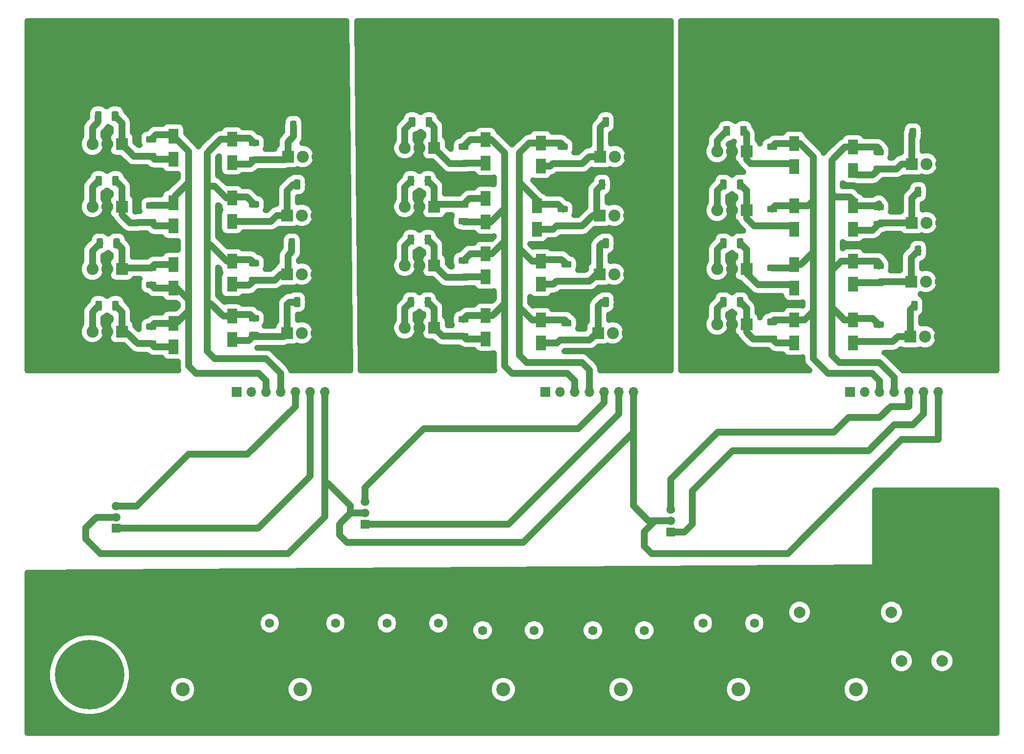
<source format=gbr>
%TF.GenerationSoftware,KiCad,Pcbnew,(5.1.10)-1*%
%TF.CreationDate,2022-02-15T22:07:18+02:00*%
%TF.ProjectId,SEM,53454d2e-6b69-4636-9164-5f7063625858,rev?*%
%TF.SameCoordinates,Original*%
%TF.FileFunction,Copper,L1,Top*%
%TF.FilePolarity,Positive*%
%FSLAX46Y46*%
G04 Gerber Fmt 4.6, Leading zero omitted, Abs format (unit mm)*
G04 Created by KiCad (PCBNEW (5.1.10)-1) date 2022-02-15 22:07:18*
%MOMM*%
%LPD*%
G01*
G04 APERTURE LIST*
%TA.AperFunction,ComponentPad*%
%ADD10R,1.700000X1.700000*%
%TD*%
%TA.AperFunction,ComponentPad*%
%ADD11O,1.700000X1.700000*%
%TD*%
%TA.AperFunction,ComponentPad*%
%ADD12C,2.070000*%
%TD*%
%TA.AperFunction,ComponentPad*%
%ADD13R,2.070000X2.070000*%
%TD*%
%TA.AperFunction,SMDPad,CuDef*%
%ADD14R,1.800000X2.500000*%
%TD*%
%TA.AperFunction,ComponentPad*%
%ADD15C,1.600000*%
%TD*%
%TA.AperFunction,ComponentPad*%
%ADD16R,1.600000X1.600000*%
%TD*%
%TA.AperFunction,ComponentPad*%
%ADD17C,2.000000*%
%TD*%
%TA.AperFunction,ComponentPad*%
%ADD18C,2.400000*%
%TD*%
%TA.AperFunction,ConnectorPad*%
%ADD19C,12.000000*%
%TD*%
%TA.AperFunction,ComponentPad*%
%ADD20C,6.400000*%
%TD*%
%TA.AperFunction,ComponentPad*%
%ADD21R,1.500000X1.500000*%
%TD*%
%TA.AperFunction,ComponentPad*%
%ADD22C,1.500000*%
%TD*%
%TA.AperFunction,Conductor*%
%ADD23C,1.200000*%
%TD*%
%TA.AperFunction,Conductor*%
%ADD24C,1.000000*%
%TD*%
%TA.AperFunction,Conductor*%
%ADD25C,0.100000*%
%TD*%
G04 APERTURE END LIST*
D10*
%TO.P,J12,1*%
%TO.N,/PHASE_W*%
X168275000Y-88265000D03*
D11*
%TO.P,J12,2*%
%TO.N,/W_USENSE*%
X170815000Y-88265000D03*
%TO.P,J12,3*%
%TO.N,/LOW_GATE_W*%
X173355000Y-88265000D03*
%TO.P,J12,4*%
%TO.N,/HIGH_GATE_W*%
X175895000Y-88265000D03*
%TO.P,J12,5*%
%TO.N,/W_ISENSE*%
X178435000Y-88265000D03*
%TO.P,J12,6*%
%TO.N,+5V*%
X180975000Y-88265000D03*
%TO.P,J12,7*%
%TO.N,GND1*%
X183515000Y-88265000D03*
%TD*%
%TO.P,J11,7*%
%TO.N,GND1*%
X77470000Y-88265000D03*
%TO.P,J11,6*%
%TO.N,+5V*%
X74930000Y-88265000D03*
%TO.P,J11,5*%
%TO.N,/U_ISENSE*%
X72390000Y-88265000D03*
%TO.P,J11,4*%
%TO.N,/HIGH_GATE_U*%
X69850000Y-88265000D03*
%TO.P,J11,3*%
%TO.N,/LOW_GATE_U*%
X67310000Y-88265000D03*
%TO.P,J11,2*%
%TO.N,/U_USENSE*%
X64770000Y-88265000D03*
D10*
%TO.P,J11,1*%
%TO.N,/PHASE_U*%
X62230000Y-88265000D03*
%TD*%
%TO.P,R66,2*%
%TO.N,Net-(D20-Pad2)*%
%TA.AperFunction,SMDPad,CuDef*%
G36*
G01*
X94753000Y-62601002D02*
X94753000Y-61350998D01*
G75*
G02*
X95002998Y-61101000I249998J0D01*
G01*
X95628002Y-61101000D01*
G75*
G02*
X95878000Y-61350998I0J-249998D01*
G01*
X95878000Y-62601002D01*
G75*
G02*
X95628002Y-62851000I-249998J0D01*
G01*
X95002998Y-62851000D01*
G75*
G02*
X94753000Y-62601002I0J249998D01*
G01*
G37*
%TD.AperFunction*%
%TO.P,R66,1*%
%TO.N,/GND_V*%
%TA.AperFunction,SMDPad,CuDef*%
G36*
G01*
X91828000Y-62601002D02*
X91828000Y-61350998D01*
G75*
G02*
X92077998Y-61101000I249998J0D01*
G01*
X92703002Y-61101000D01*
G75*
G02*
X92953000Y-61350998I0J-249998D01*
G01*
X92953000Y-62601002D01*
G75*
G02*
X92703002Y-62851000I-249998J0D01*
G01*
X92077998Y-62851000D01*
G75*
G02*
X91828000Y-62601002I0J249998D01*
G01*
G37*
%TD.AperFunction*%
%TD*%
%TO.P,R56,2*%
%TO.N,Net-(D17-Pad2)*%
%TA.AperFunction,SMDPad,CuDef*%
G36*
G01*
X40970500Y-63236002D02*
X40970500Y-61985998D01*
G75*
G02*
X41220498Y-61736000I249998J0D01*
G01*
X41845502Y-61736000D01*
G75*
G02*
X42095500Y-61985998I0J-249998D01*
G01*
X42095500Y-63236002D01*
G75*
G02*
X41845502Y-63486000I-249998J0D01*
G01*
X41220498Y-63486000D01*
G75*
G02*
X40970500Y-63236002I0J249998D01*
G01*
G37*
%TD.AperFunction*%
%TO.P,R56,1*%
%TO.N,/GND_U*%
%TA.AperFunction,SMDPad,CuDef*%
G36*
G01*
X38045500Y-63236002D02*
X38045500Y-61985998D01*
G75*
G02*
X38295498Y-61736000I249998J0D01*
G01*
X38920502Y-61736000D01*
G75*
G02*
X39170500Y-61985998I0J-249998D01*
G01*
X39170500Y-63236002D01*
G75*
G02*
X38920502Y-63486000I-249998J0D01*
G01*
X38295498Y-63486000D01*
G75*
G02*
X38045500Y-63236002I0J249998D01*
G01*
G37*
%TD.AperFunction*%
%TD*%
%TO.P,R49,2*%
%TO.N,Net-(D18-Pad2)*%
%TA.AperFunction,SMDPad,CuDef*%
G36*
G01*
X64652998Y-68398500D02*
X65903002Y-68398500D01*
G75*
G02*
X66153000Y-68648498I0J-249998D01*
G01*
X66153000Y-69273502D01*
G75*
G02*
X65903002Y-69523500I-249998J0D01*
G01*
X64652998Y-69523500D01*
G75*
G02*
X64403000Y-69273502I0J249998D01*
G01*
X64403000Y-68648498D01*
G75*
G02*
X64652998Y-68398500I249998J0D01*
G01*
G37*
%TD.AperFunction*%
%TO.P,R49,1*%
%TO.N,/HIGH_GATE_U*%
%TA.AperFunction,SMDPad,CuDef*%
G36*
G01*
X64652998Y-65473500D02*
X65903002Y-65473500D01*
G75*
G02*
X66153000Y-65723498I0J-249998D01*
G01*
X66153000Y-66348502D01*
G75*
G02*
X65903002Y-66598500I-249998J0D01*
G01*
X64652998Y-66598500D01*
G75*
G02*
X64403000Y-66348502I0J249998D01*
G01*
X64403000Y-65723498D01*
G75*
G02*
X64652998Y-65473500I249998J0D01*
G01*
G37*
%TD.AperFunction*%
%TD*%
%TO.P,R50,2*%
%TO.N,Net-(D19-Pad2)*%
%TA.AperFunction,SMDPad,CuDef*%
G36*
G01*
X154187998Y-69226000D02*
X155438002Y-69226000D01*
G75*
G02*
X155688000Y-69475998I0J-249998D01*
G01*
X155688000Y-70101002D01*
G75*
G02*
X155438002Y-70351000I-249998J0D01*
G01*
X154187998Y-70351000D01*
G75*
G02*
X153938000Y-70101002I0J249998D01*
G01*
X153938000Y-69475998D01*
G75*
G02*
X154187998Y-69226000I249998J0D01*
G01*
G37*
%TD.AperFunction*%
%TO.P,R50,1*%
%TO.N,/LOW_GATE_W*%
%TA.AperFunction,SMDPad,CuDef*%
G36*
G01*
X154187998Y-66301000D02*
X155438002Y-66301000D01*
G75*
G02*
X155688000Y-66550998I0J-249998D01*
G01*
X155688000Y-67176002D01*
G75*
G02*
X155438002Y-67426000I-249998J0D01*
G01*
X154187998Y-67426000D01*
G75*
G02*
X153938000Y-67176002I0J249998D01*
G01*
X153938000Y-66550998D01*
G75*
G02*
X154187998Y-66301000I249998J0D01*
G01*
G37*
%TD.AperFunction*%
%TD*%
%TO.P,R47,2*%
%TO.N,Net-(D16-Pad2)*%
%TA.AperFunction,SMDPad,CuDef*%
G36*
G01*
X125973000Y-51825998D02*
X125973000Y-53076002D01*
G75*
G02*
X125723002Y-53326000I-249998J0D01*
G01*
X125097998Y-53326000D01*
G75*
G02*
X124848000Y-53076002I0J249998D01*
G01*
X124848000Y-51825998D01*
G75*
G02*
X125097998Y-51576000I249998J0D01*
G01*
X125723002Y-51576000D01*
G75*
G02*
X125973000Y-51825998I0J-249998D01*
G01*
G37*
%TD.AperFunction*%
%TO.P,R47,1*%
%TO.N,/PHASE_V*%
%TA.AperFunction,SMDPad,CuDef*%
G36*
G01*
X128898000Y-51825998D02*
X128898000Y-53076002D01*
G75*
G02*
X128648002Y-53326000I-249998J0D01*
G01*
X128022998Y-53326000D01*
G75*
G02*
X127773000Y-53076002I0J249998D01*
G01*
X127773000Y-51825998D01*
G75*
G02*
X128022998Y-51576000I249998J0D01*
G01*
X128648002Y-51576000D01*
G75*
G02*
X128898000Y-51825998I0J-249998D01*
G01*
G37*
%TD.AperFunction*%
%TD*%
%TO.P,R54,2*%
%TO.N,Net-(D21-Pad2)*%
%TA.AperFunction,SMDPad,CuDef*%
G36*
G01*
X172602998Y-68868000D02*
X173853002Y-68868000D01*
G75*
G02*
X174103000Y-69117998I0J-249998D01*
G01*
X174103000Y-69743002D01*
G75*
G02*
X173853002Y-69993000I-249998J0D01*
G01*
X172602998Y-69993000D01*
G75*
G02*
X172353000Y-69743002I0J249998D01*
G01*
X172353000Y-69117998D01*
G75*
G02*
X172602998Y-68868000I249998J0D01*
G01*
G37*
%TD.AperFunction*%
%TO.P,R54,1*%
%TO.N,/HIGH_GATE_W*%
%TA.AperFunction,SMDPad,CuDef*%
G36*
G01*
X172602998Y-65943000D02*
X173853002Y-65943000D01*
G75*
G02*
X174103000Y-66192998I0J-249998D01*
G01*
X174103000Y-66818002D01*
G75*
G02*
X173853002Y-67068000I-249998J0D01*
G01*
X172602998Y-67068000D01*
G75*
G02*
X172353000Y-66818002I0J249998D01*
G01*
X172353000Y-66192998D01*
G75*
G02*
X172602998Y-65943000I249998J0D01*
G01*
G37*
%TD.AperFunction*%
%TD*%
%TO.P,R68,2*%
%TO.N,Net-(D22-Pad2)*%
%TA.AperFunction,SMDPad,CuDef*%
G36*
G01*
X126608000Y-61985998D02*
X126608000Y-63236002D01*
G75*
G02*
X126358002Y-63486000I-249998J0D01*
G01*
X125732998Y-63486000D01*
G75*
G02*
X125483000Y-63236002I0J249998D01*
G01*
X125483000Y-61985998D01*
G75*
G02*
X125732998Y-61736000I249998J0D01*
G01*
X126358002Y-61736000D01*
G75*
G02*
X126608000Y-61985998I0J-249998D01*
G01*
G37*
%TD.AperFunction*%
%TO.P,R68,1*%
%TO.N,/PHASE_V*%
%TA.AperFunction,SMDPad,CuDef*%
G36*
G01*
X129533000Y-61985998D02*
X129533000Y-63236002D01*
G75*
G02*
X129283002Y-63486000I-249998J0D01*
G01*
X128657998Y-63486000D01*
G75*
G02*
X128408000Y-63236002I0J249998D01*
G01*
X128408000Y-61985998D01*
G75*
G02*
X128657998Y-61736000I249998J0D01*
G01*
X129283002Y-61736000D01*
G75*
G02*
X129533000Y-61985998I0J-249998D01*
G01*
G37*
%TD.AperFunction*%
%TD*%
%TO.P,R55,2*%
%TO.N,Net-(D22-Pad2)*%
%TA.AperFunction,SMDPad,CuDef*%
G36*
G01*
X118627998Y-68591000D02*
X119878002Y-68591000D01*
G75*
G02*
X120128000Y-68840998I0J-249998D01*
G01*
X120128000Y-69466002D01*
G75*
G02*
X119878002Y-69716000I-249998J0D01*
G01*
X118627998Y-69716000D01*
G75*
G02*
X118378000Y-69466002I0J249998D01*
G01*
X118378000Y-68840998D01*
G75*
G02*
X118627998Y-68591000I249998J0D01*
G01*
G37*
%TD.AperFunction*%
%TO.P,R55,1*%
%TO.N,/HIGH_GATE_V*%
%TA.AperFunction,SMDPad,CuDef*%
G36*
G01*
X118627998Y-65666000D02*
X119878002Y-65666000D01*
G75*
G02*
X120128000Y-65915998I0J-249998D01*
G01*
X120128000Y-66541002D01*
G75*
G02*
X119878002Y-66791000I-249998J0D01*
G01*
X118627998Y-66791000D01*
G75*
G02*
X118378000Y-66541002I0J249998D01*
G01*
X118378000Y-65915998D01*
G75*
G02*
X118627998Y-65666000I249998J0D01*
G01*
G37*
%TD.AperFunction*%
%TD*%
%TO.P,R57,2*%
%TO.N,Net-(D18-Pad2)*%
%TA.AperFunction,SMDPad,CuDef*%
G36*
G01*
X72355500Y-61985998D02*
X72355500Y-63236002D01*
G75*
G02*
X72105502Y-63486000I-249998J0D01*
G01*
X71480498Y-63486000D01*
G75*
G02*
X71230500Y-63236002I0J249998D01*
G01*
X71230500Y-61985998D01*
G75*
G02*
X71480498Y-61736000I249998J0D01*
G01*
X72105502Y-61736000D01*
G75*
G02*
X72355500Y-61985998I0J-249998D01*
G01*
G37*
%TD.AperFunction*%
%TO.P,R57,1*%
%TO.N,/PHASE_U*%
%TA.AperFunction,SMDPad,CuDef*%
G36*
G01*
X75280500Y-61985998D02*
X75280500Y-63236002D01*
G75*
G02*
X75030502Y-63486000I-249998J0D01*
G01*
X74405498Y-63486000D01*
G75*
G02*
X74155500Y-63236002I0J249998D01*
G01*
X74155500Y-61985998D01*
G75*
G02*
X74405498Y-61736000I249998J0D01*
G01*
X75030502Y-61736000D01*
G75*
G02*
X75280500Y-61985998I0J-249998D01*
G01*
G37*
%TD.AperFunction*%
%TD*%
%TO.P,R65,2*%
%TO.N,Net-(D19-Pad2)*%
%TA.AperFunction,SMDPad,CuDef*%
G36*
G01*
X148728000Y-63236002D02*
X148728000Y-61985998D01*
G75*
G02*
X148977998Y-61736000I249998J0D01*
G01*
X149603002Y-61736000D01*
G75*
G02*
X149853000Y-61985998I0J-249998D01*
G01*
X149853000Y-63236002D01*
G75*
G02*
X149603002Y-63486000I-249998J0D01*
G01*
X148977998Y-63486000D01*
G75*
G02*
X148728000Y-63236002I0J249998D01*
G01*
G37*
%TD.AperFunction*%
%TO.P,R65,1*%
%TO.N,/GND_W*%
%TA.AperFunction,SMDPad,CuDef*%
G36*
G01*
X145803000Y-63236002D02*
X145803000Y-61985998D01*
G75*
G02*
X146052998Y-61736000I249998J0D01*
G01*
X146678002Y-61736000D01*
G75*
G02*
X146928000Y-61985998I0J-249998D01*
G01*
X146928000Y-63236002D01*
G75*
G02*
X146678002Y-63486000I-249998J0D01*
G01*
X146052998Y-63486000D01*
G75*
G02*
X145803000Y-63236002I0J249998D01*
G01*
G37*
%TD.AperFunction*%
%TD*%
%TO.P,R45,2*%
%TO.N,Net-(D14-Pad2)*%
%TA.AperFunction,SMDPad,CuDef*%
G36*
G01*
X94753000Y-52441002D02*
X94753000Y-51190998D01*
G75*
G02*
X95002998Y-50941000I249998J0D01*
G01*
X95628002Y-50941000D01*
G75*
G02*
X95878000Y-51190998I0J-249998D01*
G01*
X95878000Y-52441002D01*
G75*
G02*
X95628002Y-52691000I-249998J0D01*
G01*
X95002998Y-52691000D01*
G75*
G02*
X94753000Y-52441002I0J249998D01*
G01*
G37*
%TD.AperFunction*%
%TO.P,R45,1*%
%TO.N,/GND_V*%
%TA.AperFunction,SMDPad,CuDef*%
G36*
G01*
X91828000Y-52441002D02*
X91828000Y-51190998D01*
G75*
G02*
X92077998Y-50941000I249998J0D01*
G01*
X92703002Y-50941000D01*
G75*
G02*
X92953000Y-51190998I0J-249998D01*
G01*
X92953000Y-52441002D01*
G75*
G02*
X92703002Y-52691000I-249998J0D01*
G01*
X92077998Y-52691000D01*
G75*
G02*
X91828000Y-52441002I0J249998D01*
G01*
G37*
%TD.AperFunction*%
%TD*%
%TO.P,R70,2*%
%TO.N,Net-(D24-Pad2)*%
%TA.AperFunction,SMDPad,CuDef*%
G36*
G01*
X46872998Y-79386000D02*
X48123002Y-79386000D01*
G75*
G02*
X48373000Y-79635998I0J-249998D01*
G01*
X48373000Y-80261002D01*
G75*
G02*
X48123002Y-80511000I-249998J0D01*
G01*
X46872998Y-80511000D01*
G75*
G02*
X46623000Y-80261002I0J249998D01*
G01*
X46623000Y-79635998D01*
G75*
G02*
X46872998Y-79386000I249998J0D01*
G01*
G37*
%TD.AperFunction*%
%TO.P,R70,1*%
%TO.N,/LOW_GATE_U*%
%TA.AperFunction,SMDPad,CuDef*%
G36*
G01*
X46872998Y-76461000D02*
X48123002Y-76461000D01*
G75*
G02*
X48373000Y-76710998I0J-249998D01*
G01*
X48373000Y-77336002D01*
G75*
G02*
X48123002Y-77586000I-249998J0D01*
G01*
X46872998Y-77586000D01*
G75*
G02*
X46623000Y-77336002I0J249998D01*
G01*
X46623000Y-76710998D01*
G75*
G02*
X46872998Y-76461000I249998J0D01*
G01*
G37*
%TD.AperFunction*%
%TD*%
%TO.P,R40,2*%
%TO.N,Net-(D15-Pad2)*%
%TA.AperFunction,SMDPad,CuDef*%
G36*
G01*
X172602998Y-58709000D02*
X173853002Y-58709000D01*
G75*
G02*
X174103000Y-58958998I0J-249998D01*
G01*
X174103000Y-59584002D01*
G75*
G02*
X173853002Y-59834000I-249998J0D01*
G01*
X172602998Y-59834000D01*
G75*
G02*
X172353000Y-59584002I0J249998D01*
G01*
X172353000Y-58958998D01*
G75*
G02*
X172602998Y-58709000I249998J0D01*
G01*
G37*
%TD.AperFunction*%
%TO.P,R40,1*%
%TO.N,/HIGH_GATE_W*%
%TA.AperFunction,SMDPad,CuDef*%
G36*
G01*
X172602998Y-55784000D02*
X173853002Y-55784000D01*
G75*
G02*
X174103000Y-56033998I0J-249998D01*
G01*
X174103000Y-56659002D01*
G75*
G02*
X173853002Y-56909000I-249998J0D01*
G01*
X172602998Y-56909000D01*
G75*
G02*
X172353000Y-56659002I0J249998D01*
G01*
X172353000Y-56033998D01*
G75*
G02*
X172602998Y-55784000I249998J0D01*
G01*
G37*
%TD.AperFunction*%
%TD*%
%TO.P,R36,2*%
%TO.N,Net-(D11-Pad2)*%
%TA.AperFunction,SMDPad,CuDef*%
G36*
G01*
X46872998Y-58431000D02*
X48123002Y-58431000D01*
G75*
G02*
X48373000Y-58680998I0J-249998D01*
G01*
X48373000Y-59306002D01*
G75*
G02*
X48123002Y-59556000I-249998J0D01*
G01*
X46872998Y-59556000D01*
G75*
G02*
X46623000Y-59306002I0J249998D01*
G01*
X46623000Y-58680998D01*
G75*
G02*
X46872998Y-58431000I249998J0D01*
G01*
G37*
%TD.AperFunction*%
%TO.P,R36,1*%
%TO.N,/LOW_GATE_U*%
%TA.AperFunction,SMDPad,CuDef*%
G36*
G01*
X46872998Y-55506000D02*
X48123002Y-55506000D01*
G75*
G02*
X48373000Y-55755998I0J-249998D01*
G01*
X48373000Y-56381002D01*
G75*
G02*
X48123002Y-56631000I-249998J0D01*
G01*
X46872998Y-56631000D01*
G75*
G02*
X46623000Y-56381002I0J249998D01*
G01*
X46623000Y-55755998D01*
G75*
G02*
X46872998Y-55506000I249998J0D01*
G01*
G37*
%TD.AperFunction*%
%TD*%
%TO.P,R48,2*%
%TO.N,Net-(D17-Pad2)*%
%TA.AperFunction,SMDPad,CuDef*%
G36*
G01*
X48123002Y-67426000D02*
X46872998Y-67426000D01*
G75*
G02*
X46623000Y-67176002I0J249998D01*
G01*
X46623000Y-66550998D01*
G75*
G02*
X46872998Y-66301000I249998J0D01*
G01*
X48123002Y-66301000D01*
G75*
G02*
X48373000Y-66550998I0J-249998D01*
G01*
X48373000Y-67176002D01*
G75*
G02*
X48123002Y-67426000I-249998J0D01*
G01*
G37*
%TD.AperFunction*%
%TO.P,R48,1*%
%TO.N,/LOW_GATE_U*%
%TA.AperFunction,SMDPad,CuDef*%
G36*
G01*
X48123002Y-70351000D02*
X46872998Y-70351000D01*
G75*
G02*
X46623000Y-70101002I0J249998D01*
G01*
X46623000Y-69475998D01*
G75*
G02*
X46872998Y-69226000I249998J0D01*
G01*
X48123002Y-69226000D01*
G75*
G02*
X48373000Y-69475998I0J-249998D01*
G01*
X48373000Y-70101002D01*
G75*
G02*
X48123002Y-70351000I-249998J0D01*
G01*
G37*
%TD.AperFunction*%
%TD*%
%TO.P,R51,2*%
%TO.N,Net-(D20-Pad2)*%
%TA.AperFunction,SMDPad,CuDef*%
G36*
G01*
X100847998Y-67956000D02*
X102098002Y-67956000D01*
G75*
G02*
X102348000Y-68205998I0J-249998D01*
G01*
X102348000Y-68831002D01*
G75*
G02*
X102098002Y-69081000I-249998J0D01*
G01*
X100847998Y-69081000D01*
G75*
G02*
X100598000Y-68831002I0J249998D01*
G01*
X100598000Y-68205998D01*
G75*
G02*
X100847998Y-67956000I249998J0D01*
G01*
G37*
%TD.AperFunction*%
%TO.P,R51,1*%
%TO.N,/LOW_GATE_V*%
%TA.AperFunction,SMDPad,CuDef*%
G36*
G01*
X100847998Y-65031000D02*
X102098002Y-65031000D01*
G75*
G02*
X102348000Y-65280998I0J-249998D01*
G01*
X102348000Y-65906002D01*
G75*
G02*
X102098002Y-66156000I-249998J0D01*
G01*
X100847998Y-66156000D01*
G75*
G02*
X100598000Y-65906002I0J249998D01*
G01*
X100598000Y-65280998D01*
G75*
G02*
X100847998Y-65031000I249998J0D01*
G01*
G37*
%TD.AperFunction*%
%TD*%
%TO.P,R46,2*%
%TO.N,Net-(D15-Pad2)*%
%TA.AperFunction,SMDPad,CuDef*%
G36*
G01*
X180583000Y-53095998D02*
X180583000Y-54346002D01*
G75*
G02*
X180333002Y-54596000I-249998J0D01*
G01*
X179707998Y-54596000D01*
G75*
G02*
X179458000Y-54346002I0J249998D01*
G01*
X179458000Y-53095998D01*
G75*
G02*
X179707998Y-52846000I249998J0D01*
G01*
X180333002Y-52846000D01*
G75*
G02*
X180583000Y-53095998I0J-249998D01*
G01*
G37*
%TD.AperFunction*%
%TO.P,R46,1*%
%TO.N,/PHASE_W*%
%TA.AperFunction,SMDPad,CuDef*%
G36*
G01*
X183508000Y-53095998D02*
X183508000Y-54346002D01*
G75*
G02*
X183258002Y-54596000I-249998J0D01*
G01*
X182632998Y-54596000D01*
G75*
G02*
X182383000Y-54346002I0J249998D01*
G01*
X182383000Y-53095998D01*
G75*
G02*
X182632998Y-52846000I249998J0D01*
G01*
X183258002Y-52846000D01*
G75*
G02*
X183508000Y-53095998I0J-249998D01*
G01*
G37*
%TD.AperFunction*%
%TD*%
%TO.P,R38,2*%
%TO.N,Net-(D13-Pad2)*%
%TA.AperFunction,SMDPad,CuDef*%
G36*
G01*
X154187998Y-59066000D02*
X155438002Y-59066000D01*
G75*
G02*
X155688000Y-59315998I0J-249998D01*
G01*
X155688000Y-59941002D01*
G75*
G02*
X155438002Y-60191000I-249998J0D01*
G01*
X154187998Y-60191000D01*
G75*
G02*
X153938000Y-59941002I0J249998D01*
G01*
X153938000Y-59315998D01*
G75*
G02*
X154187998Y-59066000I249998J0D01*
G01*
G37*
%TD.AperFunction*%
%TO.P,R38,1*%
%TO.N,/LOW_GATE_W*%
%TA.AperFunction,SMDPad,CuDef*%
G36*
G01*
X154187998Y-56141000D02*
X155438002Y-56141000D01*
G75*
G02*
X155688000Y-56390998I0J-249998D01*
G01*
X155688000Y-57016002D01*
G75*
G02*
X155438002Y-57266000I-249998J0D01*
G01*
X154187998Y-57266000D01*
G75*
G02*
X153938000Y-57016002I0J249998D01*
G01*
X153938000Y-56390998D01*
G75*
G02*
X154187998Y-56141000I249998J0D01*
G01*
G37*
%TD.AperFunction*%
%TD*%
D12*
%TO.P,Q16,3*%
%TO.N,/GND_W*%
X145288000Y-67056000D03*
%TO.P,Q16,2*%
%TO.N,/PHASE_W*%
X147828000Y-67056000D03*
D13*
%TO.P,Q16,1*%
%TO.N,Net-(D19-Pad2)*%
X150368000Y-67056000D03*
%TD*%
D12*
%TO.P,Q15,3*%
%TO.N,/PHASE_W*%
X183896000Y-69215000D03*
%TO.P,Q15,2*%
%TO.N,VDC*%
X181356000Y-69215000D03*
D13*
%TO.P,Q15,1*%
%TO.N,Net-(D21-Pad2)*%
X178816000Y-69215000D03*
%TD*%
D14*
%TO.P,D19,2*%
%TO.N,Net-(D19-Pad2)*%
X158623000Y-70326000D03*
%TO.P,D19,1*%
%TO.N,/LOW_GATE_W*%
X158623000Y-66326000D03*
%TD*%
%TO.P,D15,2*%
%TO.N,Net-(D15-Pad2)*%
X168783000Y-60166000D03*
%TO.P,D15,1*%
%TO.N,/HIGH_GATE_W*%
X168783000Y-56166000D03*
%TD*%
%TO.P,D24,2*%
%TO.N,Net-(D24-Pad2)*%
X51308000Y-80486000D03*
%TO.P,D24,1*%
%TO.N,/LOW_GATE_U*%
X51308000Y-76486000D03*
%TD*%
%TO.P,D11,2*%
%TO.N,Net-(D11-Pad2)*%
X51308000Y-59626000D03*
%TO.P,D11,1*%
%TO.N,/LOW_GATE_U*%
X51308000Y-55626000D03*
%TD*%
%TO.P,D10,2*%
%TO.N,Net-(D10-Pad2)*%
X105283000Y-48736000D03*
%TO.P,D10,1*%
%TO.N,/LOW_GATE_V*%
X105283000Y-44736000D03*
%TD*%
%TO.P,D6,2*%
%TO.N,Net-(D6-Pad2)*%
X51308000Y-48101000D03*
%TO.P,D6,1*%
%TO.N,/LOW_GATE_U*%
X51308000Y-44101000D03*
%TD*%
D12*
%TO.P,Q18,3*%
%TO.N,/GND_V*%
X91313000Y-66421000D03*
%TO.P,Q18,2*%
%TO.N,/PHASE_V*%
X93853000Y-66421000D03*
D13*
%TO.P,Q18,1*%
%TO.N,Net-(D20-Pad2)*%
X96393000Y-66421000D03*
%TD*%
%TO.P,R24,2*%
%TO.N,Net-(D6-Pad2)*%
%TA.AperFunction,SMDPad,CuDef*%
G36*
G01*
X46872998Y-47001000D02*
X48123002Y-47001000D01*
G75*
G02*
X48373000Y-47250998I0J-249998D01*
G01*
X48373000Y-47876002D01*
G75*
G02*
X48123002Y-48126000I-249998J0D01*
G01*
X46872998Y-48126000D01*
G75*
G02*
X46623000Y-47876002I0J249998D01*
G01*
X46623000Y-47250998D01*
G75*
G02*
X46872998Y-47001000I249998J0D01*
G01*
G37*
%TD.AperFunction*%
%TO.P,R24,1*%
%TO.N,/LOW_GATE_U*%
%TA.AperFunction,SMDPad,CuDef*%
G36*
G01*
X46872998Y-44076000D02*
X48123002Y-44076000D01*
G75*
G02*
X48373000Y-44325998I0J-249998D01*
G01*
X48373000Y-44951002D01*
G75*
G02*
X48123002Y-45201000I-249998J0D01*
G01*
X46872998Y-45201000D01*
G75*
G02*
X46623000Y-44951002I0J249998D01*
G01*
X46623000Y-44325998D01*
G75*
G02*
X46872998Y-44076000I249998J0D01*
G01*
G37*
%TD.AperFunction*%
%TD*%
D12*
%TO.P,Q23,3*%
%TO.N,/PHASE_V*%
X129794000Y-78105000D03*
%TO.P,Q23,2*%
%TO.N,VDC*%
X127254000Y-78105000D03*
D13*
%TO.P,Q23,1*%
%TO.N,Net-(D26-Pad2)*%
X124714000Y-78105000D03*
%TD*%
D14*
%TO.P,D28,2*%
%TO.N,Net-(D28-Pad2)*%
X105283000Y-79121000D03*
%TO.P,D28,1*%
%TO.N,/LOW_GATE_V*%
X105283000Y-75121000D03*
%TD*%
D12*
%TO.P,Q19,3*%
%TO.N,/PHASE_U*%
X76073000Y-78105000D03*
%TO.P,Q19,2*%
%TO.N,VDC*%
X73533000Y-78105000D03*
D13*
%TO.P,Q19,1*%
%TO.N,Net-(D23-Pad2)*%
X70993000Y-78105000D03*
%TD*%
D14*
%TO.P,D27,2*%
%TO.N,Net-(D27-Pad2)*%
X158623000Y-79851000D03*
%TO.P,D27,1*%
%TO.N,/LOW_GATE_W*%
X158623000Y-75851000D03*
%TD*%
%TO.P,D25,2*%
%TO.N,Net-(D25-Pad2)*%
X168783000Y-79851000D03*
%TO.P,D25,1*%
%TO.N,/HIGH_GATE_W*%
X168783000Y-75851000D03*
%TD*%
D12*
%TO.P,Q20,3*%
%TO.N,/GND_U*%
X37338000Y-77851000D03*
%TO.P,Q20,2*%
%TO.N,/PHASE_U*%
X39878000Y-77851000D03*
D13*
%TO.P,Q20,1*%
%TO.N,Net-(D24-Pad2)*%
X42418000Y-77851000D03*
%TD*%
D12*
%TO.P,Q22,3*%
%TO.N,/GND_W*%
X145288000Y-76581000D03*
%TO.P,Q22,2*%
%TO.N,/PHASE_W*%
X147828000Y-76581000D03*
D13*
%TO.P,Q22,1*%
%TO.N,Net-(D27-Pad2)*%
X150368000Y-76581000D03*
%TD*%
D12*
%TO.P,Q17,3*%
%TO.N,/PHASE_V*%
X130048000Y-67945000D03*
%TO.P,Q17,2*%
%TO.N,VDC*%
X127508000Y-67945000D03*
D13*
%TO.P,Q17,1*%
%TO.N,Net-(D22-Pad2)*%
X124968000Y-67945000D03*
%TD*%
%TO.P,R34,2*%
%TO.N,Net-(D9-Pad2)*%
%TA.AperFunction,SMDPad,CuDef*%
G36*
G01*
X126608000Y-41030998D02*
X126608000Y-42281002D01*
G75*
G02*
X126358002Y-42531000I-249998J0D01*
G01*
X125732998Y-42531000D01*
G75*
G02*
X125483000Y-42281002I0J249998D01*
G01*
X125483000Y-41030998D01*
G75*
G02*
X125732998Y-40781000I249998J0D01*
G01*
X126358002Y-40781000D01*
G75*
G02*
X126608000Y-41030998I0J-249998D01*
G01*
G37*
%TD.AperFunction*%
%TO.P,R34,1*%
%TO.N,/PHASE_V*%
%TA.AperFunction,SMDPad,CuDef*%
G36*
G01*
X129533000Y-41030998D02*
X129533000Y-42281002D01*
G75*
G02*
X129283002Y-42531000I-249998J0D01*
G01*
X128657998Y-42531000D01*
G75*
G02*
X128408000Y-42281002I0J249998D01*
G01*
X128408000Y-41030998D01*
G75*
G02*
X128657998Y-40781000I249998J0D01*
G01*
X129283002Y-40781000D01*
G75*
G02*
X129533000Y-41030998I0J-249998D01*
G01*
G37*
%TD.AperFunction*%
%TD*%
%TO.P,R37,2*%
%TO.N,Net-(D12-Pad2)*%
%TA.AperFunction,SMDPad,CuDef*%
G36*
G01*
X64652998Y-58238500D02*
X65903002Y-58238500D01*
G75*
G02*
X66153000Y-58488498I0J-249998D01*
G01*
X66153000Y-59113502D01*
G75*
G02*
X65903002Y-59363500I-249998J0D01*
G01*
X64652998Y-59363500D01*
G75*
G02*
X64403000Y-59113502I0J249998D01*
G01*
X64403000Y-58488498D01*
G75*
G02*
X64652998Y-58238500I249998J0D01*
G01*
G37*
%TD.AperFunction*%
%TO.P,R37,1*%
%TO.N,/HIGH_GATE_U*%
%TA.AperFunction,SMDPad,CuDef*%
G36*
G01*
X64652998Y-55313500D02*
X65903002Y-55313500D01*
G75*
G02*
X66153000Y-55563498I0J-249998D01*
G01*
X66153000Y-56188502D01*
G75*
G02*
X65903002Y-56438500I-249998J0D01*
G01*
X64652998Y-56438500D01*
G75*
G02*
X64403000Y-56188502I0J249998D01*
G01*
X64403000Y-55563498D01*
G75*
G02*
X64652998Y-55313500I249998J0D01*
G01*
G37*
%TD.AperFunction*%
%TD*%
%TO.P,R29,2*%
%TO.N,Net-(D10-Pad2)*%
%TA.AperFunction,SMDPad,CuDef*%
G36*
G01*
X100847998Y-48271000D02*
X102098002Y-48271000D01*
G75*
G02*
X102348000Y-48520998I0J-249998D01*
G01*
X102348000Y-49146002D01*
G75*
G02*
X102098002Y-49396000I-249998J0D01*
G01*
X100847998Y-49396000D01*
G75*
G02*
X100598000Y-49146002I0J249998D01*
G01*
X100598000Y-48520998D01*
G75*
G02*
X100847998Y-48271000I249998J0D01*
G01*
G37*
%TD.AperFunction*%
%TO.P,R29,1*%
%TO.N,/LOW_GATE_V*%
%TA.AperFunction,SMDPad,CuDef*%
G36*
G01*
X100847998Y-45346000D02*
X102098002Y-45346000D01*
G75*
G02*
X102348000Y-45595998I0J-249998D01*
G01*
X102348000Y-46221002D01*
G75*
G02*
X102098002Y-46471000I-249998J0D01*
G01*
X100847998Y-46471000D01*
G75*
G02*
X100598000Y-46221002I0J249998D01*
G01*
X100598000Y-45595998D01*
G75*
G02*
X100847998Y-45346000I249998J0D01*
G01*
G37*
%TD.AperFunction*%
%TD*%
%TO.P,R25,2*%
%TO.N,Net-(D5-Pad2)*%
%TA.AperFunction,SMDPad,CuDef*%
G36*
G01*
X64652998Y-47636000D02*
X65903002Y-47636000D01*
G75*
G02*
X66153000Y-47885998I0J-249998D01*
G01*
X66153000Y-48511002D01*
G75*
G02*
X65903002Y-48761000I-249998J0D01*
G01*
X64652998Y-48761000D01*
G75*
G02*
X64403000Y-48511002I0J249998D01*
G01*
X64403000Y-47885998D01*
G75*
G02*
X64652998Y-47636000I249998J0D01*
G01*
G37*
%TD.AperFunction*%
%TO.P,R25,1*%
%TO.N,/HIGH_GATE_U*%
%TA.AperFunction,SMDPad,CuDef*%
G36*
G01*
X64652998Y-44711000D02*
X65903002Y-44711000D01*
G75*
G02*
X66153000Y-44960998I0J-249998D01*
G01*
X66153000Y-45586002D01*
G75*
G02*
X65903002Y-45836000I-249998J0D01*
G01*
X64652998Y-45836000D01*
G75*
G02*
X64403000Y-45586002I0J249998D01*
G01*
X64403000Y-44960998D01*
G75*
G02*
X64652998Y-44711000I249998J0D01*
G01*
G37*
%TD.AperFunction*%
%TD*%
%TO.P,R32,2*%
%TO.N,Net-(D7-Pad2)*%
%TA.AperFunction,SMDPad,CuDef*%
G36*
G01*
X179670500Y-42935998D02*
X179670500Y-44186002D01*
G75*
G02*
X179420502Y-44436000I-249998J0D01*
G01*
X178795498Y-44436000D01*
G75*
G02*
X178545500Y-44186002I0J249998D01*
G01*
X178545500Y-42935998D01*
G75*
G02*
X178795498Y-42686000I249998J0D01*
G01*
X179420502Y-42686000D01*
G75*
G02*
X179670500Y-42935998I0J-249998D01*
G01*
G37*
%TD.AperFunction*%
%TO.P,R32,1*%
%TO.N,/PHASE_W*%
%TA.AperFunction,SMDPad,CuDef*%
G36*
G01*
X182595500Y-42935998D02*
X182595500Y-44186002D01*
G75*
G02*
X182345502Y-44436000I-249998J0D01*
G01*
X181720498Y-44436000D01*
G75*
G02*
X181470500Y-44186002I0J249998D01*
G01*
X181470500Y-42935998D01*
G75*
G02*
X181720498Y-42686000I249998J0D01*
G01*
X182345502Y-42686000D01*
G75*
G02*
X182595500Y-42935998I0J-249998D01*
G01*
G37*
%TD.AperFunction*%
%TD*%
%TO.P,R41,2*%
%TO.N,Net-(D16-Pad2)*%
%TA.AperFunction,SMDPad,CuDef*%
G36*
G01*
X117992998Y-59066000D02*
X119243002Y-59066000D01*
G75*
G02*
X119493000Y-59315998I0J-249998D01*
G01*
X119493000Y-59941002D01*
G75*
G02*
X119243002Y-60191000I-249998J0D01*
G01*
X117992998Y-60191000D01*
G75*
G02*
X117743000Y-59941002I0J249998D01*
G01*
X117743000Y-59315998D01*
G75*
G02*
X117992998Y-59066000I249998J0D01*
G01*
G37*
%TD.AperFunction*%
%TO.P,R41,1*%
%TO.N,/HIGH_GATE_V*%
%TA.AperFunction,SMDPad,CuDef*%
G36*
G01*
X117992998Y-56141000D02*
X119243002Y-56141000D01*
G75*
G02*
X119493000Y-56390998I0J-249998D01*
G01*
X119493000Y-57016002D01*
G75*
G02*
X119243002Y-57266000I-249998J0D01*
G01*
X117992998Y-57266000D01*
G75*
G02*
X117743000Y-57016002I0J249998D01*
G01*
X117743000Y-56390998D01*
G75*
G02*
X117992998Y-56141000I249998J0D01*
G01*
G37*
%TD.AperFunction*%
%TD*%
D14*
%TO.P,D9,2*%
%TO.N,Net-(D9-Pad2)*%
X114808000Y-49276000D03*
%TO.P,D9,1*%
%TO.N,/HIGH_GATE_V*%
X114808000Y-45276000D03*
%TD*%
%TO.P,R39,2*%
%TO.N,Net-(D14-Pad2)*%
%TA.AperFunction,SMDPad,CuDef*%
G36*
G01*
X102098002Y-56439000D02*
X100847998Y-56439000D01*
G75*
G02*
X100598000Y-56189002I0J249998D01*
G01*
X100598000Y-55563998D01*
G75*
G02*
X100847998Y-55314000I249998J0D01*
G01*
X102098002Y-55314000D01*
G75*
G02*
X102348000Y-55563998I0J-249998D01*
G01*
X102348000Y-56189002D01*
G75*
G02*
X102098002Y-56439000I-249998J0D01*
G01*
G37*
%TD.AperFunction*%
%TO.P,R39,1*%
%TO.N,/LOW_GATE_V*%
%TA.AperFunction,SMDPad,CuDef*%
G36*
G01*
X102098002Y-59364000D02*
X100847998Y-59364000D01*
G75*
G02*
X100598000Y-59114002I0J249998D01*
G01*
X100598000Y-58488998D01*
G75*
G02*
X100847998Y-58239000I249998J0D01*
G01*
X102098002Y-58239000D01*
G75*
G02*
X102348000Y-58488998I0J-249998D01*
G01*
X102348000Y-59114002D01*
G75*
G02*
X102098002Y-59364000I-249998J0D01*
G01*
G37*
%TD.AperFunction*%
%TD*%
%TO.P,R42,2*%
%TO.N,Net-(D11-Pad2)*%
%TA.AperFunction,SMDPad,CuDef*%
G36*
G01*
X40778000Y-52441002D02*
X40778000Y-51190998D01*
G75*
G02*
X41027998Y-50941000I249998J0D01*
G01*
X41653002Y-50941000D01*
G75*
G02*
X41903000Y-51190998I0J-249998D01*
G01*
X41903000Y-52441002D01*
G75*
G02*
X41653002Y-52691000I-249998J0D01*
G01*
X41027998Y-52691000D01*
G75*
G02*
X40778000Y-52441002I0J249998D01*
G01*
G37*
%TD.AperFunction*%
%TO.P,R42,1*%
%TO.N,/GND_U*%
%TA.AperFunction,SMDPad,CuDef*%
G36*
G01*
X37853000Y-52441002D02*
X37853000Y-51190998D01*
G75*
G02*
X38102998Y-50941000I249998J0D01*
G01*
X38728002Y-50941000D01*
G75*
G02*
X38978000Y-51190998I0J-249998D01*
G01*
X38978000Y-52441002D01*
G75*
G02*
X38728002Y-52691000I-249998J0D01*
G01*
X38102998Y-52691000D01*
G75*
G02*
X37853000Y-52441002I0J249998D01*
G01*
G37*
%TD.AperFunction*%
%TD*%
%TO.P,R27,2*%
%TO.N,Net-(D8-Pad2)*%
%TA.AperFunction,SMDPad,CuDef*%
G36*
G01*
X154187998Y-48271000D02*
X155438002Y-48271000D01*
G75*
G02*
X155688000Y-48520998I0J-249998D01*
G01*
X155688000Y-49146002D01*
G75*
G02*
X155438002Y-49396000I-249998J0D01*
G01*
X154187998Y-49396000D01*
G75*
G02*
X153938000Y-49146002I0J249998D01*
G01*
X153938000Y-48520998D01*
G75*
G02*
X154187998Y-48271000I249998J0D01*
G01*
G37*
%TD.AperFunction*%
%TO.P,R27,1*%
%TO.N,/LOW_GATE_W*%
%TA.AperFunction,SMDPad,CuDef*%
G36*
G01*
X154187998Y-45346000D02*
X155438002Y-45346000D01*
G75*
G02*
X155688000Y-45595998I0J-249998D01*
G01*
X155688000Y-46221002D01*
G75*
G02*
X155438002Y-46471000I-249998J0D01*
G01*
X154187998Y-46471000D01*
G75*
G02*
X153938000Y-46221002I0J249998D01*
G01*
X153938000Y-45595998D01*
G75*
G02*
X154187998Y-45346000I249998J0D01*
G01*
G37*
%TD.AperFunction*%
%TD*%
%TO.P,R43,2*%
%TO.N,Net-(D12-Pad2)*%
%TA.AperFunction,SMDPad,CuDef*%
G36*
G01*
X73268000Y-51825998D02*
X73268000Y-53076002D01*
G75*
G02*
X73018002Y-53326000I-249998J0D01*
G01*
X72392998Y-53326000D01*
G75*
G02*
X72143000Y-53076002I0J249998D01*
G01*
X72143000Y-51825998D01*
G75*
G02*
X72392998Y-51576000I249998J0D01*
G01*
X73018002Y-51576000D01*
G75*
G02*
X73268000Y-51825998I0J-249998D01*
G01*
G37*
%TD.AperFunction*%
%TO.P,R43,1*%
%TO.N,/PHASE_U*%
%TA.AperFunction,SMDPad,CuDef*%
G36*
G01*
X76193000Y-51825998D02*
X76193000Y-53076002D01*
G75*
G02*
X75943002Y-53326000I-249998J0D01*
G01*
X75317998Y-53326000D01*
G75*
G02*
X75068000Y-53076002I0J249998D01*
G01*
X75068000Y-51825998D01*
G75*
G02*
X75317998Y-51576000I249998J0D01*
G01*
X75943002Y-51576000D01*
G75*
G02*
X76193000Y-51825998I0J-249998D01*
G01*
G37*
%TD.AperFunction*%
%TD*%
%TO.P,R31,2*%
%TO.N,Net-(D6-Pad2)*%
%TA.AperFunction,SMDPad,CuDef*%
G36*
G01*
X40712500Y-41265002D02*
X40712500Y-40014998D01*
G75*
G02*
X40962498Y-39765000I249998J0D01*
G01*
X41587502Y-39765000D01*
G75*
G02*
X41837500Y-40014998I0J-249998D01*
G01*
X41837500Y-41265002D01*
G75*
G02*
X41587502Y-41515000I-249998J0D01*
G01*
X40962498Y-41515000D01*
G75*
G02*
X40712500Y-41265002I0J249998D01*
G01*
G37*
%TD.AperFunction*%
%TO.P,R31,1*%
%TO.N,/GND_U*%
%TA.AperFunction,SMDPad,CuDef*%
G36*
G01*
X37787500Y-41265002D02*
X37787500Y-40014998D01*
G75*
G02*
X38037498Y-39765000I249998J0D01*
G01*
X38662502Y-39765000D01*
G75*
G02*
X38912500Y-40014998I0J-249998D01*
G01*
X38912500Y-41265002D01*
G75*
G02*
X38662502Y-41515000I-249998J0D01*
G01*
X38037498Y-41515000D01*
G75*
G02*
X37787500Y-41265002I0J249998D01*
G01*
G37*
%TD.AperFunction*%
%TD*%
%TO.P,R35,2*%
%TO.N,Net-(D10-Pad2)*%
%TA.AperFunction,SMDPad,CuDef*%
G36*
G01*
X94945500Y-42281002D02*
X94945500Y-41030998D01*
G75*
G02*
X95195498Y-40781000I249998J0D01*
G01*
X95820502Y-40781000D01*
G75*
G02*
X96070500Y-41030998I0J-249998D01*
G01*
X96070500Y-42281002D01*
G75*
G02*
X95820502Y-42531000I-249998J0D01*
G01*
X95195498Y-42531000D01*
G75*
G02*
X94945500Y-42281002I0J249998D01*
G01*
G37*
%TD.AperFunction*%
%TO.P,R35,1*%
%TO.N,/GND_V*%
%TA.AperFunction,SMDPad,CuDef*%
G36*
G01*
X92020500Y-42281002D02*
X92020500Y-41030998D01*
G75*
G02*
X92270498Y-40781000I249998J0D01*
G01*
X92895502Y-40781000D01*
G75*
G02*
X93145500Y-41030998I0J-249998D01*
G01*
X93145500Y-42281002D01*
G75*
G02*
X92895502Y-42531000I-249998J0D01*
G01*
X92270498Y-42531000D01*
G75*
G02*
X92020500Y-42281002I0J249998D01*
G01*
G37*
%TD.AperFunction*%
%TD*%
%TO.P,R28,2*%
%TO.N,Net-(D9-Pad2)*%
%TA.AperFunction,SMDPad,CuDef*%
G36*
G01*
X117992998Y-48271000D02*
X119243002Y-48271000D01*
G75*
G02*
X119493000Y-48520998I0J-249998D01*
G01*
X119493000Y-49146002D01*
G75*
G02*
X119243002Y-49396000I-249998J0D01*
G01*
X117992998Y-49396000D01*
G75*
G02*
X117743000Y-49146002I0J249998D01*
G01*
X117743000Y-48520998D01*
G75*
G02*
X117992998Y-48271000I249998J0D01*
G01*
G37*
%TD.AperFunction*%
%TO.P,R28,1*%
%TO.N,/HIGH_GATE_V*%
%TA.AperFunction,SMDPad,CuDef*%
G36*
G01*
X117992998Y-45346000D02*
X119243002Y-45346000D01*
G75*
G02*
X119493000Y-45595998I0J-249998D01*
G01*
X119493000Y-46221002D01*
G75*
G02*
X119243002Y-46471000I-249998J0D01*
G01*
X117992998Y-46471000D01*
G75*
G02*
X117743000Y-46221002I0J249998D01*
G01*
X117743000Y-45595998D01*
G75*
G02*
X117992998Y-45346000I249998J0D01*
G01*
G37*
%TD.AperFunction*%
%TD*%
D12*
%TO.P,Q24,3*%
%TO.N,/GND_V*%
X91313000Y-77216000D03*
%TO.P,Q24,2*%
%TO.N,/PHASE_V*%
X93853000Y-77216000D03*
D13*
%TO.P,Q24,1*%
%TO.N,Net-(D28-Pad2)*%
X96393000Y-77216000D03*
%TD*%
D12*
%TO.P,Q21,3*%
%TO.N,/PHASE_W*%
X183769000Y-78740000D03*
%TO.P,Q21,2*%
%TO.N,VDC*%
X181229000Y-78740000D03*
D13*
%TO.P,Q21,1*%
%TO.N,Net-(D25-Pad2)*%
X178689000Y-78740000D03*
%TD*%
%TO.P,R33,2*%
%TO.N,Net-(D8-Pad2)*%
%TA.AperFunction,SMDPad,CuDef*%
G36*
G01*
X149297500Y-43805002D02*
X149297500Y-42554998D01*
G75*
G02*
X149547498Y-42305000I249998J0D01*
G01*
X150172502Y-42305000D01*
G75*
G02*
X150422500Y-42554998I0J-249998D01*
G01*
X150422500Y-43805002D01*
G75*
G02*
X150172502Y-44055000I-249998J0D01*
G01*
X149547498Y-44055000D01*
G75*
G02*
X149297500Y-43805002I0J249998D01*
G01*
G37*
%TD.AperFunction*%
%TO.P,R33,1*%
%TO.N,/GND_W*%
%TA.AperFunction,SMDPad,CuDef*%
G36*
G01*
X146372500Y-43805002D02*
X146372500Y-42554998D01*
G75*
G02*
X146622498Y-42305000I249998J0D01*
G01*
X147247502Y-42305000D01*
G75*
G02*
X147497500Y-42554998I0J-249998D01*
G01*
X147497500Y-43805002D01*
G75*
G02*
X147247502Y-44055000I-249998J0D01*
G01*
X146622498Y-44055000D01*
G75*
G02*
X146372500Y-43805002I0J249998D01*
G01*
G37*
%TD.AperFunction*%
%TD*%
%TO.P,R30,2*%
%TO.N,Net-(D5-Pad2)*%
%TA.AperFunction,SMDPad,CuDef*%
G36*
G01*
X72633000Y-41665998D02*
X72633000Y-42916002D01*
G75*
G02*
X72383002Y-43166000I-249998J0D01*
G01*
X71757998Y-43166000D01*
G75*
G02*
X71508000Y-42916002I0J249998D01*
G01*
X71508000Y-41665998D01*
G75*
G02*
X71757998Y-41416000I249998J0D01*
G01*
X72383002Y-41416000D01*
G75*
G02*
X72633000Y-41665998I0J-249998D01*
G01*
G37*
%TD.AperFunction*%
%TO.P,R30,1*%
%TO.N,/PHASE_U*%
%TA.AperFunction,SMDPad,CuDef*%
G36*
G01*
X75558000Y-41665998D02*
X75558000Y-42916002D01*
G75*
G02*
X75308002Y-43166000I-249998J0D01*
G01*
X74682998Y-43166000D01*
G75*
G02*
X74433000Y-42916002I0J249998D01*
G01*
X74433000Y-41665998D01*
G75*
G02*
X74682998Y-41416000I249998J0D01*
G01*
X75308002Y-41416000D01*
G75*
G02*
X75558000Y-41665998I0J-249998D01*
G01*
G37*
%TD.AperFunction*%
%TD*%
D15*
%TO.P,C59,2*%
%TO.N,GND*%
X113665000Y-129500000D03*
D16*
%TO.P,C59,1*%
%TO.N,VDC*%
X113665000Y-127000000D03*
%TD*%
D17*
%TO.P,C48,2*%
%TO.N,Net-(C48-Pad2)*%
X175420000Y-126365000D03*
%TO.P,C48,1*%
%TO.N,VDC*%
X185420000Y-126365000D03*
%TD*%
D15*
%TO.P,C43,2*%
%TO.N,GND*%
X132715000Y-129500000D03*
D16*
%TO.P,C43,1*%
%TO.N,VDC*%
X132715000Y-127000000D03*
%TD*%
D18*
%TO.P,C47,2*%
%TO.N,GND*%
X128665000Y-139700000D03*
%TO.P,C47,1*%
%TO.N,VDC*%
X113665000Y-139700000D03*
%TD*%
D19*
%TO.P,J2,1*%
%TO.N,/PHASE_W*%
X164465000Y-31750000D03*
D20*
X164465000Y-31750000D03*
%TD*%
D18*
%TO.P,C41,2*%
%TO.N,GND*%
X148985000Y-139700000D03*
%TO.P,C41,1*%
%TO.N,VDC*%
X133985000Y-139700000D03*
%TD*%
D15*
%TO.P,C58,2*%
%TO.N,GND*%
X67985000Y-128270000D03*
D16*
%TO.P,C58,1*%
%TO.N,VDC*%
X70485000Y-128270000D03*
%TD*%
D19*
%TO.P,J7,1*%
%TO.N,GND*%
X36830000Y-137160000D03*
D20*
X36830000Y-137160000D03*
%TD*%
D17*
%TO.P,C51,2*%
%TO.N,Net-(C51-Pad2)*%
X159545000Y-126365000D03*
%TO.P,C51,1*%
%TO.N,VDC*%
X169545000Y-126365000D03*
%TD*%
D19*
%TO.P,J3,1*%
%TO.N,/PHASE_V*%
X114300000Y-31750000D03*
D20*
X114300000Y-31750000D03*
%TD*%
D15*
%TO.P,C46,2*%
%TO.N,GND*%
X97115000Y-128270000D03*
D16*
%TO.P,C46,1*%
%TO.N,VDC*%
X94615000Y-128270000D03*
%TD*%
D18*
%TO.P,C44,2*%
%TO.N,GND*%
X52945000Y-139700000D03*
%TO.P,C44,1*%
%TO.N,VDC*%
X67945000Y-139700000D03*
%TD*%
D15*
%TO.P,C56,2*%
%TO.N,GND*%
X79335000Y-128270000D03*
D16*
%TO.P,C56,1*%
%TO.N,VDC*%
X76835000Y-128270000D03*
%TD*%
%TO.P,R75,2*%
%TO.N,Net-(D23-Pad2)*%
%TA.AperFunction,SMDPad,CuDef*%
G36*
G01*
X73268000Y-72145998D02*
X73268000Y-73396002D01*
G75*
G02*
X73018002Y-73646000I-249998J0D01*
G01*
X72392998Y-73646000D01*
G75*
G02*
X72143000Y-73396002I0J249998D01*
G01*
X72143000Y-72145998D01*
G75*
G02*
X72392998Y-71896000I249998J0D01*
G01*
X73018002Y-71896000D01*
G75*
G02*
X73268000Y-72145998I0J-249998D01*
G01*
G37*
%TD.AperFunction*%
%TO.P,R75,1*%
%TO.N,/PHASE_U*%
%TA.AperFunction,SMDPad,CuDef*%
G36*
G01*
X76193000Y-72145998D02*
X76193000Y-73396002D01*
G75*
G02*
X75943002Y-73646000I-249998J0D01*
G01*
X75317998Y-73646000D01*
G75*
G02*
X75068000Y-73396002I0J249998D01*
G01*
X75068000Y-72145998D01*
G75*
G02*
X75317998Y-71896000I249998J0D01*
G01*
X75943002Y-71896000D01*
G75*
G02*
X76193000Y-72145998I0J-249998D01*
G01*
G37*
%TD.AperFunction*%
%TD*%
D21*
%TO.P,U4,1*%
%TO.N,+5V*%
X41440000Y-111845000D03*
D22*
%TO.P,U4,3*%
%TO.N,/U_ISENSE*%
X41440000Y-108025000D03*
%TO.P,U4,2*%
%TO.N,GND1*%
X41440000Y-109935000D03*
%TD*%
D19*
%TO.P,J1,1*%
%TO.N,/PHASE_U*%
X57785000Y-31750000D03*
D20*
X57785000Y-31750000D03*
%TD*%
D15*
%TO.P,C57,2*%
%TO.N,GND*%
X104775000Y-129500000D03*
D16*
%TO.P,C57,1*%
%TO.N,VDC*%
X104775000Y-127000000D03*
%TD*%
%TO.P,R77,2*%
%TO.N,Net-(D25-Pad2)*%
%TA.AperFunction,SMDPad,CuDef*%
G36*
G01*
X179948000Y-72780998D02*
X179948000Y-74031002D01*
G75*
G02*
X179698002Y-74281000I-249998J0D01*
G01*
X179072998Y-74281000D01*
G75*
G02*
X178823000Y-74031002I0J249998D01*
G01*
X178823000Y-72780998D01*
G75*
G02*
X179072998Y-72531000I249998J0D01*
G01*
X179698002Y-72531000D01*
G75*
G02*
X179948000Y-72780998I0J-249998D01*
G01*
G37*
%TD.AperFunction*%
%TO.P,R77,1*%
%TO.N,/PHASE_W*%
%TA.AperFunction,SMDPad,CuDef*%
G36*
G01*
X182873000Y-72780998D02*
X182873000Y-74031002D01*
G75*
G02*
X182623002Y-74281000I-249998J0D01*
G01*
X181997998Y-74281000D01*
G75*
G02*
X181748000Y-74031002I0J249998D01*
G01*
X181748000Y-72780998D01*
G75*
G02*
X181997998Y-72531000I249998J0D01*
G01*
X182623002Y-72531000D01*
G75*
G02*
X182873000Y-72780998I0J-249998D01*
G01*
G37*
%TD.AperFunction*%
%TD*%
D15*
%TO.P,C52,2*%
%TO.N,GND*%
X151725000Y-128270000D03*
D16*
%TO.P,C52,1*%
%TO.N,VDC*%
X149225000Y-128270000D03*
%TD*%
%TO.P,R78,2*%
%TO.N,Net-(D27-Pad2)*%
%TA.AperFunction,SMDPad,CuDef*%
G36*
G01*
X148728000Y-73396002D02*
X148728000Y-72145998D01*
G75*
G02*
X148977998Y-71896000I249998J0D01*
G01*
X149603002Y-71896000D01*
G75*
G02*
X149853000Y-72145998I0J-249998D01*
G01*
X149853000Y-73396002D01*
G75*
G02*
X149603002Y-73646000I-249998J0D01*
G01*
X148977998Y-73646000D01*
G75*
G02*
X148728000Y-73396002I0J249998D01*
G01*
G37*
%TD.AperFunction*%
%TO.P,R78,1*%
%TO.N,/GND_W*%
%TA.AperFunction,SMDPad,CuDef*%
G36*
G01*
X145803000Y-73396002D02*
X145803000Y-72145998D01*
G75*
G02*
X146052998Y-71896000I249998J0D01*
G01*
X146678002Y-71896000D01*
G75*
G02*
X146928000Y-72145998I0J-249998D01*
G01*
X146928000Y-73396002D01*
G75*
G02*
X146678002Y-73646000I-249998J0D01*
G01*
X146052998Y-73646000D01*
G75*
G02*
X145803000Y-73396002I0J249998D01*
G01*
G37*
%TD.AperFunction*%
%TD*%
D15*
%TO.P,C49,2*%
%TO.N,GND*%
X123825000Y-129500000D03*
D16*
%TO.P,C49,1*%
%TO.N,VDC*%
X123825000Y-127000000D03*
%TD*%
D12*
%TO.P,Q4,3*%
%TO.N,/GND_W*%
X145288000Y-46736000D03*
%TO.P,Q4,2*%
%TO.N,/PHASE_W*%
X147828000Y-46736000D03*
D13*
%TO.P,Q4,1*%
%TO.N,Net-(D8-Pad2)*%
X150368000Y-46736000D03*
%TD*%
D15*
%TO.P,C60,2*%
%TO.N,GND*%
X88225000Y-128270000D03*
D16*
%TO.P,C60,1*%
%TO.N,VDC*%
X85725000Y-128270000D03*
%TD*%
%TO.P,R74,2*%
%TO.N,Net-(D28-Pad2)*%
%TA.AperFunction,SMDPad,CuDef*%
G36*
G01*
X100847998Y-78116000D02*
X102098002Y-78116000D01*
G75*
G02*
X102348000Y-78365998I0J-249998D01*
G01*
X102348000Y-78991002D01*
G75*
G02*
X102098002Y-79241000I-249998J0D01*
G01*
X100847998Y-79241000D01*
G75*
G02*
X100598000Y-78991002I0J249998D01*
G01*
X100598000Y-78365998D01*
G75*
G02*
X100847998Y-78116000I249998J0D01*
G01*
G37*
%TD.AperFunction*%
%TO.P,R74,1*%
%TO.N,/LOW_GATE_V*%
%TA.AperFunction,SMDPad,CuDef*%
G36*
G01*
X100847998Y-75191000D02*
X102098002Y-75191000D01*
G75*
G02*
X102348000Y-75440998I0J-249998D01*
G01*
X102348000Y-76066002D01*
G75*
G02*
X102098002Y-76316000I-249998J0D01*
G01*
X100847998Y-76316000D01*
G75*
G02*
X100598000Y-76066002I0J249998D01*
G01*
X100598000Y-75440998D01*
G75*
G02*
X100847998Y-75191000I249998J0D01*
G01*
G37*
%TD.AperFunction*%
%TD*%
D21*
%TO.P,U5,1*%
%TO.N,+5V*%
X137325000Y-112480000D03*
D22*
%TO.P,U5,3*%
%TO.N,/W_ISENSE*%
X137325000Y-108660000D03*
%TO.P,U5,2*%
%TO.N,GND1*%
X137325000Y-110570000D03*
%TD*%
D18*
%TO.P,C55,2*%
%TO.N,GND*%
X73265000Y-139700000D03*
%TO.P,C55,1*%
%TO.N,VDC*%
X88265000Y-139700000D03*
%TD*%
%TO.P,R76,2*%
%TO.N,Net-(D24-Pad2)*%
%TA.AperFunction,SMDPad,CuDef*%
G36*
G01*
X40778000Y-74031002D02*
X40778000Y-72780998D01*
G75*
G02*
X41027998Y-72531000I249998J0D01*
G01*
X41653002Y-72531000D01*
G75*
G02*
X41903000Y-72780998I0J-249998D01*
G01*
X41903000Y-74031002D01*
G75*
G02*
X41653002Y-74281000I-249998J0D01*
G01*
X41027998Y-74281000D01*
G75*
G02*
X40778000Y-74031002I0J249998D01*
G01*
G37*
%TD.AperFunction*%
%TO.P,R76,1*%
%TO.N,/GND_U*%
%TA.AperFunction,SMDPad,CuDef*%
G36*
G01*
X37853000Y-74031002D02*
X37853000Y-72780998D01*
G75*
G02*
X38102998Y-72531000I249998J0D01*
G01*
X38728002Y-72531000D01*
G75*
G02*
X38978000Y-72780998I0J-249998D01*
G01*
X38978000Y-74031002D01*
G75*
G02*
X38728002Y-74281000I-249998J0D01*
G01*
X38102998Y-74281000D01*
G75*
G02*
X37853000Y-74031002I0J249998D01*
G01*
G37*
%TD.AperFunction*%
%TD*%
%TO.P,C53,2*%
%TO.N,GND*%
X169305000Y-139700000D03*
%TO.P,C53,1*%
%TO.N,VDC*%
X154305000Y-139700000D03*
%TD*%
%TO.P,C50,2*%
%TO.N,GND*%
X108345000Y-139700000D03*
%TO.P,C50,1*%
%TO.N,VDC*%
X93345000Y-139700000D03*
%TD*%
D21*
%TO.P,U6,1*%
%TO.N,+5V*%
X84455000Y-111125000D03*
D22*
%TO.P,U6,3*%
%TO.N,/V_ISENSE*%
X84455000Y-107305000D03*
%TO.P,U6,2*%
%TO.N,GND1*%
X84455000Y-109215000D03*
%TD*%
%TO.P,R71,2*%
%TO.N,Net-(D25-Pad2)*%
%TA.AperFunction,SMDPad,CuDef*%
G36*
G01*
X172602998Y-79029000D02*
X173853002Y-79029000D01*
G75*
G02*
X174103000Y-79278998I0J-249998D01*
G01*
X174103000Y-79904002D01*
G75*
G02*
X173853002Y-80154000I-249998J0D01*
G01*
X172602998Y-80154000D01*
G75*
G02*
X172353000Y-79904002I0J249998D01*
G01*
X172353000Y-79278998D01*
G75*
G02*
X172602998Y-79029000I249998J0D01*
G01*
G37*
%TD.AperFunction*%
%TO.P,R71,1*%
%TO.N,/HIGH_GATE_W*%
%TA.AperFunction,SMDPad,CuDef*%
G36*
G01*
X172602998Y-76104000D02*
X173853002Y-76104000D01*
G75*
G02*
X174103000Y-76353998I0J-249998D01*
G01*
X174103000Y-76979002D01*
G75*
G02*
X173853002Y-77229000I-249998J0D01*
G01*
X172602998Y-77229000D01*
G75*
G02*
X172353000Y-76979002I0J249998D01*
G01*
X172353000Y-76353998D01*
G75*
G02*
X172602998Y-76104000I249998J0D01*
G01*
G37*
%TD.AperFunction*%
%TD*%
%TO.P,R80,2*%
%TO.N,Net-(D28-Pad2)*%
%TA.AperFunction,SMDPad,CuDef*%
G36*
G01*
X94753000Y-73396002D02*
X94753000Y-72145998D01*
G75*
G02*
X95002998Y-71896000I249998J0D01*
G01*
X95628002Y-71896000D01*
G75*
G02*
X95878000Y-72145998I0J-249998D01*
G01*
X95878000Y-73396002D01*
G75*
G02*
X95628002Y-73646000I-249998J0D01*
G01*
X95002998Y-73646000D01*
G75*
G02*
X94753000Y-73396002I0J249998D01*
G01*
G37*
%TD.AperFunction*%
%TO.P,R80,1*%
%TO.N,/GND_V*%
%TA.AperFunction,SMDPad,CuDef*%
G36*
G01*
X91828000Y-73396002D02*
X91828000Y-72145998D01*
G75*
G02*
X92077998Y-71896000I249998J0D01*
G01*
X92703002Y-71896000D01*
G75*
G02*
X92953000Y-72145998I0J-249998D01*
G01*
X92953000Y-73396002D01*
G75*
G02*
X92703002Y-73646000I-249998J0D01*
G01*
X92077998Y-73646000D01*
G75*
G02*
X91828000Y-73396002I0J249998D01*
G01*
G37*
%TD.AperFunction*%
%TD*%
D11*
%TO.P,J13,7*%
%TO.N,GND1*%
X130810000Y-88265000D03*
%TO.P,J13,6*%
%TO.N,+5V*%
X128270000Y-88265000D03*
%TO.P,J13,5*%
%TO.N,/V_ISENSE*%
X125730000Y-88265000D03*
%TO.P,J13,4*%
%TO.N,/HIGH_GATE_V*%
X123190000Y-88265000D03*
%TO.P,J13,3*%
%TO.N,/LOW_GATE_V*%
X120650000Y-88265000D03*
%TO.P,J13,2*%
%TO.N,/V_USENSE*%
X118110000Y-88265000D03*
D10*
%TO.P,J13,1*%
%TO.N,/PHASE_V*%
X115570000Y-88265000D03*
%TD*%
%TO.P,R79,2*%
%TO.N,Net-(D26-Pad2)*%
%TA.AperFunction,SMDPad,CuDef*%
G36*
G01*
X126608000Y-72145998D02*
X126608000Y-73396002D01*
G75*
G02*
X126358002Y-73646000I-249998J0D01*
G01*
X125732998Y-73646000D01*
G75*
G02*
X125483000Y-73396002I0J249998D01*
G01*
X125483000Y-72145998D01*
G75*
G02*
X125732998Y-71896000I249998J0D01*
G01*
X126358002Y-71896000D01*
G75*
G02*
X126608000Y-72145998I0J-249998D01*
G01*
G37*
%TD.AperFunction*%
%TO.P,R79,1*%
%TO.N,/PHASE_V*%
%TA.AperFunction,SMDPad,CuDef*%
G36*
G01*
X129533000Y-72145998D02*
X129533000Y-73396002D01*
G75*
G02*
X129283002Y-73646000I-249998J0D01*
G01*
X128657998Y-73646000D01*
G75*
G02*
X128408000Y-73396002I0J249998D01*
G01*
X128408000Y-72145998D01*
G75*
G02*
X128657998Y-71896000I249998J0D01*
G01*
X129283002Y-71896000D01*
G75*
G02*
X129533000Y-72145998I0J-249998D01*
G01*
G37*
%TD.AperFunction*%
%TD*%
D15*
%TO.P,C40,2*%
%TO.N,GND*%
X142835000Y-128270000D03*
D16*
%TO.P,C40,1*%
%TO.N,VDC*%
X140335000Y-128270000D03*
%TD*%
%TO.P,R73,2*%
%TO.N,Net-(D27-Pad2)*%
%TA.AperFunction,SMDPad,CuDef*%
G36*
G01*
X154187998Y-78558500D02*
X155438002Y-78558500D01*
G75*
G02*
X155688000Y-78808498I0J-249998D01*
G01*
X155688000Y-79433502D01*
G75*
G02*
X155438002Y-79683500I-249998J0D01*
G01*
X154187998Y-79683500D01*
G75*
G02*
X153938000Y-79433502I0J249998D01*
G01*
X153938000Y-78808498D01*
G75*
G02*
X154187998Y-78558500I249998J0D01*
G01*
G37*
%TD.AperFunction*%
%TO.P,R73,1*%
%TO.N,/LOW_GATE_W*%
%TA.AperFunction,SMDPad,CuDef*%
G36*
G01*
X154187998Y-75633500D02*
X155438002Y-75633500D01*
G75*
G02*
X155688000Y-75883498I0J-249998D01*
G01*
X155688000Y-76508502D01*
G75*
G02*
X155438002Y-76758500I-249998J0D01*
G01*
X154187998Y-76758500D01*
G75*
G02*
X153938000Y-76508502I0J249998D01*
G01*
X153938000Y-75883498D01*
G75*
G02*
X154187998Y-75633500I249998J0D01*
G01*
G37*
%TD.AperFunction*%
%TD*%
%TO.P,R72,2*%
%TO.N,Net-(D26-Pad2)*%
%TA.AperFunction,SMDPad,CuDef*%
G36*
G01*
X118627998Y-78751000D02*
X119878002Y-78751000D01*
G75*
G02*
X120128000Y-79000998I0J-249998D01*
G01*
X120128000Y-79626002D01*
G75*
G02*
X119878002Y-79876000I-249998J0D01*
G01*
X118627998Y-79876000D01*
G75*
G02*
X118378000Y-79626002I0J249998D01*
G01*
X118378000Y-79000998D01*
G75*
G02*
X118627998Y-78751000I249998J0D01*
G01*
G37*
%TD.AperFunction*%
%TO.P,R72,1*%
%TO.N,/HIGH_GATE_V*%
%TA.AperFunction,SMDPad,CuDef*%
G36*
G01*
X118627998Y-75826000D02*
X119878002Y-75826000D01*
G75*
G02*
X120128000Y-76075998I0J-249998D01*
G01*
X120128000Y-76701002D01*
G75*
G02*
X119878002Y-76951000I-249998J0D01*
G01*
X118627998Y-76951000D01*
G75*
G02*
X118378000Y-76701002I0J249998D01*
G01*
X118378000Y-76075998D01*
G75*
G02*
X118627998Y-75826000I249998J0D01*
G01*
G37*
%TD.AperFunction*%
%TD*%
%TO.P,R44,2*%
%TO.N,Net-(D13-Pad2)*%
%TA.AperFunction,SMDPad,CuDef*%
G36*
G01*
X148728000Y-53076002D02*
X148728000Y-51825998D01*
G75*
G02*
X148977998Y-51576000I249998J0D01*
G01*
X149603002Y-51576000D01*
G75*
G02*
X149853000Y-51825998I0J-249998D01*
G01*
X149853000Y-53076002D01*
G75*
G02*
X149603002Y-53326000I-249998J0D01*
G01*
X148977998Y-53326000D01*
G75*
G02*
X148728000Y-53076002I0J249998D01*
G01*
G37*
%TD.AperFunction*%
%TO.P,R44,1*%
%TO.N,/GND_W*%
%TA.AperFunction,SMDPad,CuDef*%
G36*
G01*
X145803000Y-53076002D02*
X145803000Y-51825998D01*
G75*
G02*
X146052998Y-51576000I249998J0D01*
G01*
X146678002Y-51576000D01*
G75*
G02*
X146928000Y-51825998I0J-249998D01*
G01*
X146928000Y-53076002D01*
G75*
G02*
X146678002Y-53326000I-249998J0D01*
G01*
X146052998Y-53326000D01*
G75*
G02*
X145803000Y-53076002I0J249998D01*
G01*
G37*
%TD.AperFunction*%
%TD*%
%TO.P,R67,2*%
%TO.N,Net-(D21-Pad2)*%
%TA.AperFunction,SMDPad,CuDef*%
G36*
G01*
X180583000Y-63255998D02*
X180583000Y-64506002D01*
G75*
G02*
X180333002Y-64756000I-249998J0D01*
G01*
X179707998Y-64756000D01*
G75*
G02*
X179458000Y-64506002I0J249998D01*
G01*
X179458000Y-63255998D01*
G75*
G02*
X179707998Y-63006000I249998J0D01*
G01*
X180333002Y-63006000D01*
G75*
G02*
X180583000Y-63255998I0J-249998D01*
G01*
G37*
%TD.AperFunction*%
%TO.P,R67,1*%
%TO.N,/PHASE_W*%
%TA.AperFunction,SMDPad,CuDef*%
G36*
G01*
X183508000Y-63255998D02*
X183508000Y-64506002D01*
G75*
G02*
X183258002Y-64756000I-249998J0D01*
G01*
X182632998Y-64756000D01*
G75*
G02*
X182383000Y-64506002I0J249998D01*
G01*
X182383000Y-63255998D01*
G75*
G02*
X182632998Y-63006000I249998J0D01*
G01*
X183258002Y-63006000D01*
G75*
G02*
X183508000Y-63255998I0J-249998D01*
G01*
G37*
%TD.AperFunction*%
%TD*%
%TO.P,R69,2*%
%TO.N,Net-(D23-Pad2)*%
%TA.AperFunction,SMDPad,CuDef*%
G36*
G01*
X64652998Y-77923500D02*
X65903002Y-77923500D01*
G75*
G02*
X66153000Y-78173498I0J-249998D01*
G01*
X66153000Y-78798502D01*
G75*
G02*
X65903002Y-79048500I-249998J0D01*
G01*
X64652998Y-79048500D01*
G75*
G02*
X64403000Y-78798502I0J249998D01*
G01*
X64403000Y-78173498D01*
G75*
G02*
X64652998Y-77923500I249998J0D01*
G01*
G37*
%TD.AperFunction*%
%TO.P,R69,1*%
%TO.N,/HIGH_GATE_U*%
%TA.AperFunction,SMDPad,CuDef*%
G36*
G01*
X64652998Y-74998500D02*
X65903002Y-74998500D01*
G75*
G02*
X66153000Y-75248498I0J-249998D01*
G01*
X66153000Y-75873502D01*
G75*
G02*
X65903002Y-76123500I-249998J0D01*
G01*
X64652998Y-76123500D01*
G75*
G02*
X64403000Y-75873502I0J249998D01*
G01*
X64403000Y-75248498D01*
G75*
G02*
X64652998Y-74998500I249998J0D01*
G01*
G37*
%TD.AperFunction*%
%TD*%
D14*
%TO.P,D18,2*%
%TO.N,Net-(D18-Pad2)*%
X61468000Y-69691000D03*
%TO.P,D18,1*%
%TO.N,/HIGH_GATE_U*%
X61468000Y-65691000D03*
%TD*%
%TO.P,D13,2*%
%TO.N,Net-(D13-Pad2)*%
X158623000Y-60166000D03*
%TO.P,D13,1*%
%TO.N,/LOW_GATE_W*%
X158623000Y-56166000D03*
%TD*%
%TO.P,D22,2*%
%TO.N,Net-(D22-Pad2)*%
X114808000Y-69691000D03*
%TO.P,D22,1*%
%TO.N,/HIGH_GATE_V*%
X114808000Y-65691000D03*
%TD*%
%TO.P,D8,2*%
%TO.N,Net-(D8-Pad2)*%
X158623000Y-49371000D03*
%TO.P,D8,1*%
%TO.N,/LOW_GATE_W*%
X158623000Y-45371000D03*
%TD*%
%TO.P,D14,2*%
%TO.N,Net-(D14-Pad2)*%
X105283000Y-54896000D03*
%TO.P,D14,1*%
%TO.N,/LOW_GATE_V*%
X105283000Y-58896000D03*
%TD*%
%TO.P,D20,2*%
%TO.N,Net-(D20-Pad2)*%
X105283000Y-68421000D03*
%TO.P,D20,1*%
%TO.N,/LOW_GATE_V*%
X105283000Y-64421000D03*
%TD*%
%TO.P,D17,2*%
%TO.N,Net-(D17-Pad2)*%
X51308000Y-66326000D03*
%TO.P,D17,1*%
%TO.N,/LOW_GATE_U*%
X51308000Y-70326000D03*
%TD*%
%TO.P,D16,2*%
%TO.N,Net-(D16-Pad2)*%
X114173000Y-60166000D03*
%TO.P,D16,1*%
%TO.N,/HIGH_GATE_V*%
X114173000Y-56166000D03*
%TD*%
%TO.P,D12,2*%
%TO.N,Net-(D12-Pad2)*%
X61468000Y-58801000D03*
%TO.P,D12,1*%
%TO.N,/HIGH_GATE_U*%
X61468000Y-54801000D03*
%TD*%
D12*
%TO.P,Q14,3*%
%TO.N,/GND_U*%
X37338000Y-67056000D03*
%TO.P,Q14,2*%
%TO.N,/PHASE_U*%
X39878000Y-67056000D03*
D13*
%TO.P,Q14,1*%
%TO.N,Net-(D17-Pad2)*%
X42418000Y-67056000D03*
%TD*%
D14*
%TO.P,D26,2*%
%TO.N,Net-(D26-Pad2)*%
X114808000Y-79851000D03*
%TO.P,D26,1*%
%TO.N,/HIGH_GATE_V*%
X114808000Y-75851000D03*
%TD*%
%TO.P,D7,2*%
%TO.N,Net-(D7-Pad2)*%
X168783000Y-50006000D03*
%TO.P,D7,1*%
%TO.N,/HIGH_GATE_W*%
X168783000Y-46006000D03*
%TD*%
%TO.P,D23,2*%
%TO.N,Net-(D23-Pad2)*%
X61468000Y-79216000D03*
%TO.P,D23,1*%
%TO.N,/HIGH_GATE_U*%
X61468000Y-75216000D03*
%TD*%
%TO.P,D21,2*%
%TO.N,Net-(D21-Pad2)*%
X168783000Y-69691000D03*
%TO.P,D21,1*%
%TO.N,/HIGH_GATE_W*%
X168783000Y-65691000D03*
%TD*%
%TO.P,D5,2*%
%TO.N,Net-(D5-Pad2)*%
X61468000Y-48641000D03*
%TO.P,D5,1*%
%TO.N,/HIGH_GATE_U*%
X61468000Y-44641000D03*
%TD*%
D12*
%TO.P,Q6,3*%
%TO.N,/GND_V*%
X91313000Y-46101000D03*
%TO.P,Q6,2*%
%TO.N,/PHASE_V*%
X93853000Y-46101000D03*
D13*
%TO.P,Q6,1*%
%TO.N,Net-(D10-Pad2)*%
X96393000Y-46101000D03*
%TD*%
D12*
%TO.P,Q11,3*%
%TO.N,/PHASE_V*%
X130048000Y-57785000D03*
%TO.P,Q11,2*%
%TO.N,VDC*%
X127508000Y-57785000D03*
D13*
%TO.P,Q11,1*%
%TO.N,Net-(D16-Pad2)*%
X124968000Y-57785000D03*
%TD*%
D12*
%TO.P,Q10,3*%
%TO.N,/GND_W*%
X145288000Y-56896000D03*
%TO.P,Q10,2*%
%TO.N,/PHASE_W*%
X147828000Y-56896000D03*
D13*
%TO.P,Q10,1*%
%TO.N,Net-(D13-Pad2)*%
X150368000Y-56896000D03*
%TD*%
%TO.P,R26,2*%
%TO.N,Net-(D7-Pad2)*%
%TA.AperFunction,SMDPad,CuDef*%
G36*
G01*
X172602998Y-49184000D02*
X173853002Y-49184000D01*
G75*
G02*
X174103000Y-49433998I0J-249998D01*
G01*
X174103000Y-50059002D01*
G75*
G02*
X173853002Y-50309000I-249998J0D01*
G01*
X172602998Y-50309000D01*
G75*
G02*
X172353000Y-50059002I0J249998D01*
G01*
X172353000Y-49433998D01*
G75*
G02*
X172602998Y-49184000I249998J0D01*
G01*
G37*
%TD.AperFunction*%
%TO.P,R26,1*%
%TO.N,/HIGH_GATE_W*%
%TA.AperFunction,SMDPad,CuDef*%
G36*
G01*
X172602998Y-46259000D02*
X173853002Y-46259000D01*
G75*
G02*
X174103000Y-46508998I0J-249998D01*
G01*
X174103000Y-47134002D01*
G75*
G02*
X173853002Y-47384000I-249998J0D01*
G01*
X172602998Y-47384000D01*
G75*
G02*
X172353000Y-47134002I0J249998D01*
G01*
X172353000Y-46508998D01*
G75*
G02*
X172602998Y-46259000I249998J0D01*
G01*
G37*
%TD.AperFunction*%
%TD*%
D12*
%TO.P,Q2,3*%
%TO.N,/GND_U*%
X37338000Y-45466000D03*
%TO.P,Q2,2*%
%TO.N,/PHASE_U*%
X39878000Y-45466000D03*
D13*
%TO.P,Q2,1*%
%TO.N,Net-(D6-Pad2)*%
X42418000Y-45466000D03*
%TD*%
D19*
%TO.P,J6,1*%
%TO.N,VDC*%
X186055000Y-113030000D03*
D20*
X186055000Y-113030000D03*
%TD*%
D17*
%TO.P,C45,2*%
%TO.N,Net-(C45-Pad2)*%
X184150000Y-134780000D03*
%TO.P,C45,1*%
%TO.N,VDC*%
X184150000Y-144780000D03*
%TD*%
D12*
%TO.P,Q12,3*%
%TO.N,/GND_V*%
X91313000Y-56261000D03*
%TO.P,Q12,2*%
%TO.N,/PHASE_V*%
X93853000Y-56261000D03*
D13*
%TO.P,Q12,1*%
%TO.N,Net-(D14-Pad2)*%
X96393000Y-56261000D03*
%TD*%
D12*
%TO.P,Q3,3*%
%TO.N,/PHASE_W*%
X184023000Y-48895000D03*
%TO.P,Q3,2*%
%TO.N,VDC*%
X181483000Y-48895000D03*
D13*
%TO.P,Q3,1*%
%TO.N,Net-(D7-Pad2)*%
X178943000Y-48895000D03*
%TD*%
D12*
%TO.P,Q8,3*%
%TO.N,/GND_U*%
X37338000Y-56261000D03*
%TO.P,Q8,2*%
%TO.N,/PHASE_U*%
X39878000Y-56261000D03*
D13*
%TO.P,Q8,1*%
%TO.N,Net-(D11-Pad2)*%
X42418000Y-56261000D03*
%TD*%
D12*
%TO.P,Q13,3*%
%TO.N,/PHASE_U*%
X76073000Y-67945000D03*
%TO.P,Q13,2*%
%TO.N,VDC*%
X73533000Y-67945000D03*
D13*
%TO.P,Q13,1*%
%TO.N,Net-(D18-Pad2)*%
X70993000Y-67945000D03*
%TD*%
D12*
%TO.P,Q1,3*%
%TO.N,/PHASE_U*%
X76200000Y-47625000D03*
%TO.P,Q1,2*%
%TO.N,VDC*%
X73660000Y-47625000D03*
D13*
%TO.P,Q1,1*%
%TO.N,Net-(D5-Pad2)*%
X71120000Y-47625000D03*
%TD*%
D12*
%TO.P,Q9,3*%
%TO.N,/PHASE_W*%
X184023000Y-59055000D03*
%TO.P,Q9,2*%
%TO.N,VDC*%
X181483000Y-59055000D03*
D13*
%TO.P,Q9,1*%
%TO.N,Net-(D15-Pad2)*%
X178943000Y-59055000D03*
%TD*%
D17*
%TO.P,C42,2*%
%TO.N,Net-(C42-Pad2)*%
X177165000Y-134780000D03*
%TO.P,C42,1*%
%TO.N,VDC*%
X177165000Y-144780000D03*
%TD*%
D12*
%TO.P,Q5,3*%
%TO.N,/PHASE_V*%
X130175000Y-47625000D03*
%TO.P,Q5,2*%
%TO.N,VDC*%
X127635000Y-47625000D03*
D13*
%TO.P,Q5,1*%
%TO.N,Net-(D9-Pad2)*%
X125095000Y-47625000D03*
%TD*%
D12*
%TO.P,Q7,3*%
%TO.N,/PHASE_U*%
X76073000Y-57785000D03*
%TO.P,Q7,2*%
%TO.N,VDC*%
X73533000Y-57785000D03*
D13*
%TO.P,Q7,1*%
%TO.N,Net-(D12-Pad2)*%
X70993000Y-57785000D03*
%TD*%
D23*
%TO.N,+5V*%
X128270000Y-88265000D02*
X128270000Y-92075000D01*
X109220000Y-111125000D02*
X84455000Y-111125000D01*
X128270000Y-92075000D02*
X109220000Y-111125000D01*
X180975000Y-92075000D02*
X180975000Y-88265000D01*
X179070000Y-93980000D02*
X180975000Y-92075000D01*
X175895000Y-93980000D02*
X179070000Y-93980000D01*
X171450000Y-98425000D02*
X175895000Y-93980000D01*
X140970000Y-105410000D02*
X147955000Y-98425000D01*
X139615000Y-112480000D02*
X140970000Y-111125000D01*
X147955000Y-98425000D02*
X171450000Y-98425000D01*
X140970000Y-111125000D02*
X140970000Y-105410000D01*
X137325000Y-112480000D02*
X139615000Y-112480000D01*
X74930000Y-102870000D02*
X74930000Y-88265000D01*
X65955000Y-111845000D02*
X74930000Y-102870000D01*
X41440000Y-111845000D02*
X65955000Y-111845000D01*
%TO.N,Net-(D5-Pad2)*%
X65278000Y-48198500D02*
X64581500Y-48895000D01*
X61722000Y-48895000D02*
X61468000Y-48641000D01*
X64581500Y-48895000D02*
X61722000Y-48895000D01*
X70546500Y-48198500D02*
X71120000Y-47625000D01*
X65278000Y-48198500D02*
X70546500Y-48198500D01*
X71120000Y-47625000D02*
X71120000Y-45085000D01*
X72070500Y-44134500D02*
X72070500Y-42291000D01*
X71120000Y-45085000D02*
X72070500Y-44134500D01*
%TO.N,Net-(D6-Pad2)*%
X42418000Y-41783000D02*
X41275000Y-40640000D01*
X42418000Y-45466000D02*
X42418000Y-41783000D01*
X48035500Y-48101000D02*
X47498000Y-47563500D01*
X51308000Y-48101000D02*
X48035500Y-48101000D01*
X44515500Y-47563500D02*
X42418000Y-45466000D01*
X47498000Y-47563500D02*
X44515500Y-47563500D01*
%TO.N,Net-(D7-Pad2)*%
X178943000Y-43726000D02*
X179108000Y-43561000D01*
X178943000Y-48895000D02*
X178943000Y-43726000D01*
X178943000Y-48895000D02*
X177165000Y-48895000D01*
X176313500Y-49746500D02*
X173228000Y-49746500D01*
X177165000Y-48895000D02*
X176313500Y-49746500D01*
X173228000Y-49746500D02*
X172174500Y-50800000D01*
X169577000Y-50800000D02*
X168783000Y-50006000D01*
X172174500Y-50800000D02*
X169577000Y-50800000D01*
%TO.N,Net-(D8-Pad2)*%
X150368000Y-46736000D02*
X150368000Y-48133000D01*
X151068500Y-48833500D02*
X154813000Y-48833500D01*
X150368000Y-48133000D02*
X151068500Y-48833500D01*
X158085500Y-48833500D02*
X158623000Y-49371000D01*
X154813000Y-48833500D02*
X158085500Y-48833500D01*
X150368000Y-43688000D02*
X150368000Y-46736000D01*
X149860000Y-43180000D02*
X150368000Y-43688000D01*
%TO.N,Net-(D9-Pad2)*%
X125095000Y-42606500D02*
X126045500Y-41656000D01*
X125095000Y-47625000D02*
X125095000Y-42606500D01*
X125095000Y-47625000D02*
X123190000Y-47625000D01*
X121981500Y-48833500D02*
X118618000Y-48833500D01*
X123190000Y-47625000D02*
X121981500Y-48833500D01*
X118618000Y-48833500D02*
X116901500Y-48833500D01*
X116459000Y-49276000D02*
X114808000Y-49276000D01*
X116901500Y-48833500D02*
X116459000Y-49276000D01*
%TO.N,Net-(D10-Pad2)*%
X101570500Y-48736000D02*
X101473000Y-48833500D01*
X105283000Y-48736000D02*
X101570500Y-48736000D01*
X99125500Y-48833500D02*
X96393000Y-46101000D01*
X101473000Y-48833500D02*
X99125500Y-48833500D01*
X96393000Y-42541000D02*
X95508000Y-41656000D01*
X96393000Y-46101000D02*
X96393000Y-42541000D01*
%TO.N,Net-(D11-Pad2)*%
X48130500Y-59626000D02*
X47498000Y-58993500D01*
X51308000Y-59626000D02*
X48130500Y-59626000D01*
X47498000Y-58993500D02*
X45146500Y-58993500D01*
X45146500Y-58993500D02*
X45085000Y-59055000D01*
X45085000Y-59055000D02*
X43815000Y-59055000D01*
X42418000Y-57658000D02*
X42418000Y-56261000D01*
X43815000Y-59055000D02*
X42418000Y-57658000D01*
X42418000Y-52893500D02*
X41340500Y-51816000D01*
X42418000Y-56261000D02*
X42418000Y-52893500D01*
%TO.N,Net-(D12-Pad2)*%
X72705500Y-52451000D02*
X72009000Y-52451000D01*
X70993000Y-53467000D02*
X70993000Y-57785000D01*
X72009000Y-52451000D02*
X70993000Y-53467000D01*
X70993000Y-57785000D02*
X69215000Y-57785000D01*
X68199000Y-58801000D02*
X65278000Y-58801000D01*
X69215000Y-57785000D02*
X68199000Y-58801000D01*
X65278000Y-58801000D02*
X63754000Y-58801000D01*
X63754000Y-58801000D02*
X61468000Y-58801000D01*
%TO.N,Net-(D13-Pad2)*%
X154813000Y-59628500D02*
X151703500Y-59628500D01*
X150368000Y-58293000D02*
X150368000Y-56896000D01*
X151703500Y-59628500D02*
X150368000Y-58293000D01*
X158085500Y-59628500D02*
X158623000Y-60166000D01*
X154813000Y-59628500D02*
X158085500Y-59628500D01*
X150368000Y-53528500D02*
X149290500Y-52451000D01*
X150368000Y-56896000D02*
X150368000Y-53528500D01*
%TO.N,Net-(D14-Pad2)*%
X102453500Y-54896000D02*
X101473000Y-55876500D01*
X105283000Y-54896000D02*
X102453500Y-54896000D01*
X96777500Y-55876500D02*
X96393000Y-56261000D01*
X101473000Y-55876500D02*
X96777500Y-55876500D01*
X96393000Y-52893500D02*
X95315500Y-51816000D01*
X96393000Y-56261000D02*
X96393000Y-52893500D01*
%TO.N,Net-(D15-Pad2)*%
X178943000Y-54798500D02*
X180020500Y-53721000D01*
X178943000Y-59055000D02*
X178943000Y-54798500D01*
X173444500Y-59055000D02*
X173228000Y-59271500D01*
X178943000Y-59055000D02*
X173444500Y-59055000D01*
X173228000Y-59271500D02*
X172174500Y-60325000D01*
X168942000Y-60325000D02*
X168783000Y-60166000D01*
X172174500Y-60325000D02*
X168942000Y-60325000D01*
%TO.N,Net-(D16-Pad2)*%
X124460000Y-57277000D02*
X124968000Y-57785000D01*
X124460000Y-53401500D02*
X124460000Y-57277000D01*
X125410500Y-52451000D02*
X124460000Y-53401500D01*
X124968000Y-57785000D02*
X123825000Y-57785000D01*
X121981500Y-59628500D02*
X118618000Y-59628500D01*
X123825000Y-57785000D02*
X121981500Y-59628500D01*
X118618000Y-59628500D02*
X117536500Y-59628500D01*
X116999000Y-60166000D02*
X114173000Y-60166000D01*
X117536500Y-59628500D02*
X116999000Y-60166000D01*
%TO.N,Net-(D17-Pad2)*%
X48035500Y-66326000D02*
X47498000Y-66863500D01*
X51308000Y-66326000D02*
X48035500Y-66326000D01*
X42610500Y-66863500D02*
X42418000Y-67056000D01*
X47498000Y-66863500D02*
X42610500Y-66863500D01*
X42418000Y-63496000D02*
X41533000Y-62611000D01*
X42418000Y-67056000D02*
X42418000Y-63496000D01*
%TO.N,Net-(D18-Pad2)*%
X71793000Y-62611000D02*
X71793000Y-64097000D01*
X71793000Y-64097000D02*
X71120000Y-64770000D01*
X71120000Y-67818000D02*
X70993000Y-67945000D01*
X71120000Y-64770000D02*
X71120000Y-67818000D01*
X70993000Y-67945000D02*
X69850000Y-67945000D01*
X68834000Y-68961000D02*
X65278000Y-68961000D01*
X69850000Y-67945000D02*
X68834000Y-68961000D01*
X65278000Y-68961000D02*
X64389000Y-69850000D01*
X61627000Y-69850000D02*
X61468000Y-69691000D01*
X64389000Y-69850000D02*
X61627000Y-69850000D01*
%TO.N,Net-(D19-Pad2)*%
X150368000Y-67056000D02*
X150368000Y-67818000D01*
X152338500Y-69788500D02*
X154813000Y-69788500D01*
X150368000Y-67818000D02*
X152338500Y-69788500D01*
X158085500Y-69788500D02*
X158623000Y-70326000D01*
X154813000Y-69788500D02*
X158085500Y-69788500D01*
X150368000Y-63688500D02*
X149290500Y-62611000D01*
X150368000Y-67056000D02*
X150368000Y-63688500D01*
%TO.N,Net-(D20-Pad2)*%
X101570500Y-68421000D02*
X101473000Y-68518500D01*
X105283000Y-68421000D02*
X101570500Y-68421000D01*
X98490500Y-68518500D02*
X96393000Y-66421000D01*
X101473000Y-68518500D02*
X98490500Y-68518500D01*
X96393000Y-63053500D02*
X95315500Y-61976000D01*
X96393000Y-66421000D02*
X96393000Y-63053500D01*
%TO.N,Net-(D21-Pad2)*%
X173443500Y-69215000D02*
X173228000Y-69430500D01*
X178816000Y-69215000D02*
X173443500Y-69215000D01*
X169043500Y-69430500D02*
X168783000Y-69691000D01*
X173228000Y-69430500D02*
X169043500Y-69430500D01*
X178816000Y-65085500D02*
X180020500Y-63881000D01*
X178816000Y-69215000D02*
X178816000Y-65085500D01*
%TO.N,Net-(D22-Pad2)*%
X126045500Y-62611000D02*
X125349000Y-62611000D01*
X124968000Y-62992000D02*
X124968000Y-67945000D01*
X125349000Y-62611000D02*
X124968000Y-62992000D01*
X124968000Y-67945000D02*
X124460000Y-67945000D01*
X123251500Y-69153500D02*
X119253000Y-69153500D01*
X124460000Y-67945000D02*
X123251500Y-69153500D01*
X119253000Y-69153500D02*
X117536500Y-69153500D01*
X116999000Y-69691000D02*
X114808000Y-69691000D01*
X117536500Y-69153500D02*
X116999000Y-69691000D01*
%TO.N,Net-(D23-Pad2)*%
X72705500Y-72771000D02*
X71374000Y-72771000D01*
X70993000Y-73152000D02*
X70993000Y-78105000D01*
X71374000Y-72771000D02*
X70993000Y-73152000D01*
X65278000Y-78486000D02*
X64389000Y-79375000D01*
X61627000Y-79375000D02*
X61468000Y-79216000D01*
X64389000Y-79375000D02*
X61627000Y-79375000D01*
X65532000Y-78740000D02*
X65278000Y-78486000D01*
X70358000Y-78740000D02*
X65532000Y-78740000D01*
X70993000Y-78105000D02*
X70358000Y-78740000D01*
%TO.N,Net-(D24-Pad2)*%
X48035500Y-80486000D02*
X47498000Y-79948500D01*
X51308000Y-80486000D02*
X48035500Y-80486000D01*
X47498000Y-79948500D02*
X45146500Y-79948500D01*
X43049000Y-77851000D02*
X42418000Y-77851000D01*
X45146500Y-79948500D02*
X43049000Y-77851000D01*
X42418000Y-74483500D02*
X41340500Y-73406000D01*
X42418000Y-77851000D02*
X42418000Y-74483500D01*
%TO.N,Net-(D25-Pad2)*%
X178689000Y-74102500D02*
X178689000Y-78740000D01*
X179385500Y-73406000D02*
X178689000Y-74102500D01*
X178689000Y-78740000D02*
X176530000Y-78740000D01*
X175678500Y-79591500D02*
X173228000Y-79591500D01*
X176530000Y-78740000D02*
X175678500Y-79591500D01*
X169042500Y-79591500D02*
X168783000Y-79851000D01*
X173228000Y-79591500D02*
X169042500Y-79591500D01*
%TO.N,Net-(D26-Pad2)*%
X126045500Y-72771000D02*
X125349000Y-72771000D01*
X124714000Y-73406000D02*
X124714000Y-78105000D01*
X125349000Y-72771000D02*
X124714000Y-73406000D01*
X124714000Y-78105000D02*
X124460000Y-78105000D01*
X123251500Y-79313500D02*
X119253000Y-79313500D01*
X124460000Y-78105000D02*
X123251500Y-79313500D01*
X119253000Y-79313500D02*
X118171500Y-79313500D01*
X117634000Y-79851000D02*
X114808000Y-79851000D01*
X118171500Y-79313500D02*
X117634000Y-79851000D01*
%TO.N,Net-(D27-Pad2)*%
X155543000Y-79851000D02*
X154813000Y-79121000D01*
X158623000Y-79851000D02*
X155543000Y-79851000D01*
X154813000Y-79121000D02*
X151511000Y-79121000D01*
X150368000Y-77978000D02*
X150368000Y-76581000D01*
X151511000Y-79121000D02*
X150368000Y-77978000D01*
X150368000Y-73848500D02*
X149290500Y-72771000D01*
X150368000Y-76581000D02*
X150368000Y-73848500D01*
%TO.N,Net-(D28-Pad2)*%
X101915500Y-79121000D02*
X101473000Y-78678500D01*
X105283000Y-79121000D02*
X101915500Y-79121000D01*
X97855500Y-78678500D02*
X96393000Y-77216000D01*
X101473000Y-78678500D02*
X97855500Y-78678500D01*
X96393000Y-73848500D02*
X95315500Y-72771000D01*
X96393000Y-77216000D02*
X96393000Y-73848500D01*
%TO.N,/GND_U*%
X38350000Y-40640000D02*
X38350000Y-41660000D01*
X37338000Y-42672000D02*
X37338000Y-45466000D01*
X38350000Y-41660000D02*
X37338000Y-42672000D01*
X37338000Y-74483500D02*
X37338000Y-77851000D01*
X38415500Y-73406000D02*
X37338000Y-74483500D01*
X37338000Y-63881000D02*
X37338000Y-67056000D01*
X38608000Y-62611000D02*
X37338000Y-63881000D01*
X37338000Y-52893500D02*
X37338000Y-56261000D01*
X38415500Y-51816000D02*
X37338000Y-52893500D01*
%TO.N,/U_ISENSE*%
X45010000Y-108025000D02*
X41440000Y-108025000D01*
X53975000Y-99060000D02*
X45010000Y-108025000D01*
X64135000Y-99060000D02*
X53975000Y-99060000D01*
X72390000Y-90805000D02*
X64135000Y-99060000D01*
X72390000Y-88265000D02*
X72390000Y-90805000D01*
%TO.N,/W_ISENSE*%
X145415000Y-95250000D02*
X137325000Y-103340000D01*
X168060002Y-92710000D02*
X165520002Y-95250000D01*
X173355000Y-92710000D02*
X168060002Y-92710000D01*
X175260000Y-90805000D02*
X173355000Y-92710000D01*
X137325000Y-103340000D02*
X137325000Y-108660000D01*
X178435000Y-90805000D02*
X175260000Y-90805000D01*
X165520002Y-95250000D02*
X145415000Y-95250000D01*
X178435000Y-88265000D02*
X178435000Y-90805000D01*
%TO.N,/V_ISENSE*%
X84455000Y-107305000D02*
X84455000Y-104775000D01*
X84455000Y-104775000D02*
X94615000Y-94615000D01*
X94615000Y-94615000D02*
X121285000Y-94615000D01*
X125730000Y-90170000D02*
X125730000Y-88265000D01*
X121285000Y-94615000D02*
X125730000Y-90170000D01*
%TO.N,GND1*%
X80010000Y-111125000D02*
X81920000Y-109215000D01*
X80010000Y-113030000D02*
X80010000Y-111125000D01*
X81920000Y-109215000D02*
X84455000Y-109215000D01*
X81280000Y-114300000D02*
X80010000Y-113030000D01*
X111760000Y-114300000D02*
X81280000Y-114300000D01*
X130810000Y-95250000D02*
X111760000Y-114300000D01*
X130810000Y-88265000D02*
X130810000Y-95250000D01*
X134540000Y-110570000D02*
X137325000Y-110570000D01*
X132715000Y-114935000D02*
X132715000Y-112395000D01*
X133985000Y-116205000D02*
X132715000Y-114935000D01*
X132715000Y-112395000D02*
X134540000Y-110570000D01*
X177165000Y-96520000D02*
X157480000Y-116205000D01*
X183515000Y-96520000D02*
X177165000Y-96520000D01*
X157480000Y-116205000D02*
X133985000Y-116205000D01*
X183515000Y-88265000D02*
X183515000Y-96520000D01*
X38020000Y-109935000D02*
X41440000Y-109935000D01*
X36195000Y-111760000D02*
X38020000Y-109935000D01*
X36195000Y-113665000D02*
X36195000Y-111760000D01*
X38735000Y-116205000D02*
X36195000Y-113665000D01*
X71120000Y-116205000D02*
X38735000Y-116205000D01*
X77470000Y-109855000D02*
X71120000Y-116205000D01*
X81920000Y-109215000D02*
X81920000Y-107955000D01*
X78105000Y-104140000D02*
X77470000Y-104140000D01*
X81920000Y-107955000D02*
X78105000Y-104140000D01*
X77470000Y-104140000D02*
X77470000Y-109855000D01*
X77470000Y-88265000D02*
X77470000Y-104140000D01*
X134540000Y-110570000D02*
X133430000Y-110570000D01*
X130810000Y-107950000D02*
X130810000Y-95250000D01*
X133430000Y-110570000D02*
X130810000Y-107950000D01*
%TO.N,/HIGH_GATE_U*%
X69850000Y-88265000D02*
X69850000Y-85090000D01*
X69850000Y-85090000D02*
X67310000Y-82550000D01*
X67310000Y-82550000D02*
X58420000Y-82550000D01*
X58420000Y-82550000D02*
X57150000Y-81280000D01*
X59499000Y-44641000D02*
X61468000Y-44641000D01*
X57150000Y-46990000D02*
X59499000Y-44641000D01*
X65278000Y-45273500D02*
X64454500Y-44450000D01*
X61659000Y-44450000D02*
X61468000Y-44641000D01*
X64454500Y-44450000D02*
X61659000Y-44450000D01*
X65278000Y-75561000D02*
X64647000Y-74930000D01*
X61754000Y-74930000D02*
X61468000Y-75216000D01*
X64647000Y-74930000D02*
X61754000Y-74930000D01*
X61468000Y-75216000D02*
X59976000Y-75216000D01*
X57785000Y-73025000D02*
X57150000Y-73025000D01*
X59976000Y-75216000D02*
X57785000Y-73025000D01*
X57150000Y-81280000D02*
X57150000Y-73025000D01*
X65278000Y-66036000D02*
X64647000Y-65405000D01*
X61754000Y-65405000D02*
X61468000Y-65691000D01*
X64647000Y-65405000D02*
X61754000Y-65405000D01*
X61468000Y-65691000D02*
X60611000Y-65691000D01*
X57785000Y-62865000D02*
X57150000Y-62865000D01*
X60611000Y-65691000D02*
X57785000Y-62865000D01*
X57150000Y-73025000D02*
X57150000Y-62865000D01*
X65278000Y-55876000D02*
X64012000Y-54610000D01*
X61659000Y-54610000D02*
X61468000Y-54801000D01*
X64012000Y-54610000D02*
X61659000Y-54610000D01*
X61468000Y-54801000D02*
X60516000Y-54801000D01*
X58420000Y-52705000D02*
X57150000Y-52705000D01*
X60516000Y-54801000D02*
X58420000Y-52705000D01*
X57150000Y-52705000D02*
X57150000Y-46990000D01*
X57150000Y-62865000D02*
X57150000Y-52705000D01*
%TO.N,/LOW_GATE_U*%
X53975000Y-46768000D02*
X51308000Y-44101000D01*
X66040000Y-85090000D02*
X55245000Y-85090000D01*
X67310000Y-86360000D02*
X66040000Y-85090000D01*
X55245000Y-85090000D02*
X53975000Y-83820000D01*
X67310000Y-88265000D02*
X67310000Y-86360000D01*
X48035500Y-70326000D02*
X47498000Y-69788500D01*
X51308000Y-70326000D02*
X48035500Y-70326000D01*
X51308000Y-70326000D02*
X51911000Y-70326000D01*
X51911000Y-70326000D02*
X53975000Y-72390000D01*
X51784000Y-76486000D02*
X53975000Y-74295000D01*
X51308000Y-76486000D02*
X51784000Y-76486000D01*
X53975000Y-74295000D02*
X53975000Y-72390000D01*
X53975000Y-83820000D02*
X53975000Y-74295000D01*
X48035500Y-76486000D02*
X47498000Y-77023500D01*
X51308000Y-76486000D02*
X48035500Y-76486000D01*
X50865500Y-56068500D02*
X51308000Y-55626000D01*
X47498000Y-56068500D02*
X50865500Y-56068500D01*
X51308000Y-54737000D02*
X53975000Y-52070000D01*
X53975000Y-52070000D02*
X53975000Y-46768000D01*
X51308000Y-55626000D02*
X51308000Y-54737000D01*
X53975000Y-72390000D02*
X53975000Y-52070000D01*
X47498000Y-44638500D02*
X48260000Y-43876500D01*
X51083500Y-43876500D02*
X51308000Y-44101000D01*
X48260000Y-43876500D02*
X51083500Y-43876500D01*
%TO.N,/HIGH_GATE_V*%
X119253000Y-66228500D02*
X118429500Y-65405000D01*
X115094000Y-65405000D02*
X114808000Y-65691000D01*
X118429500Y-65405000D02*
X115094000Y-65405000D01*
X118618000Y-56703500D02*
X117794500Y-55880000D01*
X114459000Y-55880000D02*
X114173000Y-56166000D01*
X117794500Y-55880000D02*
X114459000Y-55880000D01*
X118618000Y-45908500D02*
X118618000Y-45593000D01*
X118301000Y-45276000D02*
X114808000Y-45276000D01*
X118618000Y-45593000D02*
X118301000Y-45276000D01*
X112839000Y-45276000D02*
X114808000Y-45276000D01*
X111125000Y-46990000D02*
X112839000Y-45276000D01*
X112395000Y-83185000D02*
X111125000Y-81915000D01*
X121920000Y-83185000D02*
X112395000Y-83185000D01*
X123190000Y-84455000D02*
X121920000Y-83185000D01*
X123190000Y-88265000D02*
X123190000Y-84455000D01*
X114173000Y-56166000D02*
X114173000Y-55118000D01*
X114173000Y-55118000D02*
X111125000Y-52070000D01*
X111125000Y-52070000D02*
X111125000Y-46990000D01*
X113316000Y-65691000D02*
X111125000Y-63500000D01*
X114808000Y-65691000D02*
X113316000Y-65691000D01*
X111125000Y-63500000D02*
X111125000Y-52070000D01*
X113316000Y-75851000D02*
X111125000Y-73660000D01*
X114808000Y-75851000D02*
X113316000Y-75851000D01*
X111125000Y-73660000D02*
X111125000Y-63500000D01*
X111125000Y-81915000D02*
X111125000Y-73660000D01*
X119253000Y-76388500D02*
X119253000Y-76073000D01*
X119031000Y-75851000D02*
X114808000Y-75851000D01*
X119253000Y-76073000D02*
X119031000Y-75851000D01*
%TO.N,/GND_W*%
X145288000Y-44827000D02*
X146935000Y-43180000D01*
X145288000Y-46736000D02*
X145288000Y-44827000D01*
X145288000Y-53528500D02*
X146365500Y-52451000D01*
X145288000Y-56896000D02*
X145288000Y-53528500D01*
X145288000Y-63688500D02*
X146365500Y-62611000D01*
X145288000Y-67056000D02*
X145288000Y-63688500D01*
X145288000Y-73848500D02*
X146365500Y-72771000D01*
X145288000Y-76581000D02*
X145288000Y-73848500D01*
%TO.N,/GND_V*%
X91313000Y-63053500D02*
X92390500Y-61976000D01*
X91313000Y-66421000D02*
X91313000Y-63053500D01*
X91313000Y-52893500D02*
X92390500Y-51816000D01*
X91313000Y-56261000D02*
X91313000Y-52893500D01*
X91313000Y-42926000D02*
X92583000Y-41656000D01*
X91313000Y-46101000D02*
X91313000Y-42926000D01*
X91313000Y-73848500D02*
X92390500Y-72771000D01*
X91313000Y-77216000D02*
X91313000Y-73848500D01*
%TO.N,/HIGH_GATE_W*%
X175895000Y-88265000D02*
X175895000Y-85725000D01*
X175895000Y-85725000D02*
X173355000Y-83185000D01*
X173355000Y-83185000D02*
X166370000Y-83185000D01*
X166370000Y-83185000D02*
X165100000Y-81915000D01*
X167354000Y-46006000D02*
X168783000Y-46006000D01*
X165100000Y-48260000D02*
X167354000Y-46006000D01*
X173228000Y-46821500D02*
X173228000Y-46228000D01*
X173006000Y-46006000D02*
X168783000Y-46006000D01*
X173228000Y-46228000D02*
X173006000Y-46006000D01*
X173228000Y-56346500D02*
X173228000Y-55753000D01*
X172815000Y-56166000D02*
X168783000Y-56166000D01*
X173228000Y-55753000D02*
X172815000Y-56166000D01*
X173228000Y-66505500D02*
X173228000Y-65913000D01*
X173006000Y-65691000D02*
X168783000Y-65691000D01*
X173228000Y-65913000D02*
X173006000Y-65691000D01*
X173228000Y-76666500D02*
X172126500Y-75565000D01*
X169069000Y-75565000D02*
X168783000Y-75851000D01*
X172126500Y-75565000D02*
X169069000Y-75565000D01*
X168783000Y-56166000D02*
X168783000Y-55118000D01*
X168783000Y-55118000D02*
X168275000Y-54610000D01*
X165735000Y-54610000D02*
X165100000Y-53975000D01*
X168275000Y-54610000D02*
X165735000Y-54610000D01*
X165100000Y-53975000D02*
X165100000Y-48260000D01*
X167291000Y-75851000D02*
X165100000Y-73660000D01*
X168783000Y-75851000D02*
X167291000Y-75851000D01*
X165100000Y-81915000D02*
X165100000Y-73660000D01*
X166719000Y-65691000D02*
X165100000Y-67310000D01*
X168783000Y-65691000D02*
X166719000Y-65691000D01*
X165100000Y-67310000D02*
X165100000Y-53975000D01*
X165100000Y-73660000D02*
X165100000Y-67310000D01*
%TO.N,/LOW_GATE_V*%
X102645500Y-44736000D02*
X101473000Y-45908500D01*
X105283000Y-44736000D02*
X102645500Y-44736000D01*
X101567500Y-58896000D02*
X101473000Y-58801500D01*
X105283000Y-58896000D02*
X101567500Y-58896000D01*
X102645500Y-64421000D02*
X101473000Y-65593500D01*
X105283000Y-64421000D02*
X102645500Y-64421000D01*
X102105500Y-75121000D02*
X101473000Y-75753500D01*
X105283000Y-75121000D02*
X102105500Y-75121000D01*
X120650000Y-88265000D02*
X120650000Y-86360000D01*
X120650000Y-86360000D02*
X119380000Y-85090000D01*
X119380000Y-85090000D02*
X109855000Y-85090000D01*
X109855000Y-85090000D02*
X108585000Y-83820000D01*
X106331000Y-44736000D02*
X105283000Y-44736000D01*
X108585000Y-46990000D02*
X106331000Y-44736000D01*
X106489000Y-75121000D02*
X108585000Y-73025000D01*
X105283000Y-75121000D02*
X106489000Y-75121000D01*
X108585000Y-83820000D02*
X108585000Y-73025000D01*
X105283000Y-64421000D02*
X106394000Y-64421000D01*
X106394000Y-64421000D02*
X108585000Y-62230000D01*
X108585000Y-73025000D02*
X108585000Y-62230000D01*
X108585000Y-55880000D02*
X108585000Y-46990000D01*
X108585000Y-62230000D02*
X108585000Y-55880000D01*
X108585000Y-56515000D02*
X108585000Y-55880000D01*
X106204000Y-58896000D02*
X108585000Y-56515000D01*
X105283000Y-58896000D02*
X106204000Y-58896000D01*
%TO.N,/LOW_GATE_W*%
X161925000Y-47625000D02*
X159671000Y-45371000D01*
X164465000Y-85090000D02*
X161925000Y-82550000D01*
X172085000Y-85090000D02*
X164465000Y-85090000D01*
X159671000Y-45371000D02*
X158623000Y-45371000D01*
X173355000Y-86360000D02*
X172085000Y-85090000D01*
X173355000Y-88265000D02*
X173355000Y-86360000D01*
X155158000Y-75851000D02*
X154813000Y-76196000D01*
X158623000Y-75851000D02*
X155158000Y-75851000D01*
X160369000Y-75851000D02*
X161925000Y-74295000D01*
X158623000Y-75851000D02*
X160369000Y-75851000D01*
X161925000Y-82550000D02*
X161925000Y-74295000D01*
X158623000Y-66326000D02*
X159734000Y-66326000D01*
X159734000Y-66326000D02*
X161925000Y-64135000D01*
X161925000Y-74295000D02*
X161925000Y-64135000D01*
X161004000Y-56166000D02*
X161925000Y-55245000D01*
X161925000Y-55245000D02*
X161925000Y-47625000D01*
X158623000Y-56166000D02*
X161004000Y-56166000D01*
X161925000Y-64135000D02*
X161925000Y-55245000D01*
X155350500Y-56166000D02*
X154813000Y-56703500D01*
X158623000Y-56166000D02*
X155350500Y-56166000D01*
X155350500Y-45371000D02*
X154813000Y-45908500D01*
X158623000Y-45371000D02*
X155350500Y-45371000D01*
X158085500Y-66863500D02*
X158623000Y-66326000D01*
X154813000Y-66863500D02*
X158085500Y-66863500D01*
%TD*%
D24*
%TO.N,VDC*%
X193620001Y-147265000D02*
X26090000Y-147265000D01*
X26090000Y-136441013D01*
X29530000Y-136441013D01*
X29530000Y-137878987D01*
X29810535Y-139289332D01*
X30360824Y-140617847D01*
X31159719Y-141813479D01*
X32176521Y-142830281D01*
X33372153Y-143629176D01*
X34700668Y-144179465D01*
X36111013Y-144460000D01*
X37548987Y-144460000D01*
X38959332Y-144179465D01*
X40287847Y-143629176D01*
X41483479Y-142830281D01*
X42500281Y-141813479D01*
X43299176Y-140617847D01*
X43781351Y-139453772D01*
X50445000Y-139453772D01*
X50445000Y-139946228D01*
X50541074Y-140429223D01*
X50729529Y-140884194D01*
X51003124Y-141293657D01*
X51351343Y-141641876D01*
X51760806Y-141915471D01*
X52215777Y-142103926D01*
X52698772Y-142200000D01*
X53191228Y-142200000D01*
X53674223Y-142103926D01*
X54129194Y-141915471D01*
X54538657Y-141641876D01*
X54886876Y-141293657D01*
X55160471Y-140884194D01*
X55348926Y-140429223D01*
X55445000Y-139946228D01*
X55445000Y-139453772D01*
X70765000Y-139453772D01*
X70765000Y-139946228D01*
X70861074Y-140429223D01*
X71049529Y-140884194D01*
X71323124Y-141293657D01*
X71671343Y-141641876D01*
X72080806Y-141915471D01*
X72535777Y-142103926D01*
X73018772Y-142200000D01*
X73511228Y-142200000D01*
X73994223Y-142103926D01*
X74449194Y-141915471D01*
X74858657Y-141641876D01*
X75206876Y-141293657D01*
X75480471Y-140884194D01*
X75668926Y-140429223D01*
X75765000Y-139946228D01*
X75765000Y-139453772D01*
X105845000Y-139453772D01*
X105845000Y-139946228D01*
X105941074Y-140429223D01*
X106129529Y-140884194D01*
X106403124Y-141293657D01*
X106751343Y-141641876D01*
X107160806Y-141915471D01*
X107615777Y-142103926D01*
X108098772Y-142200000D01*
X108591228Y-142200000D01*
X109074223Y-142103926D01*
X109529194Y-141915471D01*
X109938657Y-141641876D01*
X110286876Y-141293657D01*
X110560471Y-140884194D01*
X110748926Y-140429223D01*
X110845000Y-139946228D01*
X110845000Y-139453772D01*
X126165000Y-139453772D01*
X126165000Y-139946228D01*
X126261074Y-140429223D01*
X126449529Y-140884194D01*
X126723124Y-141293657D01*
X127071343Y-141641876D01*
X127480806Y-141915471D01*
X127935777Y-142103926D01*
X128418772Y-142200000D01*
X128911228Y-142200000D01*
X129394223Y-142103926D01*
X129849194Y-141915471D01*
X130258657Y-141641876D01*
X130606876Y-141293657D01*
X130880471Y-140884194D01*
X131068926Y-140429223D01*
X131165000Y-139946228D01*
X131165000Y-139453772D01*
X146485000Y-139453772D01*
X146485000Y-139946228D01*
X146581074Y-140429223D01*
X146769529Y-140884194D01*
X147043124Y-141293657D01*
X147391343Y-141641876D01*
X147800806Y-141915471D01*
X148255777Y-142103926D01*
X148738772Y-142200000D01*
X149231228Y-142200000D01*
X149714223Y-142103926D01*
X150169194Y-141915471D01*
X150578657Y-141641876D01*
X150926876Y-141293657D01*
X151200471Y-140884194D01*
X151388926Y-140429223D01*
X151485000Y-139946228D01*
X151485000Y-139453772D01*
X166805000Y-139453772D01*
X166805000Y-139946228D01*
X166901074Y-140429223D01*
X167089529Y-140884194D01*
X167363124Y-141293657D01*
X167711343Y-141641876D01*
X168120806Y-141915471D01*
X168575777Y-142103926D01*
X169058772Y-142200000D01*
X169551228Y-142200000D01*
X170034223Y-142103926D01*
X170489194Y-141915471D01*
X170898657Y-141641876D01*
X171246876Y-141293657D01*
X171520471Y-140884194D01*
X171708926Y-140429223D01*
X171805000Y-139946228D01*
X171805000Y-139453772D01*
X171708926Y-138970777D01*
X171520471Y-138515806D01*
X171246876Y-138106343D01*
X170898657Y-137758124D01*
X170489194Y-137484529D01*
X170034223Y-137296074D01*
X169551228Y-137200000D01*
X169058772Y-137200000D01*
X168575777Y-137296074D01*
X168120806Y-137484529D01*
X167711343Y-137758124D01*
X167363124Y-138106343D01*
X167089529Y-138515806D01*
X166901074Y-138970777D01*
X166805000Y-139453772D01*
X151485000Y-139453772D01*
X151388926Y-138970777D01*
X151200471Y-138515806D01*
X150926876Y-138106343D01*
X150578657Y-137758124D01*
X150169194Y-137484529D01*
X149714223Y-137296074D01*
X149231228Y-137200000D01*
X148738772Y-137200000D01*
X148255777Y-137296074D01*
X147800806Y-137484529D01*
X147391343Y-137758124D01*
X147043124Y-138106343D01*
X146769529Y-138515806D01*
X146581074Y-138970777D01*
X146485000Y-139453772D01*
X131165000Y-139453772D01*
X131068926Y-138970777D01*
X130880471Y-138515806D01*
X130606876Y-138106343D01*
X130258657Y-137758124D01*
X129849194Y-137484529D01*
X129394223Y-137296074D01*
X128911228Y-137200000D01*
X128418772Y-137200000D01*
X127935777Y-137296074D01*
X127480806Y-137484529D01*
X127071343Y-137758124D01*
X126723124Y-138106343D01*
X126449529Y-138515806D01*
X126261074Y-138970777D01*
X126165000Y-139453772D01*
X110845000Y-139453772D01*
X110748926Y-138970777D01*
X110560471Y-138515806D01*
X110286876Y-138106343D01*
X109938657Y-137758124D01*
X109529194Y-137484529D01*
X109074223Y-137296074D01*
X108591228Y-137200000D01*
X108098772Y-137200000D01*
X107615777Y-137296074D01*
X107160806Y-137484529D01*
X106751343Y-137758124D01*
X106403124Y-138106343D01*
X106129529Y-138515806D01*
X105941074Y-138970777D01*
X105845000Y-139453772D01*
X75765000Y-139453772D01*
X75668926Y-138970777D01*
X75480471Y-138515806D01*
X75206876Y-138106343D01*
X74858657Y-137758124D01*
X74449194Y-137484529D01*
X73994223Y-137296074D01*
X73511228Y-137200000D01*
X73018772Y-137200000D01*
X72535777Y-137296074D01*
X72080806Y-137484529D01*
X71671343Y-137758124D01*
X71323124Y-138106343D01*
X71049529Y-138515806D01*
X70861074Y-138970777D01*
X70765000Y-139453772D01*
X55445000Y-139453772D01*
X55348926Y-138970777D01*
X55160471Y-138515806D01*
X54886876Y-138106343D01*
X54538657Y-137758124D01*
X54129194Y-137484529D01*
X53674223Y-137296074D01*
X53191228Y-137200000D01*
X52698772Y-137200000D01*
X52215777Y-137296074D01*
X51760806Y-137484529D01*
X51351343Y-137758124D01*
X51003124Y-138106343D01*
X50729529Y-138515806D01*
X50541074Y-138970777D01*
X50445000Y-139453772D01*
X43781351Y-139453772D01*
X43849465Y-139289332D01*
X44130000Y-137878987D01*
X44130000Y-136441013D01*
X43849465Y-135030668D01*
X43651804Y-134553470D01*
X174865000Y-134553470D01*
X174865000Y-135006530D01*
X174953387Y-135450885D01*
X175126766Y-135869459D01*
X175378473Y-136246165D01*
X175698835Y-136566527D01*
X176075541Y-136818234D01*
X176494115Y-136991613D01*
X176938470Y-137080000D01*
X177391530Y-137080000D01*
X177835885Y-136991613D01*
X178254459Y-136818234D01*
X178631165Y-136566527D01*
X178951527Y-136246165D01*
X179203234Y-135869459D01*
X179376613Y-135450885D01*
X179465000Y-135006530D01*
X179465000Y-134553470D01*
X181850000Y-134553470D01*
X181850000Y-135006530D01*
X181938387Y-135450885D01*
X182111766Y-135869459D01*
X182363473Y-136246165D01*
X182683835Y-136566527D01*
X183060541Y-136818234D01*
X183479115Y-136991613D01*
X183923470Y-137080000D01*
X184376530Y-137080000D01*
X184820885Y-136991613D01*
X185239459Y-136818234D01*
X185616165Y-136566527D01*
X185936527Y-136246165D01*
X186188234Y-135869459D01*
X186361613Y-135450885D01*
X186450000Y-135006530D01*
X186450000Y-134553470D01*
X186361613Y-134109115D01*
X186188234Y-133690541D01*
X185936527Y-133313835D01*
X185616165Y-132993473D01*
X185239459Y-132741766D01*
X184820885Y-132568387D01*
X184376530Y-132480000D01*
X183923470Y-132480000D01*
X183479115Y-132568387D01*
X183060541Y-132741766D01*
X182683835Y-132993473D01*
X182363473Y-133313835D01*
X182111766Y-133690541D01*
X181938387Y-134109115D01*
X181850000Y-134553470D01*
X179465000Y-134553470D01*
X179376613Y-134109115D01*
X179203234Y-133690541D01*
X178951527Y-133313835D01*
X178631165Y-132993473D01*
X178254459Y-132741766D01*
X177835885Y-132568387D01*
X177391530Y-132480000D01*
X176938470Y-132480000D01*
X176494115Y-132568387D01*
X176075541Y-132741766D01*
X175698835Y-132993473D01*
X175378473Y-133313835D01*
X175126766Y-133690541D01*
X174953387Y-134109115D01*
X174865000Y-134553470D01*
X43651804Y-134553470D01*
X43299176Y-133702153D01*
X42500281Y-132506521D01*
X41483479Y-131489719D01*
X40287847Y-130690824D01*
X38959332Y-130140535D01*
X37548987Y-129860000D01*
X36111013Y-129860000D01*
X34700668Y-130140535D01*
X33372153Y-130690824D01*
X32176521Y-131489719D01*
X31159719Y-132506521D01*
X30360824Y-133702153D01*
X29810535Y-135030668D01*
X29530000Y-136441013D01*
X26090000Y-136441013D01*
X26090000Y-128063168D01*
X65885000Y-128063168D01*
X65885000Y-128476832D01*
X65965702Y-128882547D01*
X66124004Y-129264723D01*
X66353823Y-129608672D01*
X66646328Y-129901177D01*
X66990277Y-130130996D01*
X67372453Y-130289298D01*
X67778168Y-130370000D01*
X68191832Y-130370000D01*
X68597547Y-130289298D01*
X68979723Y-130130996D01*
X69323672Y-129901177D01*
X69616177Y-129608672D01*
X69845996Y-129264723D01*
X70004298Y-128882547D01*
X70085000Y-128476832D01*
X70085000Y-128063168D01*
X77235000Y-128063168D01*
X77235000Y-128476832D01*
X77315702Y-128882547D01*
X77474004Y-129264723D01*
X77703823Y-129608672D01*
X77996328Y-129901177D01*
X78340277Y-130130996D01*
X78722453Y-130289298D01*
X79128168Y-130370000D01*
X79541832Y-130370000D01*
X79947547Y-130289298D01*
X80329723Y-130130996D01*
X80673672Y-129901177D01*
X80966177Y-129608672D01*
X81195996Y-129264723D01*
X81354298Y-128882547D01*
X81435000Y-128476832D01*
X81435000Y-128063168D01*
X86125000Y-128063168D01*
X86125000Y-128476832D01*
X86205702Y-128882547D01*
X86364004Y-129264723D01*
X86593823Y-129608672D01*
X86886328Y-129901177D01*
X87230277Y-130130996D01*
X87612453Y-130289298D01*
X88018168Y-130370000D01*
X88431832Y-130370000D01*
X88837547Y-130289298D01*
X89219723Y-130130996D01*
X89563672Y-129901177D01*
X89856177Y-129608672D01*
X90085996Y-129264723D01*
X90244298Y-128882547D01*
X90325000Y-128476832D01*
X90325000Y-128063168D01*
X95015000Y-128063168D01*
X95015000Y-128476832D01*
X95095702Y-128882547D01*
X95254004Y-129264723D01*
X95483823Y-129608672D01*
X95776328Y-129901177D01*
X96120277Y-130130996D01*
X96502453Y-130289298D01*
X96908168Y-130370000D01*
X97321832Y-130370000D01*
X97727547Y-130289298D01*
X98109723Y-130130996D01*
X98453672Y-129901177D01*
X98746177Y-129608672D01*
X98956989Y-129293168D01*
X102675000Y-129293168D01*
X102675000Y-129706832D01*
X102755702Y-130112547D01*
X102914004Y-130494723D01*
X103143823Y-130838672D01*
X103436328Y-131131177D01*
X103780277Y-131360996D01*
X104162453Y-131519298D01*
X104568168Y-131600000D01*
X104981832Y-131600000D01*
X105387547Y-131519298D01*
X105769723Y-131360996D01*
X106113672Y-131131177D01*
X106406177Y-130838672D01*
X106635996Y-130494723D01*
X106794298Y-130112547D01*
X106875000Y-129706832D01*
X106875000Y-129293168D01*
X111565000Y-129293168D01*
X111565000Y-129706832D01*
X111645702Y-130112547D01*
X111804004Y-130494723D01*
X112033823Y-130838672D01*
X112326328Y-131131177D01*
X112670277Y-131360996D01*
X113052453Y-131519298D01*
X113458168Y-131600000D01*
X113871832Y-131600000D01*
X114277547Y-131519298D01*
X114659723Y-131360996D01*
X115003672Y-131131177D01*
X115296177Y-130838672D01*
X115525996Y-130494723D01*
X115684298Y-130112547D01*
X115765000Y-129706832D01*
X115765000Y-129293168D01*
X121725000Y-129293168D01*
X121725000Y-129706832D01*
X121805702Y-130112547D01*
X121964004Y-130494723D01*
X122193823Y-130838672D01*
X122486328Y-131131177D01*
X122830277Y-131360996D01*
X123212453Y-131519298D01*
X123618168Y-131600000D01*
X124031832Y-131600000D01*
X124437547Y-131519298D01*
X124819723Y-131360996D01*
X125163672Y-131131177D01*
X125456177Y-130838672D01*
X125685996Y-130494723D01*
X125844298Y-130112547D01*
X125925000Y-129706832D01*
X125925000Y-129293168D01*
X130615000Y-129293168D01*
X130615000Y-129706832D01*
X130695702Y-130112547D01*
X130854004Y-130494723D01*
X131083823Y-130838672D01*
X131376328Y-131131177D01*
X131720277Y-131360996D01*
X132102453Y-131519298D01*
X132508168Y-131600000D01*
X132921832Y-131600000D01*
X133327547Y-131519298D01*
X133709723Y-131360996D01*
X134053672Y-131131177D01*
X134346177Y-130838672D01*
X134575996Y-130494723D01*
X134734298Y-130112547D01*
X134815000Y-129706832D01*
X134815000Y-129293168D01*
X134734298Y-128887453D01*
X134575996Y-128505277D01*
X134346177Y-128161328D01*
X134248017Y-128063168D01*
X140735000Y-128063168D01*
X140735000Y-128476832D01*
X140815702Y-128882547D01*
X140974004Y-129264723D01*
X141203823Y-129608672D01*
X141496328Y-129901177D01*
X141840277Y-130130996D01*
X142222453Y-130289298D01*
X142628168Y-130370000D01*
X143041832Y-130370000D01*
X143447547Y-130289298D01*
X143829723Y-130130996D01*
X144173672Y-129901177D01*
X144466177Y-129608672D01*
X144695996Y-129264723D01*
X144854298Y-128882547D01*
X144935000Y-128476832D01*
X144935000Y-128063168D01*
X149625000Y-128063168D01*
X149625000Y-128476832D01*
X149705702Y-128882547D01*
X149864004Y-129264723D01*
X150093823Y-129608672D01*
X150386328Y-129901177D01*
X150730277Y-130130996D01*
X151112453Y-130289298D01*
X151518168Y-130370000D01*
X151931832Y-130370000D01*
X152337547Y-130289298D01*
X152719723Y-130130996D01*
X153063672Y-129901177D01*
X153356177Y-129608672D01*
X153585996Y-129264723D01*
X153744298Y-128882547D01*
X153825000Y-128476832D01*
X153825000Y-128063168D01*
X153744298Y-127657453D01*
X153585996Y-127275277D01*
X153356177Y-126931328D01*
X153063672Y-126638823D01*
X152719723Y-126409004D01*
X152337547Y-126250702D01*
X151931832Y-126170000D01*
X151518168Y-126170000D01*
X151112453Y-126250702D01*
X150730277Y-126409004D01*
X150386328Y-126638823D01*
X150093823Y-126931328D01*
X149864004Y-127275277D01*
X149705702Y-127657453D01*
X149625000Y-128063168D01*
X144935000Y-128063168D01*
X144854298Y-127657453D01*
X144695996Y-127275277D01*
X144466177Y-126931328D01*
X144173672Y-126638823D01*
X143829723Y-126409004D01*
X143447547Y-126250702D01*
X143041832Y-126170000D01*
X142628168Y-126170000D01*
X142222453Y-126250702D01*
X141840277Y-126409004D01*
X141496328Y-126638823D01*
X141203823Y-126931328D01*
X140974004Y-127275277D01*
X140815702Y-127657453D01*
X140735000Y-128063168D01*
X134248017Y-128063168D01*
X134053672Y-127868823D01*
X133709723Y-127639004D01*
X133327547Y-127480702D01*
X132921832Y-127400000D01*
X132508168Y-127400000D01*
X132102453Y-127480702D01*
X131720277Y-127639004D01*
X131376328Y-127868823D01*
X131083823Y-128161328D01*
X130854004Y-128505277D01*
X130695702Y-128887453D01*
X130615000Y-129293168D01*
X125925000Y-129293168D01*
X125844298Y-128887453D01*
X125685996Y-128505277D01*
X125456177Y-128161328D01*
X125163672Y-127868823D01*
X124819723Y-127639004D01*
X124437547Y-127480702D01*
X124031832Y-127400000D01*
X123618168Y-127400000D01*
X123212453Y-127480702D01*
X122830277Y-127639004D01*
X122486328Y-127868823D01*
X122193823Y-128161328D01*
X121964004Y-128505277D01*
X121805702Y-128887453D01*
X121725000Y-129293168D01*
X115765000Y-129293168D01*
X115684298Y-128887453D01*
X115525996Y-128505277D01*
X115296177Y-128161328D01*
X115003672Y-127868823D01*
X114659723Y-127639004D01*
X114277547Y-127480702D01*
X113871832Y-127400000D01*
X113458168Y-127400000D01*
X113052453Y-127480702D01*
X112670277Y-127639004D01*
X112326328Y-127868823D01*
X112033823Y-128161328D01*
X111804004Y-128505277D01*
X111645702Y-128887453D01*
X111565000Y-129293168D01*
X106875000Y-129293168D01*
X106794298Y-128887453D01*
X106635996Y-128505277D01*
X106406177Y-128161328D01*
X106113672Y-127868823D01*
X105769723Y-127639004D01*
X105387547Y-127480702D01*
X104981832Y-127400000D01*
X104568168Y-127400000D01*
X104162453Y-127480702D01*
X103780277Y-127639004D01*
X103436328Y-127868823D01*
X103143823Y-128161328D01*
X102914004Y-128505277D01*
X102755702Y-128887453D01*
X102675000Y-129293168D01*
X98956989Y-129293168D01*
X98975996Y-129264723D01*
X99134298Y-128882547D01*
X99215000Y-128476832D01*
X99215000Y-128063168D01*
X99134298Y-127657453D01*
X98975996Y-127275277D01*
X98746177Y-126931328D01*
X98453672Y-126638823D01*
X98109723Y-126409004D01*
X97727547Y-126250702D01*
X97321832Y-126170000D01*
X96908168Y-126170000D01*
X96502453Y-126250702D01*
X96120277Y-126409004D01*
X95776328Y-126638823D01*
X95483823Y-126931328D01*
X95254004Y-127275277D01*
X95095702Y-127657453D01*
X95015000Y-128063168D01*
X90325000Y-128063168D01*
X90244298Y-127657453D01*
X90085996Y-127275277D01*
X89856177Y-126931328D01*
X89563672Y-126638823D01*
X89219723Y-126409004D01*
X88837547Y-126250702D01*
X88431832Y-126170000D01*
X88018168Y-126170000D01*
X87612453Y-126250702D01*
X87230277Y-126409004D01*
X86886328Y-126638823D01*
X86593823Y-126931328D01*
X86364004Y-127275277D01*
X86205702Y-127657453D01*
X86125000Y-128063168D01*
X81435000Y-128063168D01*
X81354298Y-127657453D01*
X81195996Y-127275277D01*
X80966177Y-126931328D01*
X80673672Y-126638823D01*
X80329723Y-126409004D01*
X79947547Y-126250702D01*
X79541832Y-126170000D01*
X79128168Y-126170000D01*
X78722453Y-126250702D01*
X78340277Y-126409004D01*
X77996328Y-126638823D01*
X77703823Y-126931328D01*
X77474004Y-127275277D01*
X77315702Y-127657453D01*
X77235000Y-128063168D01*
X70085000Y-128063168D01*
X70004298Y-127657453D01*
X69845996Y-127275277D01*
X69616177Y-126931328D01*
X69323672Y-126638823D01*
X68979723Y-126409004D01*
X68597547Y-126250702D01*
X68191832Y-126170000D01*
X67778168Y-126170000D01*
X67372453Y-126250702D01*
X66990277Y-126409004D01*
X66646328Y-126638823D01*
X66353823Y-126931328D01*
X66124004Y-127275277D01*
X65965702Y-127657453D01*
X65885000Y-128063168D01*
X26090000Y-128063168D01*
X26090000Y-126138470D01*
X157245000Y-126138470D01*
X157245000Y-126591530D01*
X157333387Y-127035885D01*
X157506766Y-127454459D01*
X157758473Y-127831165D01*
X158078835Y-128151527D01*
X158455541Y-128403234D01*
X158874115Y-128576613D01*
X159318470Y-128665000D01*
X159771530Y-128665000D01*
X160215885Y-128576613D01*
X160634459Y-128403234D01*
X161011165Y-128151527D01*
X161331527Y-127831165D01*
X161583234Y-127454459D01*
X161756613Y-127035885D01*
X161845000Y-126591530D01*
X161845000Y-126138470D01*
X173120000Y-126138470D01*
X173120000Y-126591530D01*
X173208387Y-127035885D01*
X173381766Y-127454459D01*
X173633473Y-127831165D01*
X173953835Y-128151527D01*
X174330541Y-128403234D01*
X174749115Y-128576613D01*
X175193470Y-128665000D01*
X175646530Y-128665000D01*
X176090885Y-128576613D01*
X176509459Y-128403234D01*
X176886165Y-128151527D01*
X177206527Y-127831165D01*
X177458234Y-127454459D01*
X177631613Y-127035885D01*
X177720000Y-126591530D01*
X177720000Y-126138470D01*
X177631613Y-125694115D01*
X177458234Y-125275541D01*
X177206527Y-124898835D01*
X176886165Y-124578473D01*
X176509459Y-124326766D01*
X176090885Y-124153387D01*
X175646530Y-124065000D01*
X175193470Y-124065000D01*
X174749115Y-124153387D01*
X174330541Y-124326766D01*
X173953835Y-124578473D01*
X173633473Y-124898835D01*
X173381766Y-125275541D01*
X173208387Y-125694115D01*
X173120000Y-126138470D01*
X161845000Y-126138470D01*
X161756613Y-125694115D01*
X161583234Y-125275541D01*
X161331527Y-124898835D01*
X161011165Y-124578473D01*
X160634459Y-124326766D01*
X160215885Y-124153387D01*
X159771530Y-124065000D01*
X159318470Y-124065000D01*
X158874115Y-124153387D01*
X158455541Y-124326766D01*
X158078835Y-124578473D01*
X157758473Y-124898835D01*
X157506766Y-125275541D01*
X157333387Y-125694115D01*
X157245000Y-126138470D01*
X26090000Y-126138470D01*
X26090000Y-119503857D01*
X172088061Y-118609991D01*
X172185546Y-118599786D01*
X172279166Y-118570760D01*
X172365325Y-118524026D01*
X172440711Y-118461382D01*
X172502428Y-118385235D01*
X172548103Y-118298510D01*
X172575981Y-118204541D01*
X172585000Y-118110000D01*
X172585000Y-105275000D01*
X193620001Y-105275000D01*
X193620001Y-147265000D01*
%TA.AperFunction,Conductor*%
D25*
G36*
X193620001Y-147265000D02*
G01*
X26090000Y-147265000D01*
X26090000Y-136441013D01*
X29530000Y-136441013D01*
X29530000Y-137878987D01*
X29810535Y-139289332D01*
X30360824Y-140617847D01*
X31159719Y-141813479D01*
X32176521Y-142830281D01*
X33372153Y-143629176D01*
X34700668Y-144179465D01*
X36111013Y-144460000D01*
X37548987Y-144460000D01*
X38959332Y-144179465D01*
X40287847Y-143629176D01*
X41483479Y-142830281D01*
X42500281Y-141813479D01*
X43299176Y-140617847D01*
X43781351Y-139453772D01*
X50445000Y-139453772D01*
X50445000Y-139946228D01*
X50541074Y-140429223D01*
X50729529Y-140884194D01*
X51003124Y-141293657D01*
X51351343Y-141641876D01*
X51760806Y-141915471D01*
X52215777Y-142103926D01*
X52698772Y-142200000D01*
X53191228Y-142200000D01*
X53674223Y-142103926D01*
X54129194Y-141915471D01*
X54538657Y-141641876D01*
X54886876Y-141293657D01*
X55160471Y-140884194D01*
X55348926Y-140429223D01*
X55445000Y-139946228D01*
X55445000Y-139453772D01*
X70765000Y-139453772D01*
X70765000Y-139946228D01*
X70861074Y-140429223D01*
X71049529Y-140884194D01*
X71323124Y-141293657D01*
X71671343Y-141641876D01*
X72080806Y-141915471D01*
X72535777Y-142103926D01*
X73018772Y-142200000D01*
X73511228Y-142200000D01*
X73994223Y-142103926D01*
X74449194Y-141915471D01*
X74858657Y-141641876D01*
X75206876Y-141293657D01*
X75480471Y-140884194D01*
X75668926Y-140429223D01*
X75765000Y-139946228D01*
X75765000Y-139453772D01*
X105845000Y-139453772D01*
X105845000Y-139946228D01*
X105941074Y-140429223D01*
X106129529Y-140884194D01*
X106403124Y-141293657D01*
X106751343Y-141641876D01*
X107160806Y-141915471D01*
X107615777Y-142103926D01*
X108098772Y-142200000D01*
X108591228Y-142200000D01*
X109074223Y-142103926D01*
X109529194Y-141915471D01*
X109938657Y-141641876D01*
X110286876Y-141293657D01*
X110560471Y-140884194D01*
X110748926Y-140429223D01*
X110845000Y-139946228D01*
X110845000Y-139453772D01*
X126165000Y-139453772D01*
X126165000Y-139946228D01*
X126261074Y-140429223D01*
X126449529Y-140884194D01*
X126723124Y-141293657D01*
X127071343Y-141641876D01*
X127480806Y-141915471D01*
X127935777Y-142103926D01*
X128418772Y-142200000D01*
X128911228Y-142200000D01*
X129394223Y-142103926D01*
X129849194Y-141915471D01*
X130258657Y-141641876D01*
X130606876Y-141293657D01*
X130880471Y-140884194D01*
X131068926Y-140429223D01*
X131165000Y-139946228D01*
X131165000Y-139453772D01*
X146485000Y-139453772D01*
X146485000Y-139946228D01*
X146581074Y-140429223D01*
X146769529Y-140884194D01*
X147043124Y-141293657D01*
X147391343Y-141641876D01*
X147800806Y-141915471D01*
X148255777Y-142103926D01*
X148738772Y-142200000D01*
X149231228Y-142200000D01*
X149714223Y-142103926D01*
X150169194Y-141915471D01*
X150578657Y-141641876D01*
X150926876Y-141293657D01*
X151200471Y-140884194D01*
X151388926Y-140429223D01*
X151485000Y-139946228D01*
X151485000Y-139453772D01*
X166805000Y-139453772D01*
X166805000Y-139946228D01*
X166901074Y-140429223D01*
X167089529Y-140884194D01*
X167363124Y-141293657D01*
X167711343Y-141641876D01*
X168120806Y-141915471D01*
X168575777Y-142103926D01*
X169058772Y-142200000D01*
X169551228Y-142200000D01*
X170034223Y-142103926D01*
X170489194Y-141915471D01*
X170898657Y-141641876D01*
X171246876Y-141293657D01*
X171520471Y-140884194D01*
X171708926Y-140429223D01*
X171805000Y-139946228D01*
X171805000Y-139453772D01*
X171708926Y-138970777D01*
X171520471Y-138515806D01*
X171246876Y-138106343D01*
X170898657Y-137758124D01*
X170489194Y-137484529D01*
X170034223Y-137296074D01*
X169551228Y-137200000D01*
X169058772Y-137200000D01*
X168575777Y-137296074D01*
X168120806Y-137484529D01*
X167711343Y-137758124D01*
X167363124Y-138106343D01*
X167089529Y-138515806D01*
X166901074Y-138970777D01*
X166805000Y-139453772D01*
X151485000Y-139453772D01*
X151388926Y-138970777D01*
X151200471Y-138515806D01*
X150926876Y-138106343D01*
X150578657Y-137758124D01*
X150169194Y-137484529D01*
X149714223Y-137296074D01*
X149231228Y-137200000D01*
X148738772Y-137200000D01*
X148255777Y-137296074D01*
X147800806Y-137484529D01*
X147391343Y-137758124D01*
X147043124Y-138106343D01*
X146769529Y-138515806D01*
X146581074Y-138970777D01*
X146485000Y-139453772D01*
X131165000Y-139453772D01*
X131068926Y-138970777D01*
X130880471Y-138515806D01*
X130606876Y-138106343D01*
X130258657Y-137758124D01*
X129849194Y-137484529D01*
X129394223Y-137296074D01*
X128911228Y-137200000D01*
X128418772Y-137200000D01*
X127935777Y-137296074D01*
X127480806Y-137484529D01*
X127071343Y-137758124D01*
X126723124Y-138106343D01*
X126449529Y-138515806D01*
X126261074Y-138970777D01*
X126165000Y-139453772D01*
X110845000Y-139453772D01*
X110748926Y-138970777D01*
X110560471Y-138515806D01*
X110286876Y-138106343D01*
X109938657Y-137758124D01*
X109529194Y-137484529D01*
X109074223Y-137296074D01*
X108591228Y-137200000D01*
X108098772Y-137200000D01*
X107615777Y-137296074D01*
X107160806Y-137484529D01*
X106751343Y-137758124D01*
X106403124Y-138106343D01*
X106129529Y-138515806D01*
X105941074Y-138970777D01*
X105845000Y-139453772D01*
X75765000Y-139453772D01*
X75668926Y-138970777D01*
X75480471Y-138515806D01*
X75206876Y-138106343D01*
X74858657Y-137758124D01*
X74449194Y-137484529D01*
X73994223Y-137296074D01*
X73511228Y-137200000D01*
X73018772Y-137200000D01*
X72535777Y-137296074D01*
X72080806Y-137484529D01*
X71671343Y-137758124D01*
X71323124Y-138106343D01*
X71049529Y-138515806D01*
X70861074Y-138970777D01*
X70765000Y-139453772D01*
X55445000Y-139453772D01*
X55348926Y-138970777D01*
X55160471Y-138515806D01*
X54886876Y-138106343D01*
X54538657Y-137758124D01*
X54129194Y-137484529D01*
X53674223Y-137296074D01*
X53191228Y-137200000D01*
X52698772Y-137200000D01*
X52215777Y-137296074D01*
X51760806Y-137484529D01*
X51351343Y-137758124D01*
X51003124Y-138106343D01*
X50729529Y-138515806D01*
X50541074Y-138970777D01*
X50445000Y-139453772D01*
X43781351Y-139453772D01*
X43849465Y-139289332D01*
X44130000Y-137878987D01*
X44130000Y-136441013D01*
X43849465Y-135030668D01*
X43651804Y-134553470D01*
X174865000Y-134553470D01*
X174865000Y-135006530D01*
X174953387Y-135450885D01*
X175126766Y-135869459D01*
X175378473Y-136246165D01*
X175698835Y-136566527D01*
X176075541Y-136818234D01*
X176494115Y-136991613D01*
X176938470Y-137080000D01*
X177391530Y-137080000D01*
X177835885Y-136991613D01*
X178254459Y-136818234D01*
X178631165Y-136566527D01*
X178951527Y-136246165D01*
X179203234Y-135869459D01*
X179376613Y-135450885D01*
X179465000Y-135006530D01*
X179465000Y-134553470D01*
X181850000Y-134553470D01*
X181850000Y-135006530D01*
X181938387Y-135450885D01*
X182111766Y-135869459D01*
X182363473Y-136246165D01*
X182683835Y-136566527D01*
X183060541Y-136818234D01*
X183479115Y-136991613D01*
X183923470Y-137080000D01*
X184376530Y-137080000D01*
X184820885Y-136991613D01*
X185239459Y-136818234D01*
X185616165Y-136566527D01*
X185936527Y-136246165D01*
X186188234Y-135869459D01*
X186361613Y-135450885D01*
X186450000Y-135006530D01*
X186450000Y-134553470D01*
X186361613Y-134109115D01*
X186188234Y-133690541D01*
X185936527Y-133313835D01*
X185616165Y-132993473D01*
X185239459Y-132741766D01*
X184820885Y-132568387D01*
X184376530Y-132480000D01*
X183923470Y-132480000D01*
X183479115Y-132568387D01*
X183060541Y-132741766D01*
X182683835Y-132993473D01*
X182363473Y-133313835D01*
X182111766Y-133690541D01*
X181938387Y-134109115D01*
X181850000Y-134553470D01*
X179465000Y-134553470D01*
X179376613Y-134109115D01*
X179203234Y-133690541D01*
X178951527Y-133313835D01*
X178631165Y-132993473D01*
X178254459Y-132741766D01*
X177835885Y-132568387D01*
X177391530Y-132480000D01*
X176938470Y-132480000D01*
X176494115Y-132568387D01*
X176075541Y-132741766D01*
X175698835Y-132993473D01*
X175378473Y-133313835D01*
X175126766Y-133690541D01*
X174953387Y-134109115D01*
X174865000Y-134553470D01*
X43651804Y-134553470D01*
X43299176Y-133702153D01*
X42500281Y-132506521D01*
X41483479Y-131489719D01*
X40287847Y-130690824D01*
X38959332Y-130140535D01*
X37548987Y-129860000D01*
X36111013Y-129860000D01*
X34700668Y-130140535D01*
X33372153Y-130690824D01*
X32176521Y-131489719D01*
X31159719Y-132506521D01*
X30360824Y-133702153D01*
X29810535Y-135030668D01*
X29530000Y-136441013D01*
X26090000Y-136441013D01*
X26090000Y-128063168D01*
X65885000Y-128063168D01*
X65885000Y-128476832D01*
X65965702Y-128882547D01*
X66124004Y-129264723D01*
X66353823Y-129608672D01*
X66646328Y-129901177D01*
X66990277Y-130130996D01*
X67372453Y-130289298D01*
X67778168Y-130370000D01*
X68191832Y-130370000D01*
X68597547Y-130289298D01*
X68979723Y-130130996D01*
X69323672Y-129901177D01*
X69616177Y-129608672D01*
X69845996Y-129264723D01*
X70004298Y-128882547D01*
X70085000Y-128476832D01*
X70085000Y-128063168D01*
X77235000Y-128063168D01*
X77235000Y-128476832D01*
X77315702Y-128882547D01*
X77474004Y-129264723D01*
X77703823Y-129608672D01*
X77996328Y-129901177D01*
X78340277Y-130130996D01*
X78722453Y-130289298D01*
X79128168Y-130370000D01*
X79541832Y-130370000D01*
X79947547Y-130289298D01*
X80329723Y-130130996D01*
X80673672Y-129901177D01*
X80966177Y-129608672D01*
X81195996Y-129264723D01*
X81354298Y-128882547D01*
X81435000Y-128476832D01*
X81435000Y-128063168D01*
X86125000Y-128063168D01*
X86125000Y-128476832D01*
X86205702Y-128882547D01*
X86364004Y-129264723D01*
X86593823Y-129608672D01*
X86886328Y-129901177D01*
X87230277Y-130130996D01*
X87612453Y-130289298D01*
X88018168Y-130370000D01*
X88431832Y-130370000D01*
X88837547Y-130289298D01*
X89219723Y-130130996D01*
X89563672Y-129901177D01*
X89856177Y-129608672D01*
X90085996Y-129264723D01*
X90244298Y-128882547D01*
X90325000Y-128476832D01*
X90325000Y-128063168D01*
X95015000Y-128063168D01*
X95015000Y-128476832D01*
X95095702Y-128882547D01*
X95254004Y-129264723D01*
X95483823Y-129608672D01*
X95776328Y-129901177D01*
X96120277Y-130130996D01*
X96502453Y-130289298D01*
X96908168Y-130370000D01*
X97321832Y-130370000D01*
X97727547Y-130289298D01*
X98109723Y-130130996D01*
X98453672Y-129901177D01*
X98746177Y-129608672D01*
X98956989Y-129293168D01*
X102675000Y-129293168D01*
X102675000Y-129706832D01*
X102755702Y-130112547D01*
X102914004Y-130494723D01*
X103143823Y-130838672D01*
X103436328Y-131131177D01*
X103780277Y-131360996D01*
X104162453Y-131519298D01*
X104568168Y-131600000D01*
X104981832Y-131600000D01*
X105387547Y-131519298D01*
X105769723Y-131360996D01*
X106113672Y-131131177D01*
X106406177Y-130838672D01*
X106635996Y-130494723D01*
X106794298Y-130112547D01*
X106875000Y-129706832D01*
X106875000Y-129293168D01*
X111565000Y-129293168D01*
X111565000Y-129706832D01*
X111645702Y-130112547D01*
X111804004Y-130494723D01*
X112033823Y-130838672D01*
X112326328Y-131131177D01*
X112670277Y-131360996D01*
X113052453Y-131519298D01*
X113458168Y-131600000D01*
X113871832Y-131600000D01*
X114277547Y-131519298D01*
X114659723Y-131360996D01*
X115003672Y-131131177D01*
X115296177Y-130838672D01*
X115525996Y-130494723D01*
X115684298Y-130112547D01*
X115765000Y-129706832D01*
X115765000Y-129293168D01*
X121725000Y-129293168D01*
X121725000Y-129706832D01*
X121805702Y-130112547D01*
X121964004Y-130494723D01*
X122193823Y-130838672D01*
X122486328Y-131131177D01*
X122830277Y-131360996D01*
X123212453Y-131519298D01*
X123618168Y-131600000D01*
X124031832Y-131600000D01*
X124437547Y-131519298D01*
X124819723Y-131360996D01*
X125163672Y-131131177D01*
X125456177Y-130838672D01*
X125685996Y-130494723D01*
X125844298Y-130112547D01*
X125925000Y-129706832D01*
X125925000Y-129293168D01*
X130615000Y-129293168D01*
X130615000Y-129706832D01*
X130695702Y-130112547D01*
X130854004Y-130494723D01*
X131083823Y-130838672D01*
X131376328Y-131131177D01*
X131720277Y-131360996D01*
X132102453Y-131519298D01*
X132508168Y-131600000D01*
X132921832Y-131600000D01*
X133327547Y-131519298D01*
X133709723Y-131360996D01*
X134053672Y-131131177D01*
X134346177Y-130838672D01*
X134575996Y-130494723D01*
X134734298Y-130112547D01*
X134815000Y-129706832D01*
X134815000Y-129293168D01*
X134734298Y-128887453D01*
X134575996Y-128505277D01*
X134346177Y-128161328D01*
X134248017Y-128063168D01*
X140735000Y-128063168D01*
X140735000Y-128476832D01*
X140815702Y-128882547D01*
X140974004Y-129264723D01*
X141203823Y-129608672D01*
X141496328Y-129901177D01*
X141840277Y-130130996D01*
X142222453Y-130289298D01*
X142628168Y-130370000D01*
X143041832Y-130370000D01*
X143447547Y-130289298D01*
X143829723Y-130130996D01*
X144173672Y-129901177D01*
X144466177Y-129608672D01*
X144695996Y-129264723D01*
X144854298Y-128882547D01*
X144935000Y-128476832D01*
X144935000Y-128063168D01*
X149625000Y-128063168D01*
X149625000Y-128476832D01*
X149705702Y-128882547D01*
X149864004Y-129264723D01*
X150093823Y-129608672D01*
X150386328Y-129901177D01*
X150730277Y-130130996D01*
X151112453Y-130289298D01*
X151518168Y-130370000D01*
X151931832Y-130370000D01*
X152337547Y-130289298D01*
X152719723Y-130130996D01*
X153063672Y-129901177D01*
X153356177Y-129608672D01*
X153585996Y-129264723D01*
X153744298Y-128882547D01*
X153825000Y-128476832D01*
X153825000Y-128063168D01*
X153744298Y-127657453D01*
X153585996Y-127275277D01*
X153356177Y-126931328D01*
X153063672Y-126638823D01*
X152719723Y-126409004D01*
X152337547Y-126250702D01*
X151931832Y-126170000D01*
X151518168Y-126170000D01*
X151112453Y-126250702D01*
X150730277Y-126409004D01*
X150386328Y-126638823D01*
X150093823Y-126931328D01*
X149864004Y-127275277D01*
X149705702Y-127657453D01*
X149625000Y-128063168D01*
X144935000Y-128063168D01*
X144854298Y-127657453D01*
X144695996Y-127275277D01*
X144466177Y-126931328D01*
X144173672Y-126638823D01*
X143829723Y-126409004D01*
X143447547Y-126250702D01*
X143041832Y-126170000D01*
X142628168Y-126170000D01*
X142222453Y-126250702D01*
X141840277Y-126409004D01*
X141496328Y-126638823D01*
X141203823Y-126931328D01*
X140974004Y-127275277D01*
X140815702Y-127657453D01*
X140735000Y-128063168D01*
X134248017Y-128063168D01*
X134053672Y-127868823D01*
X133709723Y-127639004D01*
X133327547Y-127480702D01*
X132921832Y-127400000D01*
X132508168Y-127400000D01*
X132102453Y-127480702D01*
X131720277Y-127639004D01*
X131376328Y-127868823D01*
X131083823Y-128161328D01*
X130854004Y-128505277D01*
X130695702Y-128887453D01*
X130615000Y-129293168D01*
X125925000Y-129293168D01*
X125844298Y-128887453D01*
X125685996Y-128505277D01*
X125456177Y-128161328D01*
X125163672Y-127868823D01*
X124819723Y-127639004D01*
X124437547Y-127480702D01*
X124031832Y-127400000D01*
X123618168Y-127400000D01*
X123212453Y-127480702D01*
X122830277Y-127639004D01*
X122486328Y-127868823D01*
X122193823Y-128161328D01*
X121964004Y-128505277D01*
X121805702Y-128887453D01*
X121725000Y-129293168D01*
X115765000Y-129293168D01*
X115684298Y-128887453D01*
X115525996Y-128505277D01*
X115296177Y-128161328D01*
X115003672Y-127868823D01*
X114659723Y-127639004D01*
X114277547Y-127480702D01*
X113871832Y-127400000D01*
X113458168Y-127400000D01*
X113052453Y-127480702D01*
X112670277Y-127639004D01*
X112326328Y-127868823D01*
X112033823Y-128161328D01*
X111804004Y-128505277D01*
X111645702Y-128887453D01*
X111565000Y-129293168D01*
X106875000Y-129293168D01*
X106794298Y-128887453D01*
X106635996Y-128505277D01*
X106406177Y-128161328D01*
X106113672Y-127868823D01*
X105769723Y-127639004D01*
X105387547Y-127480702D01*
X104981832Y-127400000D01*
X104568168Y-127400000D01*
X104162453Y-127480702D01*
X103780277Y-127639004D01*
X103436328Y-127868823D01*
X103143823Y-128161328D01*
X102914004Y-128505277D01*
X102755702Y-128887453D01*
X102675000Y-129293168D01*
X98956989Y-129293168D01*
X98975996Y-129264723D01*
X99134298Y-128882547D01*
X99215000Y-128476832D01*
X99215000Y-128063168D01*
X99134298Y-127657453D01*
X98975996Y-127275277D01*
X98746177Y-126931328D01*
X98453672Y-126638823D01*
X98109723Y-126409004D01*
X97727547Y-126250702D01*
X97321832Y-126170000D01*
X96908168Y-126170000D01*
X96502453Y-126250702D01*
X96120277Y-126409004D01*
X95776328Y-126638823D01*
X95483823Y-126931328D01*
X95254004Y-127275277D01*
X95095702Y-127657453D01*
X95015000Y-128063168D01*
X90325000Y-128063168D01*
X90244298Y-127657453D01*
X90085996Y-127275277D01*
X89856177Y-126931328D01*
X89563672Y-126638823D01*
X89219723Y-126409004D01*
X88837547Y-126250702D01*
X88431832Y-126170000D01*
X88018168Y-126170000D01*
X87612453Y-126250702D01*
X87230277Y-126409004D01*
X86886328Y-126638823D01*
X86593823Y-126931328D01*
X86364004Y-127275277D01*
X86205702Y-127657453D01*
X86125000Y-128063168D01*
X81435000Y-128063168D01*
X81354298Y-127657453D01*
X81195996Y-127275277D01*
X80966177Y-126931328D01*
X80673672Y-126638823D01*
X80329723Y-126409004D01*
X79947547Y-126250702D01*
X79541832Y-126170000D01*
X79128168Y-126170000D01*
X78722453Y-126250702D01*
X78340277Y-126409004D01*
X77996328Y-126638823D01*
X77703823Y-126931328D01*
X77474004Y-127275277D01*
X77315702Y-127657453D01*
X77235000Y-128063168D01*
X70085000Y-128063168D01*
X70004298Y-127657453D01*
X69845996Y-127275277D01*
X69616177Y-126931328D01*
X69323672Y-126638823D01*
X68979723Y-126409004D01*
X68597547Y-126250702D01*
X68191832Y-126170000D01*
X67778168Y-126170000D01*
X67372453Y-126250702D01*
X66990277Y-126409004D01*
X66646328Y-126638823D01*
X66353823Y-126931328D01*
X66124004Y-127275277D01*
X65965702Y-127657453D01*
X65885000Y-128063168D01*
X26090000Y-128063168D01*
X26090000Y-126138470D01*
X157245000Y-126138470D01*
X157245000Y-126591530D01*
X157333387Y-127035885D01*
X157506766Y-127454459D01*
X157758473Y-127831165D01*
X158078835Y-128151527D01*
X158455541Y-128403234D01*
X158874115Y-128576613D01*
X159318470Y-128665000D01*
X159771530Y-128665000D01*
X160215885Y-128576613D01*
X160634459Y-128403234D01*
X161011165Y-128151527D01*
X161331527Y-127831165D01*
X161583234Y-127454459D01*
X161756613Y-127035885D01*
X161845000Y-126591530D01*
X161845000Y-126138470D01*
X173120000Y-126138470D01*
X173120000Y-126591530D01*
X173208387Y-127035885D01*
X173381766Y-127454459D01*
X173633473Y-127831165D01*
X173953835Y-128151527D01*
X174330541Y-128403234D01*
X174749115Y-128576613D01*
X175193470Y-128665000D01*
X175646530Y-128665000D01*
X176090885Y-128576613D01*
X176509459Y-128403234D01*
X176886165Y-128151527D01*
X177206527Y-127831165D01*
X177458234Y-127454459D01*
X177631613Y-127035885D01*
X177720000Y-126591530D01*
X177720000Y-126138470D01*
X177631613Y-125694115D01*
X177458234Y-125275541D01*
X177206527Y-124898835D01*
X176886165Y-124578473D01*
X176509459Y-124326766D01*
X176090885Y-124153387D01*
X175646530Y-124065000D01*
X175193470Y-124065000D01*
X174749115Y-124153387D01*
X174330541Y-124326766D01*
X173953835Y-124578473D01*
X173633473Y-124898835D01*
X173381766Y-125275541D01*
X173208387Y-125694115D01*
X173120000Y-126138470D01*
X161845000Y-126138470D01*
X161756613Y-125694115D01*
X161583234Y-125275541D01*
X161331527Y-124898835D01*
X161011165Y-124578473D01*
X160634459Y-124326766D01*
X160215885Y-124153387D01*
X159771530Y-124065000D01*
X159318470Y-124065000D01*
X158874115Y-124153387D01*
X158455541Y-124326766D01*
X158078835Y-124578473D01*
X157758473Y-124898835D01*
X157506766Y-125275541D01*
X157333387Y-125694115D01*
X157245000Y-126138470D01*
X26090000Y-126138470D01*
X26090000Y-119503857D01*
X172088061Y-118609991D01*
X172185546Y-118599786D01*
X172279166Y-118570760D01*
X172365325Y-118524026D01*
X172440711Y-118461382D01*
X172502428Y-118385235D01*
X172548103Y-118298510D01*
X172575981Y-118204541D01*
X172585000Y-118110000D01*
X172585000Y-105275000D01*
X193620001Y-105275000D01*
X193620001Y-147265000D01*
G37*
%TD.AperFunction*%
%TD*%
D24*
%TO.N,/PHASE_W*%
X193620000Y-84590000D02*
X177421452Y-84590000D01*
X177245003Y-84374997D01*
X177172501Y-84315496D01*
X174764502Y-81907497D01*
X174705003Y-81834997D01*
X174415691Y-81597564D01*
X174217259Y-81491500D01*
X175585171Y-81491500D01*
X175678500Y-81500692D01*
X175771829Y-81491500D01*
X175771837Y-81491500D01*
X176050965Y-81464008D01*
X176409117Y-81355364D01*
X176739191Y-81178936D01*
X177028503Y-80941503D01*
X177043782Y-80922886D01*
X177154104Y-80981855D01*
X177399155Y-81056190D01*
X177654000Y-81081290D01*
X179724000Y-81081290D01*
X179978845Y-81056190D01*
X180223896Y-80981855D01*
X180361762Y-80908164D01*
X180547906Y-80985267D01*
X180999023Y-81075000D01*
X181458977Y-81075000D01*
X181910094Y-80985267D01*
X182335037Y-80809250D01*
X182717476Y-80553713D01*
X183042713Y-80228476D01*
X183298250Y-79846037D01*
X183474267Y-79421094D01*
X183564000Y-78969977D01*
X183564000Y-78510023D01*
X183474267Y-78058906D01*
X183298250Y-77633963D01*
X183042713Y-77251524D01*
X182717476Y-76926287D01*
X182335037Y-76670750D01*
X181910094Y-76494733D01*
X181458977Y-76405000D01*
X180999023Y-76405000D01*
X180589000Y-76486559D01*
X180589000Y-75303366D01*
X180798464Y-75131464D01*
X180992008Y-74895629D01*
X181135825Y-74626568D01*
X181224386Y-74334619D01*
X181254290Y-74031002D01*
X181254290Y-73790722D01*
X181258008Y-73778465D01*
X181294692Y-73406000D01*
X181258008Y-73033535D01*
X181254290Y-73021278D01*
X181254290Y-72780998D01*
X181224386Y-72477381D01*
X181135825Y-72185432D01*
X180992008Y-71916371D01*
X180798464Y-71680536D01*
X180562629Y-71486992D01*
X180428571Y-71415336D01*
X180488762Y-71383164D01*
X180674906Y-71460267D01*
X181126023Y-71550000D01*
X181585977Y-71550000D01*
X182037094Y-71460267D01*
X182462037Y-71284250D01*
X182844476Y-71028713D01*
X183169713Y-70703476D01*
X183425250Y-70321037D01*
X183601267Y-69896094D01*
X183691000Y-69444977D01*
X183691000Y-68985023D01*
X183601267Y-68533906D01*
X183425250Y-68108963D01*
X183169713Y-67726524D01*
X182844476Y-67401287D01*
X182462037Y-67145750D01*
X182037094Y-66969733D01*
X181585977Y-66880000D01*
X181126023Y-66880000D01*
X180716000Y-66961559D01*
X180716000Y-66008306D01*
X180928568Y-65943825D01*
X181197629Y-65800008D01*
X181433464Y-65606464D01*
X181627008Y-65370629D01*
X181770825Y-65101568D01*
X181859386Y-64809619D01*
X181889290Y-64506002D01*
X181889290Y-64265723D01*
X181893008Y-64253466D01*
X181929692Y-63881001D01*
X181893008Y-63508536D01*
X181889290Y-63496279D01*
X181889290Y-63255998D01*
X181859386Y-62952381D01*
X181770825Y-62660432D01*
X181627008Y-62391371D01*
X181433464Y-62155536D01*
X181197629Y-61961992D01*
X180928568Y-61818175D01*
X180636619Y-61729614D01*
X180333002Y-61699710D01*
X179707998Y-61699710D01*
X179404381Y-61729614D01*
X179112432Y-61818175D01*
X178843371Y-61961992D01*
X178607536Y-62155536D01*
X178413992Y-62391371D01*
X178270175Y-62660432D01*
X178181614Y-62952381D01*
X178172819Y-63041677D01*
X177538495Y-63676000D01*
X177465998Y-63735497D01*
X177406501Y-63807994D01*
X177406498Y-63807997D01*
X177340429Y-63888503D01*
X177228565Y-64024809D01*
X177091362Y-64281498D01*
X177052136Y-64354885D01*
X176943492Y-64713036D01*
X176906808Y-65085500D01*
X176916001Y-65178839D01*
X176916000Y-67208150D01*
X176857313Y-67256313D01*
X176809150Y-67315000D01*
X175320725Y-67315000D01*
X175379386Y-67121619D01*
X175409290Y-66818002D01*
X175409290Y-66192998D01*
X175379386Y-65889381D01*
X175290825Y-65597432D01*
X175147008Y-65328371D01*
X174953464Y-65092536D01*
X174936319Y-65078466D01*
X174815436Y-64852309D01*
X174578003Y-64562997D01*
X174505497Y-64503493D01*
X174415506Y-64413501D01*
X174356003Y-64340997D01*
X174066691Y-64103564D01*
X173736617Y-63927136D01*
X173378465Y-63818492D01*
X173099337Y-63791000D01*
X173099329Y-63791000D01*
X173006000Y-63781808D01*
X172912671Y-63791000D01*
X170809622Y-63791000D01*
X170769140Y-63715264D01*
X170606687Y-63517313D01*
X170408736Y-63354860D01*
X170182896Y-63234145D01*
X169937845Y-63159810D01*
X169683000Y-63134710D01*
X167883000Y-63134710D01*
X167628155Y-63159810D01*
X167383104Y-63234145D01*
X167157264Y-63354860D01*
X167000000Y-63483922D01*
X167000000Y-62373078D01*
X167157264Y-62502140D01*
X167383104Y-62622855D01*
X167628155Y-62697190D01*
X167883000Y-62722290D01*
X169683000Y-62722290D01*
X169937845Y-62697190D01*
X170182896Y-62622855D01*
X170408736Y-62502140D01*
X170606687Y-62339687D01*
X170700808Y-62225000D01*
X172081171Y-62225000D01*
X172174500Y-62234192D01*
X172267829Y-62225000D01*
X172267837Y-62225000D01*
X172546965Y-62197508D01*
X172905117Y-62088864D01*
X173235191Y-61912436D01*
X173524503Y-61675003D01*
X173584004Y-61602501D01*
X174067324Y-61119181D01*
X174156619Y-61110386D01*
X174448568Y-61021825D01*
X174573588Y-60955000D01*
X176936150Y-60955000D01*
X176984313Y-61013687D01*
X177182264Y-61176140D01*
X177408104Y-61296855D01*
X177653155Y-61371190D01*
X177908000Y-61396290D01*
X179978000Y-61396290D01*
X180232845Y-61371190D01*
X180477896Y-61296855D01*
X180615762Y-61223164D01*
X180801906Y-61300267D01*
X181253023Y-61390000D01*
X181712977Y-61390000D01*
X182164094Y-61300267D01*
X182589037Y-61124250D01*
X182971476Y-60868713D01*
X183296713Y-60543476D01*
X183552250Y-60161037D01*
X183728267Y-59736094D01*
X183818000Y-59284977D01*
X183818000Y-58825023D01*
X183728267Y-58373906D01*
X183552250Y-57948963D01*
X183296713Y-57566524D01*
X182971476Y-57241287D01*
X182589037Y-56985750D01*
X182164094Y-56809733D01*
X181712977Y-56720000D01*
X181253023Y-56720000D01*
X180843000Y-56801559D01*
X180843000Y-55809782D01*
X180928568Y-55783825D01*
X181197629Y-55640008D01*
X181433464Y-55446464D01*
X181627008Y-55210629D01*
X181770825Y-54941568D01*
X181859386Y-54649619D01*
X181889290Y-54346002D01*
X181889290Y-54105723D01*
X181893008Y-54093466D01*
X181929692Y-53721001D01*
X181893008Y-53348536D01*
X181889290Y-53336279D01*
X181889290Y-53095998D01*
X181859386Y-52792381D01*
X181770825Y-52500432D01*
X181627008Y-52231371D01*
X181433464Y-51995536D01*
X181197629Y-51801992D01*
X180928568Y-51658175D01*
X180636619Y-51569614D01*
X180333002Y-51539710D01*
X179707998Y-51539710D01*
X179404381Y-51569614D01*
X179112432Y-51658175D01*
X178843371Y-51801992D01*
X178607536Y-51995536D01*
X178413992Y-52231371D01*
X178270175Y-52500432D01*
X178181614Y-52792381D01*
X178172819Y-52881676D01*
X177665495Y-53389000D01*
X177592998Y-53448497D01*
X177533501Y-53520994D01*
X177533498Y-53520997D01*
X177466582Y-53602535D01*
X177355565Y-53737809D01*
X177268357Y-53900964D01*
X177179136Y-54067885D01*
X177070492Y-54426036D01*
X177033808Y-54798500D01*
X177043001Y-54891839D01*
X177043000Y-57048150D01*
X176984313Y-57096313D01*
X176936150Y-57155000D01*
X175321028Y-57155000D01*
X175379386Y-56962619D01*
X175409290Y-56659002D01*
X175409290Y-56033998D01*
X175379386Y-55730381D01*
X175290825Y-55438432D01*
X175147008Y-55169371D01*
X174953464Y-54933536D01*
X174937271Y-54920247D01*
X174815436Y-54692309D01*
X174578003Y-54402997D01*
X174288691Y-54165564D01*
X173958617Y-53989136D01*
X173600465Y-53880492D01*
X173228000Y-53843807D01*
X172922326Y-53873914D01*
X172855534Y-53880492D01*
X172657290Y-53940629D01*
X172497384Y-53989136D01*
X172167310Y-54165564D01*
X172044929Y-54266000D01*
X170809622Y-54266000D01*
X170769140Y-54190264D01*
X170606687Y-53992313D01*
X170408736Y-53829860D01*
X170182896Y-53709145D01*
X170008138Y-53656133D01*
X169684502Y-53332497D01*
X169625003Y-53259997D01*
X169335691Y-53022564D01*
X169005617Y-52846136D01*
X168647465Y-52737492D01*
X168368337Y-52710000D01*
X168368329Y-52710000D01*
X168275000Y-52700808D01*
X168181671Y-52710000D01*
X167000000Y-52710000D01*
X167000000Y-52213078D01*
X167157264Y-52342140D01*
X167383104Y-52462855D01*
X167628155Y-52537190D01*
X167883000Y-52562290D01*
X168843438Y-52562290D01*
X168846383Y-52563864D01*
X169204535Y-52672508D01*
X169483663Y-52700000D01*
X169483671Y-52700000D01*
X169577000Y-52709192D01*
X169670329Y-52700000D01*
X172081171Y-52700000D01*
X172174500Y-52709192D01*
X172267829Y-52700000D01*
X172267837Y-52700000D01*
X172546965Y-52672508D01*
X172905117Y-52563864D01*
X173235191Y-52387436D01*
X173524503Y-52150003D01*
X173584004Y-52077501D01*
X174015005Y-51646500D01*
X176220171Y-51646500D01*
X176313500Y-51655692D01*
X176406829Y-51646500D01*
X176406837Y-51646500D01*
X176685965Y-51619008D01*
X177044117Y-51510364D01*
X177374191Y-51333936D01*
X177558678Y-51182531D01*
X177653155Y-51211190D01*
X177908000Y-51236290D01*
X179978000Y-51236290D01*
X180232845Y-51211190D01*
X180477896Y-51136855D01*
X180615762Y-51063164D01*
X180801906Y-51140267D01*
X181253023Y-51230000D01*
X181712977Y-51230000D01*
X182164094Y-51140267D01*
X182589037Y-50964250D01*
X182971476Y-50708713D01*
X183296713Y-50383476D01*
X183552250Y-50001037D01*
X183728267Y-49576094D01*
X183818000Y-49124977D01*
X183818000Y-48665023D01*
X183728267Y-48213906D01*
X183552250Y-47788963D01*
X183296713Y-47406524D01*
X182971476Y-47081287D01*
X182589037Y-46825750D01*
X182164094Y-46649733D01*
X181712977Y-46560000D01*
X181253023Y-46560000D01*
X180843000Y-46641559D01*
X180843000Y-44810239D01*
X180858325Y-44781568D01*
X180946886Y-44489619D01*
X180976790Y-44186002D01*
X180976790Y-43945722D01*
X180980508Y-43933465D01*
X181017192Y-43561001D01*
X180980508Y-43188536D01*
X180976790Y-43176279D01*
X180976790Y-42935998D01*
X180946886Y-42632381D01*
X180858325Y-42340432D01*
X180714508Y-42071371D01*
X180520964Y-41835536D01*
X180285129Y-41641992D01*
X180016068Y-41498175D01*
X179724119Y-41409614D01*
X179420502Y-41379710D01*
X178795498Y-41379710D01*
X178491881Y-41409614D01*
X178199932Y-41498175D01*
X177930871Y-41641992D01*
X177695036Y-41835536D01*
X177501492Y-42071371D01*
X177357675Y-42340432D01*
X177269114Y-42632381D01*
X177245610Y-42871021D01*
X177199448Y-42957384D01*
X177179136Y-42995385D01*
X177070492Y-43353536D01*
X177033808Y-43726000D01*
X177043001Y-43819339D01*
X177043000Y-46888150D01*
X176984313Y-46936313D01*
X176924233Y-47009521D01*
X176792535Y-47022492D01*
X176434383Y-47131136D01*
X176104309Y-47307564D01*
X175814997Y-47544997D01*
X175755496Y-47617499D01*
X175526495Y-47846500D01*
X175228323Y-47846500D01*
X175290825Y-47729568D01*
X175379386Y-47437619D01*
X175409290Y-47134002D01*
X175409290Y-46508998D01*
X175379386Y-46205381D01*
X175290825Y-45913432D01*
X175147008Y-45644371D01*
X174953464Y-45408536D01*
X174937271Y-45395247D01*
X174815436Y-45167309D01*
X174578003Y-44877997D01*
X174505497Y-44818493D01*
X174415506Y-44728501D01*
X174356003Y-44655997D01*
X174066691Y-44418564D01*
X173736617Y-44242136D01*
X173378465Y-44133492D01*
X173099337Y-44106000D01*
X173099329Y-44106000D01*
X173006000Y-44096808D01*
X172912671Y-44106000D01*
X170809622Y-44106000D01*
X170769140Y-44030264D01*
X170606687Y-43832313D01*
X170408736Y-43669860D01*
X170182896Y-43549145D01*
X169937845Y-43474810D01*
X169683000Y-43449710D01*
X167883000Y-43449710D01*
X167628155Y-43474810D01*
X167383104Y-43549145D01*
X167157264Y-43669860D01*
X166959313Y-43832313D01*
X166796860Y-44030264D01*
X166695267Y-44220330D01*
X166623383Y-44242136D01*
X166293309Y-44418564D01*
X166003997Y-44655997D01*
X165944496Y-44728499D01*
X163822495Y-46850500D01*
X163749998Y-46909997D01*
X163708821Y-46960171D01*
X163688864Y-46894383D01*
X163597524Y-46723498D01*
X163512436Y-46564309D01*
X163275003Y-46274997D01*
X163202501Y-46215496D01*
X161080504Y-44093499D01*
X161021003Y-44020997D01*
X160794863Y-43835408D01*
X160729855Y-43621104D01*
X160609140Y-43395264D01*
X160446687Y-43197313D01*
X160248736Y-43034860D01*
X160022896Y-42914145D01*
X159777845Y-42839810D01*
X159523000Y-42814710D01*
X157723000Y-42814710D01*
X157468155Y-42839810D01*
X157223104Y-42914145D01*
X156997264Y-43034860D01*
X156799313Y-43197313D01*
X156636860Y-43395264D01*
X156596378Y-43471000D01*
X155443829Y-43471000D01*
X155350500Y-43461808D01*
X155257171Y-43471000D01*
X155257163Y-43471000D01*
X154978035Y-43498492D01*
X154619883Y-43607136D01*
X154289809Y-43783564D01*
X154000497Y-44020997D01*
X153967300Y-44061447D01*
X153884381Y-44069614D01*
X153592432Y-44158175D01*
X153323371Y-44301992D01*
X153087536Y-44495536D01*
X152893992Y-44731371D01*
X152750175Y-45000432D01*
X152661614Y-45292381D01*
X152655714Y-45352282D01*
X152609855Y-45201104D01*
X152489140Y-44975264D01*
X152326687Y-44777313D01*
X152268000Y-44729150D01*
X152268000Y-43781328D01*
X152277192Y-43687999D01*
X152268000Y-43594670D01*
X152268000Y-43594663D01*
X152240508Y-43315535D01*
X152217463Y-43239564D01*
X152131864Y-42957384D01*
X152131864Y-42957383D01*
X151955436Y-42627309D01*
X151718003Y-42337997D01*
X151706486Y-42328545D01*
X151698886Y-42251381D01*
X151610325Y-41959432D01*
X151466508Y-41690371D01*
X151272964Y-41454536D01*
X151037129Y-41260992D01*
X150768068Y-41117175D01*
X150476119Y-41028614D01*
X150172502Y-40998710D01*
X149547498Y-40998710D01*
X149243881Y-41028614D01*
X148951932Y-41117175D01*
X148682871Y-41260992D01*
X148447036Y-41454536D01*
X148397500Y-41514896D01*
X148347964Y-41454536D01*
X148112129Y-41260992D01*
X147843068Y-41117175D01*
X147551119Y-41028614D01*
X147247502Y-40998710D01*
X146622498Y-40998710D01*
X146318881Y-41028614D01*
X146026932Y-41117175D01*
X145757871Y-41260992D01*
X145522036Y-41454536D01*
X145328492Y-41690371D01*
X145184675Y-41959432D01*
X145096114Y-42251381D01*
X145087319Y-42340675D01*
X144010494Y-43417501D01*
X143937998Y-43476997D01*
X143878501Y-43549494D01*
X143878498Y-43549497D01*
X143841431Y-43594664D01*
X143700565Y-43766309D01*
X143564432Y-44020997D01*
X143524136Y-44096385D01*
X143415492Y-44454536D01*
X143378808Y-44827000D01*
X143388001Y-44920338D01*
X143388001Y-45376661D01*
X143218750Y-45629963D01*
X143042733Y-46054906D01*
X142953000Y-46506023D01*
X142953000Y-46965977D01*
X143042733Y-47417094D01*
X143218750Y-47842037D01*
X143474287Y-48224476D01*
X143799524Y-48549713D01*
X144181963Y-48805250D01*
X144606906Y-48981267D01*
X145058023Y-49071000D01*
X145517977Y-49071000D01*
X145969094Y-48981267D01*
X146394037Y-48805250D01*
X146776476Y-48549713D01*
X147101713Y-48224476D01*
X147357250Y-47842037D01*
X147533267Y-47417094D01*
X147623000Y-46965977D01*
X147623000Y-46506023D01*
X147533267Y-46054906D01*
X147357250Y-45629963D01*
X147283066Y-45518939D01*
X147461825Y-45340181D01*
X147551119Y-45331386D01*
X147843068Y-45242825D01*
X148112129Y-45099008D01*
X148234316Y-44998732D01*
X148126145Y-45201104D01*
X148051810Y-45446155D01*
X148026710Y-45701000D01*
X148026710Y-47771000D01*
X148051810Y-48025845D01*
X148126145Y-48270896D01*
X148246860Y-48496736D01*
X148409313Y-48694687D01*
X148600484Y-48851576D01*
X148604137Y-48863617D01*
X148780565Y-49193691D01*
X148796054Y-49212564D01*
X148958498Y-49410503D01*
X148958501Y-49410506D01*
X149017998Y-49483003D01*
X149090495Y-49542500D01*
X149658996Y-50111001D01*
X149718497Y-50183503D01*
X149853617Y-50294394D01*
X149603002Y-50269710D01*
X148977998Y-50269710D01*
X148674381Y-50299614D01*
X148382432Y-50388175D01*
X148113371Y-50531992D01*
X147877536Y-50725536D01*
X147828000Y-50785896D01*
X147778464Y-50725536D01*
X147542629Y-50531992D01*
X147273568Y-50388175D01*
X146981619Y-50299614D01*
X146678002Y-50269710D01*
X146052998Y-50269710D01*
X145749381Y-50299614D01*
X145457432Y-50388175D01*
X145188371Y-50531992D01*
X144952536Y-50725536D01*
X144758992Y-50961371D01*
X144615175Y-51230432D01*
X144526614Y-51522381D01*
X144517819Y-51611676D01*
X144010495Y-52119000D01*
X143937998Y-52178497D01*
X143878501Y-52250994D01*
X143878498Y-52250997D01*
X143803876Y-52341925D01*
X143700565Y-52467809D01*
X143556417Y-52737492D01*
X143524136Y-52797885D01*
X143415492Y-53156036D01*
X143378808Y-53528500D01*
X143388001Y-53621839D01*
X143388000Y-55536661D01*
X143218750Y-55789963D01*
X143042733Y-56214906D01*
X142953000Y-56666023D01*
X142953000Y-57125977D01*
X143042733Y-57577094D01*
X143218750Y-58002037D01*
X143474287Y-58384476D01*
X143799524Y-58709713D01*
X144181963Y-58965250D01*
X144606906Y-59141267D01*
X145058023Y-59231000D01*
X145517977Y-59231000D01*
X145969094Y-59141267D01*
X146394037Y-58965250D01*
X146776476Y-58709713D01*
X147101713Y-58384476D01*
X147357250Y-58002037D01*
X147533267Y-57577094D01*
X147623000Y-57125977D01*
X147623000Y-56666023D01*
X147533267Y-56214906D01*
X147357250Y-55789963D01*
X147188000Y-55536662D01*
X147188000Y-54539782D01*
X147273568Y-54513825D01*
X147542629Y-54370008D01*
X147778464Y-54176464D01*
X147828000Y-54116104D01*
X147877536Y-54176464D01*
X148113371Y-54370008D01*
X148382432Y-54513825D01*
X148468001Y-54539782D01*
X148468001Y-54889150D01*
X148409313Y-54937313D01*
X148246860Y-55135264D01*
X148126145Y-55361104D01*
X148051810Y-55606155D01*
X148026710Y-55861000D01*
X148026710Y-57931000D01*
X148051810Y-58185845D01*
X148126145Y-58430896D01*
X148246860Y-58656736D01*
X148409313Y-58854687D01*
X148600484Y-59011575D01*
X148604136Y-59023616D01*
X148780564Y-59353691D01*
X149017997Y-59643003D01*
X149090499Y-59702504D01*
X149841162Y-60453167D01*
X149603002Y-60429710D01*
X148977998Y-60429710D01*
X148674381Y-60459614D01*
X148382432Y-60548175D01*
X148113371Y-60691992D01*
X147877536Y-60885536D01*
X147828000Y-60945896D01*
X147778464Y-60885536D01*
X147542629Y-60691992D01*
X147273568Y-60548175D01*
X146981619Y-60459614D01*
X146678002Y-60429710D01*
X146052998Y-60429710D01*
X145749381Y-60459614D01*
X145457432Y-60548175D01*
X145188371Y-60691992D01*
X144952536Y-60885536D01*
X144758992Y-61121371D01*
X144615175Y-61390432D01*
X144526614Y-61682381D01*
X144517819Y-61771676D01*
X144010495Y-62279000D01*
X143937998Y-62338497D01*
X143878501Y-62410994D01*
X143878498Y-62410997D01*
X143828846Y-62471499D01*
X143700565Y-62627809D01*
X143597671Y-62820310D01*
X143524136Y-62957885D01*
X143415492Y-63316036D01*
X143378808Y-63688500D01*
X143388001Y-63781839D01*
X143388000Y-65696661D01*
X143218750Y-65949963D01*
X143042733Y-66374906D01*
X142953000Y-66826023D01*
X142953000Y-67285977D01*
X143042733Y-67737094D01*
X143218750Y-68162037D01*
X143474287Y-68544476D01*
X143799524Y-68869713D01*
X144181963Y-69125250D01*
X144606906Y-69301267D01*
X145058023Y-69391000D01*
X145517977Y-69391000D01*
X145969094Y-69301267D01*
X146394037Y-69125250D01*
X146776476Y-68869713D01*
X147101713Y-68544476D01*
X147357250Y-68162037D01*
X147533267Y-67737094D01*
X147623000Y-67285977D01*
X147623000Y-66826023D01*
X147533267Y-66374906D01*
X147357250Y-65949963D01*
X147188000Y-65696662D01*
X147188000Y-64699782D01*
X147273568Y-64673825D01*
X147542629Y-64530008D01*
X147778464Y-64336464D01*
X147828000Y-64276104D01*
X147877536Y-64336464D01*
X148113371Y-64530008D01*
X148382432Y-64673825D01*
X148468001Y-64699782D01*
X148468001Y-65049150D01*
X148409313Y-65097313D01*
X148246860Y-65295264D01*
X148126145Y-65521104D01*
X148051810Y-65766155D01*
X148026710Y-66021000D01*
X148026710Y-68091000D01*
X148051810Y-68345845D01*
X148126145Y-68590896D01*
X148246860Y-68816736D01*
X148409313Y-69014687D01*
X148607264Y-69177140D01*
X148833104Y-69297855D01*
X149078155Y-69372190D01*
X149252341Y-69389346D01*
X150929000Y-71066006D01*
X150988497Y-71138503D01*
X151060994Y-71198000D01*
X151060996Y-71198002D01*
X151093540Y-71224710D01*
X151277809Y-71375936D01*
X151607883Y-71552364D01*
X151966035Y-71661008D01*
X152245163Y-71688500D01*
X152245171Y-71688500D01*
X152338500Y-71697692D01*
X152431829Y-71688500D01*
X156427790Y-71688500D01*
X156441810Y-71830845D01*
X156516145Y-72075896D01*
X156636860Y-72301736D01*
X156799313Y-72499687D01*
X156997264Y-72662140D01*
X157223104Y-72782855D01*
X157468155Y-72857190D01*
X157723000Y-72882290D01*
X159523000Y-72882290D01*
X159777845Y-72857190D01*
X160022896Y-72782855D01*
X160025000Y-72781730D01*
X160025000Y-73395270D01*
X160022896Y-73394145D01*
X159777845Y-73319810D01*
X159523000Y-73294710D01*
X157723000Y-73294710D01*
X157468155Y-73319810D01*
X157223104Y-73394145D01*
X156997264Y-73514860D01*
X156799313Y-73677313D01*
X156636860Y-73875264D01*
X156596378Y-73951000D01*
X155251329Y-73951000D01*
X155158000Y-73941808D01*
X155064671Y-73951000D01*
X155064663Y-73951000D01*
X154785535Y-73978492D01*
X154427383Y-74087136D01*
X154097309Y-74263564D01*
X153996811Y-74346040D01*
X153884381Y-74357114D01*
X153592432Y-74445675D01*
X153323371Y-74589492D01*
X153087536Y-74783036D01*
X152893992Y-75018871D01*
X152750175Y-75287932D01*
X152700124Y-75452931D01*
X152684190Y-75291155D01*
X152609855Y-75046104D01*
X152489140Y-74820264D01*
X152326687Y-74622313D01*
X152268000Y-74574150D01*
X152268000Y-73941828D01*
X152277192Y-73848499D01*
X152268000Y-73755170D01*
X152268000Y-73755163D01*
X152240508Y-73476035D01*
X152216231Y-73396002D01*
X152131864Y-73117883D01*
X152091202Y-73041810D01*
X151955436Y-72787809D01*
X151718003Y-72498497D01*
X151645501Y-72438996D01*
X151138181Y-71931676D01*
X151129386Y-71842381D01*
X151040825Y-71550432D01*
X150897008Y-71281371D01*
X150703464Y-71045536D01*
X150467629Y-70851992D01*
X150198568Y-70708175D01*
X149906619Y-70619614D01*
X149603002Y-70589710D01*
X148977998Y-70589710D01*
X148674381Y-70619614D01*
X148382432Y-70708175D01*
X148113371Y-70851992D01*
X147877536Y-71045536D01*
X147828000Y-71105896D01*
X147778464Y-71045536D01*
X147542629Y-70851992D01*
X147273568Y-70708175D01*
X146981619Y-70619614D01*
X146678002Y-70589710D01*
X146052998Y-70589710D01*
X145749381Y-70619614D01*
X145457432Y-70708175D01*
X145188371Y-70851992D01*
X144952536Y-71045536D01*
X144758992Y-71281371D01*
X144615175Y-71550432D01*
X144526614Y-71842381D01*
X144517819Y-71931676D01*
X144010495Y-72439000D01*
X143937998Y-72498497D01*
X143878501Y-72570994D01*
X143878498Y-72570997D01*
X143803876Y-72661925D01*
X143700565Y-72787809D01*
X143564799Y-73041810D01*
X143524136Y-73117885D01*
X143415492Y-73476036D01*
X143378808Y-73848500D01*
X143388001Y-73941839D01*
X143388000Y-75221661D01*
X143218750Y-75474963D01*
X143042733Y-75899906D01*
X142953000Y-76351023D01*
X142953000Y-76810977D01*
X143042733Y-77262094D01*
X143218750Y-77687037D01*
X143474287Y-78069476D01*
X143799524Y-78394713D01*
X144181963Y-78650250D01*
X144606906Y-78826267D01*
X145058023Y-78916000D01*
X145517977Y-78916000D01*
X145969094Y-78826267D01*
X146394037Y-78650250D01*
X146776476Y-78394713D01*
X147101713Y-78069476D01*
X147357250Y-77687037D01*
X147533267Y-77262094D01*
X147623000Y-76810977D01*
X147623000Y-76351023D01*
X147533267Y-75899906D01*
X147357250Y-75474963D01*
X147188000Y-75221662D01*
X147188000Y-74859782D01*
X147273568Y-74833825D01*
X147542629Y-74690008D01*
X147778464Y-74496464D01*
X147828000Y-74436104D01*
X147877536Y-74496464D01*
X148113371Y-74690008D01*
X148280461Y-74779320D01*
X148246860Y-74820264D01*
X148126145Y-75046104D01*
X148051810Y-75291155D01*
X148026710Y-75546000D01*
X148026710Y-77616000D01*
X148051810Y-77870845D01*
X148126145Y-78115896D01*
X148246860Y-78341736D01*
X148409313Y-78539687D01*
X148600484Y-78696575D01*
X148604136Y-78708616D01*
X148780564Y-79038691D01*
X149017997Y-79328003D01*
X149090499Y-79387504D01*
X150101496Y-80398501D01*
X150160997Y-80471003D01*
X150450309Y-80708436D01*
X150750709Y-80869003D01*
X150780383Y-80884864D01*
X151138534Y-80993508D01*
X151175604Y-80997159D01*
X151417663Y-81021000D01*
X151417670Y-81021000D01*
X151510999Y-81030192D01*
X151604328Y-81021000D01*
X154025995Y-81021000D01*
X154133496Y-81128501D01*
X154192997Y-81201003D01*
X154482309Y-81438436D01*
X154812383Y-81614864D01*
X155170535Y-81723508D01*
X155449663Y-81751000D01*
X155449671Y-81751000D01*
X155543000Y-81760192D01*
X155636329Y-81751000D01*
X156596378Y-81751000D01*
X156636860Y-81826736D01*
X156799313Y-82024687D01*
X156997264Y-82187140D01*
X157223104Y-82307855D01*
X157468155Y-82382190D01*
X157723000Y-82407290D01*
X159523000Y-82407290D01*
X159777845Y-82382190D01*
X160022896Y-82307855D01*
X160025000Y-82306730D01*
X160025000Y-82456671D01*
X160015808Y-82550000D01*
X160025000Y-82643329D01*
X160025000Y-82643336D01*
X160052492Y-82922464D01*
X160161136Y-83280616D01*
X160337564Y-83610691D01*
X160574997Y-83900003D01*
X160647499Y-83959504D01*
X161277995Y-84590000D01*
X139095000Y-84590000D01*
X139095000Y-24185000D01*
X193620000Y-24185000D01*
X193620000Y-84590000D01*
%TA.AperFunction,Conductor*%
D25*
G36*
X193620000Y-84590000D02*
G01*
X177421452Y-84590000D01*
X177245003Y-84374997D01*
X177172501Y-84315496D01*
X174764502Y-81907497D01*
X174705003Y-81834997D01*
X174415691Y-81597564D01*
X174217259Y-81491500D01*
X175585171Y-81491500D01*
X175678500Y-81500692D01*
X175771829Y-81491500D01*
X175771837Y-81491500D01*
X176050965Y-81464008D01*
X176409117Y-81355364D01*
X176739191Y-81178936D01*
X177028503Y-80941503D01*
X177043782Y-80922886D01*
X177154104Y-80981855D01*
X177399155Y-81056190D01*
X177654000Y-81081290D01*
X179724000Y-81081290D01*
X179978845Y-81056190D01*
X180223896Y-80981855D01*
X180361762Y-80908164D01*
X180547906Y-80985267D01*
X180999023Y-81075000D01*
X181458977Y-81075000D01*
X181910094Y-80985267D01*
X182335037Y-80809250D01*
X182717476Y-80553713D01*
X183042713Y-80228476D01*
X183298250Y-79846037D01*
X183474267Y-79421094D01*
X183564000Y-78969977D01*
X183564000Y-78510023D01*
X183474267Y-78058906D01*
X183298250Y-77633963D01*
X183042713Y-77251524D01*
X182717476Y-76926287D01*
X182335037Y-76670750D01*
X181910094Y-76494733D01*
X181458977Y-76405000D01*
X180999023Y-76405000D01*
X180589000Y-76486559D01*
X180589000Y-75303366D01*
X180798464Y-75131464D01*
X180992008Y-74895629D01*
X181135825Y-74626568D01*
X181224386Y-74334619D01*
X181254290Y-74031002D01*
X181254290Y-73790722D01*
X181258008Y-73778465D01*
X181294692Y-73406000D01*
X181258008Y-73033535D01*
X181254290Y-73021278D01*
X181254290Y-72780998D01*
X181224386Y-72477381D01*
X181135825Y-72185432D01*
X180992008Y-71916371D01*
X180798464Y-71680536D01*
X180562629Y-71486992D01*
X180428571Y-71415336D01*
X180488762Y-71383164D01*
X180674906Y-71460267D01*
X181126023Y-71550000D01*
X181585977Y-71550000D01*
X182037094Y-71460267D01*
X182462037Y-71284250D01*
X182844476Y-71028713D01*
X183169713Y-70703476D01*
X183425250Y-70321037D01*
X183601267Y-69896094D01*
X183691000Y-69444977D01*
X183691000Y-68985023D01*
X183601267Y-68533906D01*
X183425250Y-68108963D01*
X183169713Y-67726524D01*
X182844476Y-67401287D01*
X182462037Y-67145750D01*
X182037094Y-66969733D01*
X181585977Y-66880000D01*
X181126023Y-66880000D01*
X180716000Y-66961559D01*
X180716000Y-66008306D01*
X180928568Y-65943825D01*
X181197629Y-65800008D01*
X181433464Y-65606464D01*
X181627008Y-65370629D01*
X181770825Y-65101568D01*
X181859386Y-64809619D01*
X181889290Y-64506002D01*
X181889290Y-64265723D01*
X181893008Y-64253466D01*
X181929692Y-63881001D01*
X181893008Y-63508536D01*
X181889290Y-63496279D01*
X181889290Y-63255998D01*
X181859386Y-62952381D01*
X181770825Y-62660432D01*
X181627008Y-62391371D01*
X181433464Y-62155536D01*
X181197629Y-61961992D01*
X180928568Y-61818175D01*
X180636619Y-61729614D01*
X180333002Y-61699710D01*
X179707998Y-61699710D01*
X179404381Y-61729614D01*
X179112432Y-61818175D01*
X178843371Y-61961992D01*
X178607536Y-62155536D01*
X178413992Y-62391371D01*
X178270175Y-62660432D01*
X178181614Y-62952381D01*
X178172819Y-63041677D01*
X177538495Y-63676000D01*
X177465998Y-63735497D01*
X177406501Y-63807994D01*
X177406498Y-63807997D01*
X177340429Y-63888503D01*
X177228565Y-64024809D01*
X177091362Y-64281498D01*
X177052136Y-64354885D01*
X176943492Y-64713036D01*
X176906808Y-65085500D01*
X176916001Y-65178839D01*
X176916000Y-67208150D01*
X176857313Y-67256313D01*
X176809150Y-67315000D01*
X175320725Y-67315000D01*
X175379386Y-67121619D01*
X175409290Y-66818002D01*
X175409290Y-66192998D01*
X175379386Y-65889381D01*
X175290825Y-65597432D01*
X175147008Y-65328371D01*
X174953464Y-65092536D01*
X174936319Y-65078466D01*
X174815436Y-64852309D01*
X174578003Y-64562997D01*
X174505497Y-64503493D01*
X174415506Y-64413501D01*
X174356003Y-64340997D01*
X174066691Y-64103564D01*
X173736617Y-63927136D01*
X173378465Y-63818492D01*
X173099337Y-63791000D01*
X173099329Y-63791000D01*
X173006000Y-63781808D01*
X172912671Y-63791000D01*
X170809622Y-63791000D01*
X170769140Y-63715264D01*
X170606687Y-63517313D01*
X170408736Y-63354860D01*
X170182896Y-63234145D01*
X169937845Y-63159810D01*
X169683000Y-63134710D01*
X167883000Y-63134710D01*
X167628155Y-63159810D01*
X167383104Y-63234145D01*
X167157264Y-63354860D01*
X167000000Y-63483922D01*
X167000000Y-62373078D01*
X167157264Y-62502140D01*
X167383104Y-62622855D01*
X167628155Y-62697190D01*
X167883000Y-62722290D01*
X169683000Y-62722290D01*
X169937845Y-62697190D01*
X170182896Y-62622855D01*
X170408736Y-62502140D01*
X170606687Y-62339687D01*
X170700808Y-62225000D01*
X172081171Y-62225000D01*
X172174500Y-62234192D01*
X172267829Y-62225000D01*
X172267837Y-62225000D01*
X172546965Y-62197508D01*
X172905117Y-62088864D01*
X173235191Y-61912436D01*
X173524503Y-61675003D01*
X173584004Y-61602501D01*
X174067324Y-61119181D01*
X174156619Y-61110386D01*
X174448568Y-61021825D01*
X174573588Y-60955000D01*
X176936150Y-60955000D01*
X176984313Y-61013687D01*
X177182264Y-61176140D01*
X177408104Y-61296855D01*
X177653155Y-61371190D01*
X177908000Y-61396290D01*
X179978000Y-61396290D01*
X180232845Y-61371190D01*
X180477896Y-61296855D01*
X180615762Y-61223164D01*
X180801906Y-61300267D01*
X181253023Y-61390000D01*
X181712977Y-61390000D01*
X182164094Y-61300267D01*
X182589037Y-61124250D01*
X182971476Y-60868713D01*
X183296713Y-60543476D01*
X183552250Y-60161037D01*
X183728267Y-59736094D01*
X183818000Y-59284977D01*
X183818000Y-58825023D01*
X183728267Y-58373906D01*
X183552250Y-57948963D01*
X183296713Y-57566524D01*
X182971476Y-57241287D01*
X182589037Y-56985750D01*
X182164094Y-56809733D01*
X181712977Y-56720000D01*
X181253023Y-56720000D01*
X180843000Y-56801559D01*
X180843000Y-55809782D01*
X180928568Y-55783825D01*
X181197629Y-55640008D01*
X181433464Y-55446464D01*
X181627008Y-55210629D01*
X181770825Y-54941568D01*
X181859386Y-54649619D01*
X181889290Y-54346002D01*
X181889290Y-54105723D01*
X181893008Y-54093466D01*
X181929692Y-53721001D01*
X181893008Y-53348536D01*
X181889290Y-53336279D01*
X181889290Y-53095998D01*
X181859386Y-52792381D01*
X181770825Y-52500432D01*
X181627008Y-52231371D01*
X181433464Y-51995536D01*
X181197629Y-51801992D01*
X180928568Y-51658175D01*
X180636619Y-51569614D01*
X180333002Y-51539710D01*
X179707998Y-51539710D01*
X179404381Y-51569614D01*
X179112432Y-51658175D01*
X178843371Y-51801992D01*
X178607536Y-51995536D01*
X178413992Y-52231371D01*
X178270175Y-52500432D01*
X178181614Y-52792381D01*
X178172819Y-52881676D01*
X177665495Y-53389000D01*
X177592998Y-53448497D01*
X177533501Y-53520994D01*
X177533498Y-53520997D01*
X177466582Y-53602535D01*
X177355565Y-53737809D01*
X177268357Y-53900964D01*
X177179136Y-54067885D01*
X177070492Y-54426036D01*
X177033808Y-54798500D01*
X177043001Y-54891839D01*
X177043000Y-57048150D01*
X176984313Y-57096313D01*
X176936150Y-57155000D01*
X175321028Y-57155000D01*
X175379386Y-56962619D01*
X175409290Y-56659002D01*
X175409290Y-56033998D01*
X175379386Y-55730381D01*
X175290825Y-55438432D01*
X175147008Y-55169371D01*
X174953464Y-54933536D01*
X174937271Y-54920247D01*
X174815436Y-54692309D01*
X174578003Y-54402997D01*
X174288691Y-54165564D01*
X173958617Y-53989136D01*
X173600465Y-53880492D01*
X173228000Y-53843807D01*
X172922326Y-53873914D01*
X172855534Y-53880492D01*
X172657290Y-53940629D01*
X172497384Y-53989136D01*
X172167310Y-54165564D01*
X172044929Y-54266000D01*
X170809622Y-54266000D01*
X170769140Y-54190264D01*
X170606687Y-53992313D01*
X170408736Y-53829860D01*
X170182896Y-53709145D01*
X170008138Y-53656133D01*
X169684502Y-53332497D01*
X169625003Y-53259997D01*
X169335691Y-53022564D01*
X169005617Y-52846136D01*
X168647465Y-52737492D01*
X168368337Y-52710000D01*
X168368329Y-52710000D01*
X168275000Y-52700808D01*
X168181671Y-52710000D01*
X167000000Y-52710000D01*
X167000000Y-52213078D01*
X167157264Y-52342140D01*
X167383104Y-52462855D01*
X167628155Y-52537190D01*
X167883000Y-52562290D01*
X168843438Y-52562290D01*
X168846383Y-52563864D01*
X169204535Y-52672508D01*
X169483663Y-52700000D01*
X169483671Y-52700000D01*
X169577000Y-52709192D01*
X169670329Y-52700000D01*
X172081171Y-52700000D01*
X172174500Y-52709192D01*
X172267829Y-52700000D01*
X172267837Y-52700000D01*
X172546965Y-52672508D01*
X172905117Y-52563864D01*
X173235191Y-52387436D01*
X173524503Y-52150003D01*
X173584004Y-52077501D01*
X174015005Y-51646500D01*
X176220171Y-51646500D01*
X176313500Y-51655692D01*
X176406829Y-51646500D01*
X176406837Y-51646500D01*
X176685965Y-51619008D01*
X177044117Y-51510364D01*
X177374191Y-51333936D01*
X177558678Y-51182531D01*
X177653155Y-51211190D01*
X177908000Y-51236290D01*
X179978000Y-51236290D01*
X180232845Y-51211190D01*
X180477896Y-51136855D01*
X180615762Y-51063164D01*
X180801906Y-51140267D01*
X181253023Y-51230000D01*
X181712977Y-51230000D01*
X182164094Y-51140267D01*
X182589037Y-50964250D01*
X182971476Y-50708713D01*
X183296713Y-50383476D01*
X183552250Y-50001037D01*
X183728267Y-49576094D01*
X183818000Y-49124977D01*
X183818000Y-48665023D01*
X183728267Y-48213906D01*
X183552250Y-47788963D01*
X183296713Y-47406524D01*
X182971476Y-47081287D01*
X182589037Y-46825750D01*
X182164094Y-46649733D01*
X181712977Y-46560000D01*
X181253023Y-46560000D01*
X180843000Y-46641559D01*
X180843000Y-44810239D01*
X180858325Y-44781568D01*
X180946886Y-44489619D01*
X180976790Y-44186002D01*
X180976790Y-43945722D01*
X180980508Y-43933465D01*
X181017192Y-43561001D01*
X180980508Y-43188536D01*
X180976790Y-43176279D01*
X180976790Y-42935998D01*
X180946886Y-42632381D01*
X180858325Y-42340432D01*
X180714508Y-42071371D01*
X180520964Y-41835536D01*
X180285129Y-41641992D01*
X180016068Y-41498175D01*
X179724119Y-41409614D01*
X179420502Y-41379710D01*
X178795498Y-41379710D01*
X178491881Y-41409614D01*
X178199932Y-41498175D01*
X177930871Y-41641992D01*
X177695036Y-41835536D01*
X177501492Y-42071371D01*
X177357675Y-42340432D01*
X177269114Y-42632381D01*
X177245610Y-42871021D01*
X177199448Y-42957384D01*
X177179136Y-42995385D01*
X177070492Y-43353536D01*
X177033808Y-43726000D01*
X177043001Y-43819339D01*
X177043000Y-46888150D01*
X176984313Y-46936313D01*
X176924233Y-47009521D01*
X176792535Y-47022492D01*
X176434383Y-47131136D01*
X176104309Y-47307564D01*
X175814997Y-47544997D01*
X175755496Y-47617499D01*
X175526495Y-47846500D01*
X175228323Y-47846500D01*
X175290825Y-47729568D01*
X175379386Y-47437619D01*
X175409290Y-47134002D01*
X175409290Y-46508998D01*
X175379386Y-46205381D01*
X175290825Y-45913432D01*
X175147008Y-45644371D01*
X174953464Y-45408536D01*
X174937271Y-45395247D01*
X174815436Y-45167309D01*
X174578003Y-44877997D01*
X174505497Y-44818493D01*
X174415506Y-44728501D01*
X174356003Y-44655997D01*
X174066691Y-44418564D01*
X173736617Y-44242136D01*
X173378465Y-44133492D01*
X173099337Y-44106000D01*
X173099329Y-44106000D01*
X173006000Y-44096808D01*
X172912671Y-44106000D01*
X170809622Y-44106000D01*
X170769140Y-44030264D01*
X170606687Y-43832313D01*
X170408736Y-43669860D01*
X170182896Y-43549145D01*
X169937845Y-43474810D01*
X169683000Y-43449710D01*
X167883000Y-43449710D01*
X167628155Y-43474810D01*
X167383104Y-43549145D01*
X167157264Y-43669860D01*
X166959313Y-43832313D01*
X166796860Y-44030264D01*
X166695267Y-44220330D01*
X166623383Y-44242136D01*
X166293309Y-44418564D01*
X166003997Y-44655997D01*
X165944496Y-44728499D01*
X163822495Y-46850500D01*
X163749998Y-46909997D01*
X163708821Y-46960171D01*
X163688864Y-46894383D01*
X163597524Y-46723498D01*
X163512436Y-46564309D01*
X163275003Y-46274997D01*
X163202501Y-46215496D01*
X161080504Y-44093499D01*
X161021003Y-44020997D01*
X160794863Y-43835408D01*
X160729855Y-43621104D01*
X160609140Y-43395264D01*
X160446687Y-43197313D01*
X160248736Y-43034860D01*
X160022896Y-42914145D01*
X159777845Y-42839810D01*
X159523000Y-42814710D01*
X157723000Y-42814710D01*
X157468155Y-42839810D01*
X157223104Y-42914145D01*
X156997264Y-43034860D01*
X156799313Y-43197313D01*
X156636860Y-43395264D01*
X156596378Y-43471000D01*
X155443829Y-43471000D01*
X155350500Y-43461808D01*
X155257171Y-43471000D01*
X155257163Y-43471000D01*
X154978035Y-43498492D01*
X154619883Y-43607136D01*
X154289809Y-43783564D01*
X154000497Y-44020997D01*
X153967300Y-44061447D01*
X153884381Y-44069614D01*
X153592432Y-44158175D01*
X153323371Y-44301992D01*
X153087536Y-44495536D01*
X152893992Y-44731371D01*
X152750175Y-45000432D01*
X152661614Y-45292381D01*
X152655714Y-45352282D01*
X152609855Y-45201104D01*
X152489140Y-44975264D01*
X152326687Y-44777313D01*
X152268000Y-44729150D01*
X152268000Y-43781328D01*
X152277192Y-43687999D01*
X152268000Y-43594670D01*
X152268000Y-43594663D01*
X152240508Y-43315535D01*
X152217463Y-43239564D01*
X152131864Y-42957384D01*
X152131864Y-42957383D01*
X151955436Y-42627309D01*
X151718003Y-42337997D01*
X151706486Y-42328545D01*
X151698886Y-42251381D01*
X151610325Y-41959432D01*
X151466508Y-41690371D01*
X151272964Y-41454536D01*
X151037129Y-41260992D01*
X150768068Y-41117175D01*
X150476119Y-41028614D01*
X150172502Y-40998710D01*
X149547498Y-40998710D01*
X149243881Y-41028614D01*
X148951932Y-41117175D01*
X148682871Y-41260992D01*
X148447036Y-41454536D01*
X148397500Y-41514896D01*
X148347964Y-41454536D01*
X148112129Y-41260992D01*
X147843068Y-41117175D01*
X147551119Y-41028614D01*
X147247502Y-40998710D01*
X146622498Y-40998710D01*
X146318881Y-41028614D01*
X146026932Y-41117175D01*
X145757871Y-41260992D01*
X145522036Y-41454536D01*
X145328492Y-41690371D01*
X145184675Y-41959432D01*
X145096114Y-42251381D01*
X145087319Y-42340675D01*
X144010494Y-43417501D01*
X143937998Y-43476997D01*
X143878501Y-43549494D01*
X143878498Y-43549497D01*
X143841431Y-43594664D01*
X143700565Y-43766309D01*
X143564432Y-44020997D01*
X143524136Y-44096385D01*
X143415492Y-44454536D01*
X143378808Y-44827000D01*
X143388001Y-44920338D01*
X143388001Y-45376661D01*
X143218750Y-45629963D01*
X143042733Y-46054906D01*
X142953000Y-46506023D01*
X142953000Y-46965977D01*
X143042733Y-47417094D01*
X143218750Y-47842037D01*
X143474287Y-48224476D01*
X143799524Y-48549713D01*
X144181963Y-48805250D01*
X144606906Y-48981267D01*
X145058023Y-49071000D01*
X145517977Y-49071000D01*
X145969094Y-48981267D01*
X146394037Y-48805250D01*
X146776476Y-48549713D01*
X147101713Y-48224476D01*
X147357250Y-47842037D01*
X147533267Y-47417094D01*
X147623000Y-46965977D01*
X147623000Y-46506023D01*
X147533267Y-46054906D01*
X147357250Y-45629963D01*
X147283066Y-45518939D01*
X147461825Y-45340181D01*
X147551119Y-45331386D01*
X147843068Y-45242825D01*
X148112129Y-45099008D01*
X148234316Y-44998732D01*
X148126145Y-45201104D01*
X148051810Y-45446155D01*
X148026710Y-45701000D01*
X148026710Y-47771000D01*
X148051810Y-48025845D01*
X148126145Y-48270896D01*
X148246860Y-48496736D01*
X148409313Y-48694687D01*
X148600484Y-48851576D01*
X148604137Y-48863617D01*
X148780565Y-49193691D01*
X148796054Y-49212564D01*
X148958498Y-49410503D01*
X148958501Y-49410506D01*
X149017998Y-49483003D01*
X149090495Y-49542500D01*
X149658996Y-50111001D01*
X149718497Y-50183503D01*
X149853617Y-50294394D01*
X149603002Y-50269710D01*
X148977998Y-50269710D01*
X148674381Y-50299614D01*
X148382432Y-50388175D01*
X148113371Y-50531992D01*
X147877536Y-50725536D01*
X147828000Y-50785896D01*
X147778464Y-50725536D01*
X147542629Y-50531992D01*
X147273568Y-50388175D01*
X146981619Y-50299614D01*
X146678002Y-50269710D01*
X146052998Y-50269710D01*
X145749381Y-50299614D01*
X145457432Y-50388175D01*
X145188371Y-50531992D01*
X144952536Y-50725536D01*
X144758992Y-50961371D01*
X144615175Y-51230432D01*
X144526614Y-51522381D01*
X144517819Y-51611676D01*
X144010495Y-52119000D01*
X143937998Y-52178497D01*
X143878501Y-52250994D01*
X143878498Y-52250997D01*
X143803876Y-52341925D01*
X143700565Y-52467809D01*
X143556417Y-52737492D01*
X143524136Y-52797885D01*
X143415492Y-53156036D01*
X143378808Y-53528500D01*
X143388001Y-53621839D01*
X143388000Y-55536661D01*
X143218750Y-55789963D01*
X143042733Y-56214906D01*
X142953000Y-56666023D01*
X142953000Y-57125977D01*
X143042733Y-57577094D01*
X143218750Y-58002037D01*
X143474287Y-58384476D01*
X143799524Y-58709713D01*
X144181963Y-58965250D01*
X144606906Y-59141267D01*
X145058023Y-59231000D01*
X145517977Y-59231000D01*
X145969094Y-59141267D01*
X146394037Y-58965250D01*
X146776476Y-58709713D01*
X147101713Y-58384476D01*
X147357250Y-58002037D01*
X147533267Y-57577094D01*
X147623000Y-57125977D01*
X147623000Y-56666023D01*
X147533267Y-56214906D01*
X147357250Y-55789963D01*
X147188000Y-55536662D01*
X147188000Y-54539782D01*
X147273568Y-54513825D01*
X147542629Y-54370008D01*
X147778464Y-54176464D01*
X147828000Y-54116104D01*
X147877536Y-54176464D01*
X148113371Y-54370008D01*
X148382432Y-54513825D01*
X148468001Y-54539782D01*
X148468001Y-54889150D01*
X148409313Y-54937313D01*
X148246860Y-55135264D01*
X148126145Y-55361104D01*
X148051810Y-55606155D01*
X148026710Y-55861000D01*
X148026710Y-57931000D01*
X148051810Y-58185845D01*
X148126145Y-58430896D01*
X148246860Y-58656736D01*
X148409313Y-58854687D01*
X148600484Y-59011575D01*
X148604136Y-59023616D01*
X148780564Y-59353691D01*
X149017997Y-59643003D01*
X149090499Y-59702504D01*
X149841162Y-60453167D01*
X149603002Y-60429710D01*
X148977998Y-60429710D01*
X148674381Y-60459614D01*
X148382432Y-60548175D01*
X148113371Y-60691992D01*
X147877536Y-60885536D01*
X147828000Y-60945896D01*
X147778464Y-60885536D01*
X147542629Y-60691992D01*
X147273568Y-60548175D01*
X146981619Y-60459614D01*
X146678002Y-60429710D01*
X146052998Y-60429710D01*
X145749381Y-60459614D01*
X145457432Y-60548175D01*
X145188371Y-60691992D01*
X144952536Y-60885536D01*
X144758992Y-61121371D01*
X144615175Y-61390432D01*
X144526614Y-61682381D01*
X144517819Y-61771676D01*
X144010495Y-62279000D01*
X143937998Y-62338497D01*
X143878501Y-62410994D01*
X143878498Y-62410997D01*
X143828846Y-62471499D01*
X143700565Y-62627809D01*
X143597671Y-62820310D01*
X143524136Y-62957885D01*
X143415492Y-63316036D01*
X143378808Y-63688500D01*
X143388001Y-63781839D01*
X143388000Y-65696661D01*
X143218750Y-65949963D01*
X143042733Y-66374906D01*
X142953000Y-66826023D01*
X142953000Y-67285977D01*
X143042733Y-67737094D01*
X143218750Y-68162037D01*
X143474287Y-68544476D01*
X143799524Y-68869713D01*
X144181963Y-69125250D01*
X144606906Y-69301267D01*
X145058023Y-69391000D01*
X145517977Y-69391000D01*
X145969094Y-69301267D01*
X146394037Y-69125250D01*
X146776476Y-68869713D01*
X147101713Y-68544476D01*
X147357250Y-68162037D01*
X147533267Y-67737094D01*
X147623000Y-67285977D01*
X147623000Y-66826023D01*
X147533267Y-66374906D01*
X147357250Y-65949963D01*
X147188000Y-65696662D01*
X147188000Y-64699782D01*
X147273568Y-64673825D01*
X147542629Y-64530008D01*
X147778464Y-64336464D01*
X147828000Y-64276104D01*
X147877536Y-64336464D01*
X148113371Y-64530008D01*
X148382432Y-64673825D01*
X148468001Y-64699782D01*
X148468001Y-65049150D01*
X148409313Y-65097313D01*
X148246860Y-65295264D01*
X148126145Y-65521104D01*
X148051810Y-65766155D01*
X148026710Y-66021000D01*
X148026710Y-68091000D01*
X148051810Y-68345845D01*
X148126145Y-68590896D01*
X148246860Y-68816736D01*
X148409313Y-69014687D01*
X148607264Y-69177140D01*
X148833104Y-69297855D01*
X149078155Y-69372190D01*
X149252341Y-69389346D01*
X150929000Y-71066006D01*
X150988497Y-71138503D01*
X151060994Y-71198000D01*
X151060996Y-71198002D01*
X151093540Y-71224710D01*
X151277809Y-71375936D01*
X151607883Y-71552364D01*
X151966035Y-71661008D01*
X152245163Y-71688500D01*
X152245171Y-71688500D01*
X152338500Y-71697692D01*
X152431829Y-71688500D01*
X156427790Y-71688500D01*
X156441810Y-71830845D01*
X156516145Y-72075896D01*
X156636860Y-72301736D01*
X156799313Y-72499687D01*
X156997264Y-72662140D01*
X157223104Y-72782855D01*
X157468155Y-72857190D01*
X157723000Y-72882290D01*
X159523000Y-72882290D01*
X159777845Y-72857190D01*
X160022896Y-72782855D01*
X160025000Y-72781730D01*
X160025000Y-73395270D01*
X160022896Y-73394145D01*
X159777845Y-73319810D01*
X159523000Y-73294710D01*
X157723000Y-73294710D01*
X157468155Y-73319810D01*
X157223104Y-73394145D01*
X156997264Y-73514860D01*
X156799313Y-73677313D01*
X156636860Y-73875264D01*
X156596378Y-73951000D01*
X155251329Y-73951000D01*
X155158000Y-73941808D01*
X155064671Y-73951000D01*
X155064663Y-73951000D01*
X154785535Y-73978492D01*
X154427383Y-74087136D01*
X154097309Y-74263564D01*
X153996811Y-74346040D01*
X153884381Y-74357114D01*
X153592432Y-74445675D01*
X153323371Y-74589492D01*
X153087536Y-74783036D01*
X152893992Y-75018871D01*
X152750175Y-75287932D01*
X152700124Y-75452931D01*
X152684190Y-75291155D01*
X152609855Y-75046104D01*
X152489140Y-74820264D01*
X152326687Y-74622313D01*
X152268000Y-74574150D01*
X152268000Y-73941828D01*
X152277192Y-73848499D01*
X152268000Y-73755170D01*
X152268000Y-73755163D01*
X152240508Y-73476035D01*
X152216231Y-73396002D01*
X152131864Y-73117883D01*
X152091202Y-73041810D01*
X151955436Y-72787809D01*
X151718003Y-72498497D01*
X151645501Y-72438996D01*
X151138181Y-71931676D01*
X151129386Y-71842381D01*
X151040825Y-71550432D01*
X150897008Y-71281371D01*
X150703464Y-71045536D01*
X150467629Y-70851992D01*
X150198568Y-70708175D01*
X149906619Y-70619614D01*
X149603002Y-70589710D01*
X148977998Y-70589710D01*
X148674381Y-70619614D01*
X148382432Y-70708175D01*
X148113371Y-70851992D01*
X147877536Y-71045536D01*
X147828000Y-71105896D01*
X147778464Y-71045536D01*
X147542629Y-70851992D01*
X147273568Y-70708175D01*
X146981619Y-70619614D01*
X146678002Y-70589710D01*
X146052998Y-70589710D01*
X145749381Y-70619614D01*
X145457432Y-70708175D01*
X145188371Y-70851992D01*
X144952536Y-71045536D01*
X144758992Y-71281371D01*
X144615175Y-71550432D01*
X144526614Y-71842381D01*
X144517819Y-71931676D01*
X144010495Y-72439000D01*
X143937998Y-72498497D01*
X143878501Y-72570994D01*
X143878498Y-72570997D01*
X143803876Y-72661925D01*
X143700565Y-72787809D01*
X143564799Y-73041810D01*
X143524136Y-73117885D01*
X143415492Y-73476036D01*
X143378808Y-73848500D01*
X143388001Y-73941839D01*
X143388000Y-75221661D01*
X143218750Y-75474963D01*
X143042733Y-75899906D01*
X142953000Y-76351023D01*
X142953000Y-76810977D01*
X143042733Y-77262094D01*
X143218750Y-77687037D01*
X143474287Y-78069476D01*
X143799524Y-78394713D01*
X144181963Y-78650250D01*
X144606906Y-78826267D01*
X145058023Y-78916000D01*
X145517977Y-78916000D01*
X145969094Y-78826267D01*
X146394037Y-78650250D01*
X146776476Y-78394713D01*
X147101713Y-78069476D01*
X147357250Y-77687037D01*
X147533267Y-77262094D01*
X147623000Y-76810977D01*
X147623000Y-76351023D01*
X147533267Y-75899906D01*
X147357250Y-75474963D01*
X147188000Y-75221662D01*
X147188000Y-74859782D01*
X147273568Y-74833825D01*
X147542629Y-74690008D01*
X147778464Y-74496464D01*
X147828000Y-74436104D01*
X147877536Y-74496464D01*
X148113371Y-74690008D01*
X148280461Y-74779320D01*
X148246860Y-74820264D01*
X148126145Y-75046104D01*
X148051810Y-75291155D01*
X148026710Y-75546000D01*
X148026710Y-77616000D01*
X148051810Y-77870845D01*
X148126145Y-78115896D01*
X148246860Y-78341736D01*
X148409313Y-78539687D01*
X148600484Y-78696575D01*
X148604136Y-78708616D01*
X148780564Y-79038691D01*
X149017997Y-79328003D01*
X149090499Y-79387504D01*
X150101496Y-80398501D01*
X150160997Y-80471003D01*
X150450309Y-80708436D01*
X150750709Y-80869003D01*
X150780383Y-80884864D01*
X151138534Y-80993508D01*
X151175604Y-80997159D01*
X151417663Y-81021000D01*
X151417670Y-81021000D01*
X151510999Y-81030192D01*
X151604328Y-81021000D01*
X154025995Y-81021000D01*
X154133496Y-81128501D01*
X154192997Y-81201003D01*
X154482309Y-81438436D01*
X154812383Y-81614864D01*
X155170535Y-81723508D01*
X155449663Y-81751000D01*
X155449671Y-81751000D01*
X155543000Y-81760192D01*
X155636329Y-81751000D01*
X156596378Y-81751000D01*
X156636860Y-81826736D01*
X156799313Y-82024687D01*
X156997264Y-82187140D01*
X157223104Y-82307855D01*
X157468155Y-82382190D01*
X157723000Y-82407290D01*
X159523000Y-82407290D01*
X159777845Y-82382190D01*
X160022896Y-82307855D01*
X160025000Y-82306730D01*
X160025000Y-82456671D01*
X160015808Y-82550000D01*
X160025000Y-82643329D01*
X160025000Y-82643336D01*
X160052492Y-82922464D01*
X160161136Y-83280616D01*
X160337564Y-83610691D01*
X160574997Y-83900003D01*
X160647499Y-83959504D01*
X161277995Y-84590000D01*
X139095000Y-84590000D01*
X139095000Y-24185000D01*
X193620000Y-24185000D01*
X193620000Y-84590000D01*
G37*
%TD.AperFunction*%
%TD*%
D24*
%TO.N,/PHASE_V*%
X137295000Y-84590000D02*
X125090000Y-84590000D01*
X125090000Y-84548328D01*
X125099192Y-84454999D01*
X125090000Y-84361670D01*
X125090000Y-84361663D01*
X125062508Y-84082535D01*
X125046363Y-84029310D01*
X124953864Y-83724383D01*
X124930407Y-83680498D01*
X124777436Y-83394309D01*
X124540003Y-83104997D01*
X124467496Y-83045492D01*
X123329502Y-81907497D01*
X123270003Y-81834997D01*
X122980691Y-81597564D01*
X122650617Y-81421136D01*
X122292465Y-81312492D01*
X122013337Y-81285000D01*
X122013329Y-81285000D01*
X121920000Y-81275808D01*
X121826671Y-81285000D01*
X118881653Y-81285000D01*
X118968775Y-81213500D01*
X123158171Y-81213500D01*
X123251500Y-81222692D01*
X123344829Y-81213500D01*
X123344837Y-81213500D01*
X123623965Y-81186008D01*
X123982117Y-81077364D01*
X124312191Y-80900936D01*
X124601503Y-80663503D01*
X124661004Y-80591001D01*
X124805715Y-80446290D01*
X125749000Y-80446290D01*
X126003845Y-80421190D01*
X126248896Y-80346855D01*
X126386762Y-80273164D01*
X126572906Y-80350267D01*
X127024023Y-80440000D01*
X127483977Y-80440000D01*
X127935094Y-80350267D01*
X128360037Y-80174250D01*
X128742476Y-79918713D01*
X129067713Y-79593476D01*
X129323250Y-79211037D01*
X129499267Y-78786094D01*
X129589000Y-78334977D01*
X129589000Y-77875023D01*
X129499267Y-77423906D01*
X129323250Y-76998963D01*
X129067713Y-76616524D01*
X128742476Y-76291287D01*
X128360037Y-76035750D01*
X127935094Y-75859733D01*
X127483977Y-75770000D01*
X127024023Y-75770000D01*
X126614000Y-75851559D01*
X126614000Y-74927076D01*
X126661619Y-74922386D01*
X126953568Y-74833825D01*
X127222629Y-74690008D01*
X127458464Y-74496464D01*
X127652008Y-74260629D01*
X127795825Y-73991568D01*
X127884386Y-73699619D01*
X127914290Y-73396002D01*
X127914290Y-73155722D01*
X127918008Y-73143465D01*
X127954693Y-72771000D01*
X127918008Y-72398535D01*
X127914290Y-72386278D01*
X127914290Y-72145998D01*
X127884386Y-71842381D01*
X127795825Y-71550432D01*
X127652008Y-71281371D01*
X127458464Y-71045536D01*
X127222629Y-70851992D01*
X126953568Y-70708175D01*
X126661619Y-70619614D01*
X126358002Y-70589710D01*
X125732998Y-70589710D01*
X125429381Y-70619614D01*
X125137432Y-70708175D01*
X124868371Y-70851992D01*
X124715062Y-70977809D01*
X124618383Y-71007136D01*
X124288309Y-71183564D01*
X123998997Y-71420997D01*
X123939496Y-71493499D01*
X123436499Y-71996496D01*
X123363997Y-72055997D01*
X123126564Y-72345309D01*
X122950136Y-72675384D01*
X122841492Y-73033536D01*
X122814000Y-73312664D01*
X122814000Y-73312671D01*
X122804808Y-73406000D01*
X122814000Y-73499330D01*
X122814001Y-76098150D01*
X122755313Y-76146313D01*
X122592860Y-76344264D01*
X122472145Y-76570104D01*
X122397810Y-76815155D01*
X122372710Y-77070000D01*
X122372710Y-77413500D01*
X121253323Y-77413500D01*
X121315825Y-77296568D01*
X121404386Y-77004619D01*
X121434290Y-76701002D01*
X121434290Y-76075998D01*
X121404386Y-75772381D01*
X121315825Y-75480432D01*
X121172008Y-75211371D01*
X120978464Y-74975536D01*
X120742629Y-74781992D01*
X120548360Y-74678152D01*
X120530497Y-74663493D01*
X120440506Y-74573501D01*
X120381003Y-74500997D01*
X120091691Y-74263564D01*
X119761617Y-74087136D01*
X119403465Y-73978492D01*
X119124337Y-73951000D01*
X119124329Y-73951000D01*
X119031000Y-73941808D01*
X118937671Y-73951000D01*
X116834622Y-73951000D01*
X116794140Y-73875264D01*
X116631687Y-73677313D01*
X116433736Y-73514860D01*
X116207896Y-73394145D01*
X115962845Y-73319810D01*
X115708000Y-73294710D01*
X113908000Y-73294710D01*
X113653155Y-73319810D01*
X113514021Y-73362016D01*
X113025000Y-72872995D01*
X113025000Y-71898078D01*
X113182264Y-72027140D01*
X113408104Y-72147855D01*
X113653155Y-72222190D01*
X113908000Y-72247290D01*
X115708000Y-72247290D01*
X115962845Y-72222190D01*
X116207896Y-72147855D01*
X116433736Y-72027140D01*
X116631687Y-71864687D01*
X116794140Y-71666736D01*
X116834622Y-71591000D01*
X116905671Y-71591000D01*
X116999000Y-71600192D01*
X117092329Y-71591000D01*
X117092337Y-71591000D01*
X117371465Y-71563508D01*
X117729617Y-71454864D01*
X118059691Y-71278436D01*
X118333775Y-71053500D01*
X123158171Y-71053500D01*
X123251500Y-71062692D01*
X123344829Y-71053500D01*
X123344837Y-71053500D01*
X123623965Y-71026008D01*
X123982117Y-70917364D01*
X124312191Y-70740936D01*
X124601503Y-70503503D01*
X124661004Y-70431001D01*
X124805715Y-70286290D01*
X126003000Y-70286290D01*
X126257845Y-70261190D01*
X126502896Y-70186855D01*
X126640762Y-70113164D01*
X126826906Y-70190267D01*
X127278023Y-70280000D01*
X127737977Y-70280000D01*
X128189094Y-70190267D01*
X128614037Y-70014250D01*
X128996476Y-69758713D01*
X129321713Y-69433476D01*
X129577250Y-69051037D01*
X129753267Y-68626094D01*
X129843000Y-68174977D01*
X129843000Y-67715023D01*
X129753267Y-67263906D01*
X129577250Y-66838963D01*
X129321713Y-66456524D01*
X128996476Y-66131287D01*
X128614037Y-65875750D01*
X128189094Y-65699733D01*
X127737977Y-65610000D01*
X127278023Y-65610000D01*
X126868000Y-65691559D01*
X126868000Y-64699782D01*
X126953568Y-64673825D01*
X127222629Y-64530008D01*
X127458464Y-64336464D01*
X127652008Y-64100629D01*
X127795825Y-63831568D01*
X127884386Y-63539619D01*
X127914290Y-63236002D01*
X127914290Y-62995722D01*
X127918008Y-62983465D01*
X127954693Y-62611000D01*
X127918008Y-62238535D01*
X127914290Y-62226278D01*
X127914290Y-61985998D01*
X127884386Y-61682381D01*
X127795825Y-61390432D01*
X127652008Y-61121371D01*
X127458464Y-60885536D01*
X127222629Y-60691992D01*
X126953568Y-60548175D01*
X126661619Y-60459614D01*
X126358002Y-60429710D01*
X125732998Y-60429710D01*
X125429381Y-60459614D01*
X125137432Y-60548175D01*
X124868371Y-60691992D01*
X124715062Y-60817809D01*
X124618383Y-60847136D01*
X124288309Y-61023564D01*
X123998997Y-61260997D01*
X123939492Y-61333503D01*
X123690501Y-61582495D01*
X123617997Y-61641997D01*
X123380564Y-61931309D01*
X123204136Y-62261384D01*
X123095492Y-62619536D01*
X123068000Y-62898664D01*
X123068000Y-62898671D01*
X123058808Y-62992000D01*
X123068000Y-63085330D01*
X123068001Y-65938150D01*
X123009313Y-65986313D01*
X122846860Y-66184264D01*
X122726145Y-66410104D01*
X122651810Y-66655155D01*
X122626710Y-66910000D01*
X122626710Y-67091285D01*
X122464495Y-67253500D01*
X121253323Y-67253500D01*
X121315825Y-67136568D01*
X121404386Y-66844619D01*
X121434290Y-66541002D01*
X121434290Y-65915998D01*
X121404386Y-65612381D01*
X121315825Y-65320432D01*
X121172008Y-65051371D01*
X120978464Y-64815536D01*
X120742629Y-64621992D01*
X120473568Y-64478175D01*
X120181619Y-64389614D01*
X120092324Y-64380819D01*
X119839004Y-64127499D01*
X119779503Y-64054997D01*
X119490191Y-63817564D01*
X119160117Y-63641136D01*
X118801965Y-63532492D01*
X118522837Y-63505000D01*
X118522829Y-63505000D01*
X118429500Y-63495808D01*
X118336171Y-63505000D01*
X116616683Y-63505000D01*
X116433736Y-63354860D01*
X116207896Y-63234145D01*
X115962845Y-63159810D01*
X115708000Y-63134710D01*
X113908000Y-63134710D01*
X113653155Y-63159810D01*
X113514021Y-63202016D01*
X113025000Y-62712995D01*
X113025000Y-62697864D01*
X113273000Y-62722290D01*
X115073000Y-62722290D01*
X115327845Y-62697190D01*
X115572896Y-62622855D01*
X115798736Y-62502140D01*
X115996687Y-62339687D01*
X116159140Y-62141736D01*
X116199622Y-62066000D01*
X116905671Y-62066000D01*
X116999000Y-62075192D01*
X117092329Y-62066000D01*
X117092337Y-62066000D01*
X117371465Y-62038508D01*
X117729617Y-61929864D01*
X118059691Y-61753436D01*
X118333775Y-61528500D01*
X121888171Y-61528500D01*
X121981500Y-61537692D01*
X122074829Y-61528500D01*
X122074837Y-61528500D01*
X122353965Y-61501008D01*
X122712117Y-61392364D01*
X123042191Y-61215936D01*
X123331503Y-60978503D01*
X123391004Y-60906001D01*
X124170715Y-60126290D01*
X126003000Y-60126290D01*
X126257845Y-60101190D01*
X126502896Y-60026855D01*
X126640762Y-59953164D01*
X126826906Y-60030267D01*
X127278023Y-60120000D01*
X127737977Y-60120000D01*
X128189094Y-60030267D01*
X128614037Y-59854250D01*
X128996476Y-59598713D01*
X129321713Y-59273476D01*
X129577250Y-58891037D01*
X129753267Y-58466094D01*
X129843000Y-58014977D01*
X129843000Y-57555023D01*
X129753267Y-57103906D01*
X129577250Y-56678963D01*
X129321713Y-56296524D01*
X128996476Y-55971287D01*
X128614037Y-55715750D01*
X128189094Y-55539733D01*
X127737977Y-55450000D01*
X127278023Y-55450000D01*
X126826906Y-55539733D01*
X126640762Y-55616836D01*
X126502896Y-55543145D01*
X126360000Y-55499798D01*
X126360000Y-54491679D01*
X126587629Y-54370008D01*
X126823464Y-54176464D01*
X127017008Y-53940629D01*
X127160825Y-53671568D01*
X127249386Y-53379619D01*
X127279290Y-53076002D01*
X127279290Y-52835722D01*
X127283008Y-52823465D01*
X127319692Y-52451000D01*
X127283008Y-52078536D01*
X127279290Y-52066279D01*
X127279290Y-51825998D01*
X127249386Y-51522381D01*
X127160825Y-51230432D01*
X127017008Y-50961371D01*
X126823464Y-50725536D01*
X126587629Y-50531992D01*
X126318568Y-50388175D01*
X126026619Y-50299614D01*
X125723002Y-50269710D01*
X125097998Y-50269710D01*
X124794381Y-50299614D01*
X124502432Y-50388175D01*
X124233371Y-50531992D01*
X123997536Y-50725536D01*
X123803992Y-50961371D01*
X123660175Y-51230432D01*
X123571614Y-51522381D01*
X123562819Y-51611676D01*
X123182499Y-51991996D01*
X123109997Y-52051497D01*
X122872564Y-52340809D01*
X122696136Y-52670884D01*
X122587492Y-53029036D01*
X122560000Y-53308164D01*
X122560000Y-53308171D01*
X122550808Y-53401500D01*
X122560000Y-53494830D01*
X122560001Y-56365236D01*
X122547496Y-56375498D01*
X122547494Y-56375500D01*
X122474997Y-56434997D01*
X122415500Y-56507494D01*
X121194495Y-57728500D01*
X120618323Y-57728500D01*
X120680825Y-57611568D01*
X120769386Y-57319619D01*
X120799290Y-57016002D01*
X120799290Y-56390998D01*
X120769386Y-56087381D01*
X120680825Y-55795432D01*
X120537008Y-55526371D01*
X120343464Y-55290536D01*
X120107629Y-55096992D01*
X119838568Y-54953175D01*
X119546619Y-54864614D01*
X119457324Y-54855819D01*
X119204004Y-54602499D01*
X119144503Y-54529997D01*
X118855191Y-54292564D01*
X118525117Y-54116136D01*
X118166965Y-54007492D01*
X117887837Y-53980000D01*
X117887829Y-53980000D01*
X117794500Y-53970808D01*
X117701171Y-53980000D01*
X115981683Y-53980000D01*
X115798736Y-53829860D01*
X115572896Y-53709145D01*
X115398139Y-53656133D01*
X113503928Y-51761923D01*
X113653155Y-51807190D01*
X113908000Y-51832290D01*
X115708000Y-51832290D01*
X115962845Y-51807190D01*
X116207896Y-51732855D01*
X116433736Y-51612140D01*
X116631687Y-51449687D01*
X116794140Y-51251736D01*
X116852772Y-51142045D01*
X117189617Y-51039864D01*
X117519691Y-50863436D01*
X117678018Y-50733500D01*
X121888171Y-50733500D01*
X121981500Y-50742692D01*
X122074829Y-50733500D01*
X122074837Y-50733500D01*
X122353965Y-50706008D01*
X122712117Y-50597364D01*
X123042191Y-50420936D01*
X123331503Y-50183503D01*
X123391004Y-50111001D01*
X123617684Y-49884321D01*
X123805155Y-49941190D01*
X124060000Y-49966290D01*
X126130000Y-49966290D01*
X126384845Y-49941190D01*
X126629896Y-49866855D01*
X126767762Y-49793164D01*
X126953906Y-49870267D01*
X127405023Y-49960000D01*
X127864977Y-49960000D01*
X128316094Y-49870267D01*
X128741037Y-49694250D01*
X129123476Y-49438713D01*
X129448713Y-49113476D01*
X129704250Y-48731037D01*
X129880267Y-48306094D01*
X129970000Y-47854977D01*
X129970000Y-47395023D01*
X129880267Y-46943906D01*
X129704250Y-46518963D01*
X129448713Y-46136524D01*
X129123476Y-45811287D01*
X128741037Y-45555750D01*
X128316094Y-45379733D01*
X127864977Y-45290000D01*
X127405023Y-45290000D01*
X126995000Y-45371559D01*
X126995000Y-43696679D01*
X127222629Y-43575008D01*
X127458464Y-43381464D01*
X127652008Y-43145629D01*
X127795825Y-42876568D01*
X127884386Y-42584619D01*
X127914290Y-42281002D01*
X127914290Y-42040722D01*
X127918008Y-42028465D01*
X127954692Y-41656000D01*
X127918008Y-41283536D01*
X127914290Y-41271279D01*
X127914290Y-41030998D01*
X127884386Y-40727381D01*
X127795825Y-40435432D01*
X127652008Y-40166371D01*
X127458464Y-39930536D01*
X127222629Y-39736992D01*
X126953568Y-39593175D01*
X126661619Y-39504614D01*
X126358002Y-39474710D01*
X125732998Y-39474710D01*
X125429381Y-39504614D01*
X125137432Y-39593175D01*
X124868371Y-39736992D01*
X124632536Y-39930536D01*
X124438992Y-40166371D01*
X124295175Y-40435432D01*
X124206614Y-40727381D01*
X124197819Y-40816676D01*
X123817495Y-41197000D01*
X123744998Y-41256497D01*
X123685501Y-41328994D01*
X123685498Y-41328997D01*
X123677647Y-41338564D01*
X123507565Y-41545809D01*
X123366147Y-41810384D01*
X123331136Y-41875885D01*
X123222492Y-42234036D01*
X123185808Y-42606500D01*
X123195001Y-42699839D01*
X123195000Y-45618150D01*
X123136313Y-45666313D01*
X123087402Y-45725912D01*
X122854604Y-45748841D01*
X122817534Y-45752492D01*
X122671833Y-45796690D01*
X122459383Y-45861136D01*
X122129309Y-46037564D01*
X121839997Y-46274997D01*
X121780496Y-46347499D01*
X121194495Y-46933500D01*
X120618323Y-46933500D01*
X120680825Y-46816568D01*
X120769386Y-46524619D01*
X120799290Y-46221002D01*
X120799290Y-45595998D01*
X120769386Y-45292381D01*
X120680825Y-45000432D01*
X120537008Y-44731371D01*
X120343464Y-44495536D01*
X120107629Y-44301992D01*
X119913360Y-44198152D01*
X119895501Y-44183496D01*
X119710504Y-43998499D01*
X119651003Y-43925997D01*
X119361691Y-43688564D01*
X119031617Y-43512136D01*
X118673465Y-43403492D01*
X118394337Y-43376000D01*
X118394329Y-43376000D01*
X118301000Y-43366808D01*
X118207671Y-43376000D01*
X116834622Y-43376000D01*
X116794140Y-43300264D01*
X116631687Y-43102313D01*
X116433736Y-42939860D01*
X116207896Y-42819145D01*
X115962845Y-42744810D01*
X115708000Y-42719710D01*
X113908000Y-42719710D01*
X113653155Y-42744810D01*
X113408104Y-42819145D01*
X113182264Y-42939860D01*
X112984313Y-43102313D01*
X112821860Y-43300264D01*
X112783362Y-43372288D01*
X112745670Y-43376000D01*
X112745663Y-43376000D01*
X112466535Y-43403492D01*
X112108383Y-43512136D01*
X111778309Y-43688564D01*
X111624918Y-43814449D01*
X111561496Y-43866498D01*
X111561494Y-43866500D01*
X111488997Y-43925997D01*
X111429500Y-43998494D01*
X109855000Y-45572995D01*
X107740504Y-43458499D01*
X107681003Y-43385997D01*
X107454863Y-43200408D01*
X107389855Y-42986104D01*
X107269140Y-42760264D01*
X107106687Y-42562313D01*
X106908736Y-42399860D01*
X106682896Y-42279145D01*
X106437845Y-42204810D01*
X106183000Y-42179710D01*
X104383000Y-42179710D01*
X104128155Y-42204810D01*
X103883104Y-42279145D01*
X103657264Y-42399860D01*
X103459313Y-42562313D01*
X103296860Y-42760264D01*
X103256378Y-42836000D01*
X102738828Y-42836000D01*
X102645499Y-42826808D01*
X102552170Y-42836000D01*
X102552163Y-42836000D01*
X102310104Y-42859841D01*
X102273034Y-42863492D01*
X102108299Y-42913464D01*
X101914883Y-42972136D01*
X101584809Y-43148564D01*
X101295497Y-43385997D01*
X101235992Y-43458504D01*
X100633676Y-44060819D01*
X100544381Y-44069614D01*
X100252432Y-44158175D01*
X99983371Y-44301992D01*
X99747536Y-44495536D01*
X99553992Y-44731371D01*
X99410175Y-45000432D01*
X99321614Y-45292381D01*
X99291710Y-45595998D01*
X99291710Y-46221002D01*
X99301729Y-46322723D01*
X98734290Y-45755285D01*
X98734290Y-45066000D01*
X98709190Y-44811155D01*
X98634855Y-44566104D01*
X98514140Y-44340264D01*
X98351687Y-44142313D01*
X98293000Y-44094150D01*
X98293000Y-42634328D01*
X98302192Y-42540999D01*
X98293000Y-42447670D01*
X98293000Y-42447663D01*
X98265508Y-42168535D01*
X98156864Y-41810383D01*
X97980436Y-41480309D01*
X97743003Y-41190997D01*
X97670501Y-41131496D01*
X97355681Y-40816676D01*
X97346886Y-40727381D01*
X97258325Y-40435432D01*
X97114508Y-40166371D01*
X96920964Y-39930536D01*
X96685129Y-39736992D01*
X96416068Y-39593175D01*
X96124119Y-39504614D01*
X95820502Y-39474710D01*
X95195498Y-39474710D01*
X94891881Y-39504614D01*
X94599932Y-39593175D01*
X94330871Y-39736992D01*
X94095036Y-39930536D01*
X94045500Y-39990896D01*
X93995964Y-39930536D01*
X93760129Y-39736992D01*
X93491068Y-39593175D01*
X93199119Y-39504614D01*
X92895502Y-39474710D01*
X92270498Y-39474710D01*
X91966881Y-39504614D01*
X91674932Y-39593175D01*
X91405871Y-39736992D01*
X91170036Y-39930536D01*
X90976492Y-40166371D01*
X90832675Y-40435432D01*
X90744114Y-40727381D01*
X90735319Y-40816677D01*
X90035495Y-41516500D01*
X89962998Y-41575997D01*
X89903501Y-41648494D01*
X89903498Y-41648497D01*
X89897340Y-41656001D01*
X89725565Y-41865309D01*
X89638356Y-42028466D01*
X89549136Y-42195385D01*
X89440492Y-42553536D01*
X89403808Y-42926000D01*
X89413001Y-43019339D01*
X89413000Y-44741661D01*
X89243750Y-44994963D01*
X89067733Y-45419906D01*
X88978000Y-45871023D01*
X88978000Y-46330977D01*
X89067733Y-46782094D01*
X89243750Y-47207037D01*
X89499287Y-47589476D01*
X89824524Y-47914713D01*
X90206963Y-48170250D01*
X90631906Y-48346267D01*
X91083023Y-48436000D01*
X91542977Y-48436000D01*
X91994094Y-48346267D01*
X92419037Y-48170250D01*
X92801476Y-47914713D01*
X93126713Y-47589476D01*
X93382250Y-47207037D01*
X93558267Y-46782094D01*
X93648000Y-46330977D01*
X93648000Y-45871023D01*
X93558267Y-45419906D01*
X93382250Y-44994963D01*
X93213000Y-44741662D01*
X93213000Y-43803175D01*
X93491068Y-43718825D01*
X93760129Y-43575008D01*
X93995964Y-43381464D01*
X94045500Y-43321104D01*
X94095036Y-43381464D01*
X94330871Y-43575008D01*
X94493001Y-43661669D01*
X94493001Y-44094150D01*
X94434313Y-44142313D01*
X94271860Y-44340264D01*
X94151145Y-44566104D01*
X94076810Y-44811155D01*
X94051710Y-45066000D01*
X94051710Y-47136000D01*
X94076810Y-47390845D01*
X94151145Y-47635896D01*
X94271860Y-47861736D01*
X94434313Y-48059687D01*
X94632264Y-48222140D01*
X94858104Y-48342855D01*
X95103155Y-48417190D01*
X95358000Y-48442290D01*
X96047285Y-48442290D01*
X97716000Y-50111006D01*
X97775497Y-50183503D01*
X97847994Y-50243000D01*
X97847996Y-50243002D01*
X97880540Y-50269710D01*
X98064809Y-50420936D01*
X98394883Y-50597364D01*
X98753035Y-50706008D01*
X99032163Y-50733500D01*
X99032171Y-50733500D01*
X99125500Y-50742692D01*
X99218829Y-50733500D01*
X101379671Y-50733500D01*
X101473000Y-50742692D01*
X101566329Y-50733500D01*
X101566337Y-50733500D01*
X101845465Y-50706008D01*
X101857722Y-50702290D01*
X102098002Y-50702290D01*
X102401619Y-50672386D01*
X102521569Y-50636000D01*
X103256378Y-50636000D01*
X103296860Y-50711736D01*
X103459313Y-50909687D01*
X103657264Y-51072140D01*
X103883104Y-51192855D01*
X104128155Y-51267190D01*
X104383000Y-51292290D01*
X106183000Y-51292290D01*
X106437845Y-51267190D01*
X106682896Y-51192855D01*
X106685001Y-51191730D01*
X106685000Y-52440270D01*
X106682896Y-52439145D01*
X106437845Y-52364810D01*
X106183000Y-52339710D01*
X104383000Y-52339710D01*
X104128155Y-52364810D01*
X103883104Y-52439145D01*
X103657264Y-52559860D01*
X103459313Y-52722313D01*
X103296860Y-52920264D01*
X103256378Y-52996000D01*
X102546828Y-52996000D01*
X102453499Y-52986808D01*
X102360170Y-52996000D01*
X102360163Y-52996000D01*
X102118104Y-53019841D01*
X102081034Y-53023492D01*
X101907932Y-53076002D01*
X101722883Y-53132136D01*
X101392809Y-53308564D01*
X101103497Y-53545997D01*
X101043992Y-53618504D01*
X100685996Y-53976500D01*
X98293000Y-53976500D01*
X98293000Y-52986828D01*
X98302192Y-52893499D01*
X98293000Y-52800170D01*
X98293000Y-52800163D01*
X98265508Y-52521035D01*
X98241231Y-52441002D01*
X98156864Y-52162883D01*
X98136079Y-52123997D01*
X97980436Y-51832809D01*
X97743003Y-51543497D01*
X97670501Y-51483996D01*
X97163181Y-50976676D01*
X97154386Y-50887381D01*
X97065825Y-50595432D01*
X96922008Y-50326371D01*
X96728464Y-50090536D01*
X96492629Y-49896992D01*
X96223568Y-49753175D01*
X95931619Y-49664614D01*
X95628002Y-49634710D01*
X95002998Y-49634710D01*
X94699381Y-49664614D01*
X94407432Y-49753175D01*
X94138371Y-49896992D01*
X93902536Y-50090536D01*
X93853000Y-50150896D01*
X93803464Y-50090536D01*
X93567629Y-49896992D01*
X93298568Y-49753175D01*
X93006619Y-49664614D01*
X92703002Y-49634710D01*
X92077998Y-49634710D01*
X91774381Y-49664614D01*
X91482432Y-49753175D01*
X91213371Y-49896992D01*
X90977536Y-50090536D01*
X90783992Y-50326371D01*
X90640175Y-50595432D01*
X90551614Y-50887381D01*
X90542819Y-50976676D01*
X90035495Y-51484000D01*
X89962998Y-51543497D01*
X89903501Y-51615994D01*
X89903498Y-51615997D01*
X89836582Y-51697535D01*
X89725565Y-51832809D01*
X89569922Y-52123997D01*
X89549136Y-52162885D01*
X89440492Y-52521036D01*
X89403808Y-52893500D01*
X89413001Y-52986839D01*
X89413000Y-54901661D01*
X89243750Y-55154963D01*
X89067733Y-55579906D01*
X88978000Y-56031023D01*
X88978000Y-56490977D01*
X89067733Y-56942094D01*
X89243750Y-57367037D01*
X89499287Y-57749476D01*
X89824524Y-58074713D01*
X90206963Y-58330250D01*
X90631906Y-58506267D01*
X91083023Y-58596000D01*
X91542977Y-58596000D01*
X91994094Y-58506267D01*
X92419037Y-58330250D01*
X92801476Y-58074713D01*
X93126713Y-57749476D01*
X93382250Y-57367037D01*
X93558267Y-56942094D01*
X93648000Y-56490977D01*
X93648000Y-56031023D01*
X93558267Y-55579906D01*
X93382250Y-55154963D01*
X93213000Y-54901662D01*
X93213000Y-53904782D01*
X93298568Y-53878825D01*
X93567629Y-53735008D01*
X93803464Y-53541464D01*
X93853000Y-53481104D01*
X93902536Y-53541464D01*
X94138371Y-53735008D01*
X94407432Y-53878825D01*
X94493001Y-53904782D01*
X94493001Y-54254150D01*
X94434313Y-54302313D01*
X94271860Y-54500264D01*
X94151145Y-54726104D01*
X94076810Y-54971155D01*
X94051710Y-55226000D01*
X94051710Y-57296000D01*
X94076810Y-57550845D01*
X94151145Y-57795896D01*
X94271860Y-58021736D01*
X94434313Y-58219687D01*
X94632264Y-58382140D01*
X94858104Y-58502855D01*
X95103155Y-58577190D01*
X95358000Y-58602290D01*
X97428000Y-58602290D01*
X97682845Y-58577190D01*
X97927896Y-58502855D01*
X98153736Y-58382140D01*
X98351687Y-58219687D01*
X98514140Y-58021736D01*
X98634855Y-57795896D01*
X98640739Y-57776500D01*
X99472677Y-57776500D01*
X99410175Y-57893432D01*
X99321614Y-58185381D01*
X99291710Y-58488998D01*
X99291710Y-59114002D01*
X99321614Y-59417619D01*
X99410175Y-59709568D01*
X99553992Y-59978629D01*
X99747536Y-60214464D01*
X99983371Y-60408008D01*
X100252432Y-60551825D01*
X100544381Y-60640386D01*
X100847998Y-60670290D01*
X100871253Y-60670290D01*
X101195035Y-60768508D01*
X101474163Y-60796000D01*
X101474170Y-60796000D01*
X101567499Y-60805192D01*
X101660828Y-60796000D01*
X103256378Y-60796000D01*
X103296860Y-60871736D01*
X103459313Y-61069687D01*
X103657264Y-61232140D01*
X103883104Y-61352855D01*
X104128155Y-61427190D01*
X104383000Y-61452290D01*
X106183000Y-61452290D01*
X106437845Y-61427190D01*
X106682896Y-61352855D01*
X106685000Y-61351730D01*
X106685000Y-61442994D01*
X106256086Y-61871908D01*
X106183000Y-61864710D01*
X104383000Y-61864710D01*
X104128155Y-61889810D01*
X103883104Y-61964145D01*
X103657264Y-62084860D01*
X103459313Y-62247313D01*
X103296860Y-62445264D01*
X103256378Y-62521000D01*
X102738828Y-62521000D01*
X102645499Y-62511808D01*
X102552170Y-62521000D01*
X102552163Y-62521000D01*
X102310104Y-62544841D01*
X102273034Y-62548492D01*
X101914883Y-62657136D01*
X101584809Y-62833564D01*
X101295497Y-63070997D01*
X101235992Y-63143504D01*
X100633676Y-63745819D01*
X100544381Y-63754614D01*
X100252432Y-63843175D01*
X99983371Y-63986992D01*
X99747536Y-64180536D01*
X99553992Y-64416371D01*
X99410175Y-64685432D01*
X99321614Y-64977381D01*
X99291710Y-65280998D01*
X99291710Y-65906002D01*
X99321614Y-66209619D01*
X99410175Y-66501568D01*
X99472677Y-66618500D01*
X99277506Y-66618500D01*
X98734290Y-66075285D01*
X98734290Y-65386000D01*
X98709190Y-65131155D01*
X98634855Y-64886104D01*
X98514140Y-64660264D01*
X98351687Y-64462313D01*
X98293000Y-64414150D01*
X98293000Y-63146828D01*
X98302192Y-63053499D01*
X98293000Y-62960170D01*
X98293000Y-62960163D01*
X98265508Y-62681035D01*
X98262496Y-62671104D01*
X98156864Y-62322883D01*
X97980436Y-61992809D01*
X97743003Y-61703497D01*
X97670501Y-61643996D01*
X97163181Y-61136676D01*
X97154386Y-61047381D01*
X97065825Y-60755432D01*
X96922008Y-60486371D01*
X96728464Y-60250536D01*
X96492629Y-60056992D01*
X96223568Y-59913175D01*
X95931619Y-59824614D01*
X95628002Y-59794710D01*
X95002998Y-59794710D01*
X94699381Y-59824614D01*
X94407432Y-59913175D01*
X94138371Y-60056992D01*
X93902536Y-60250536D01*
X93853000Y-60310896D01*
X93803464Y-60250536D01*
X93567629Y-60056992D01*
X93298568Y-59913175D01*
X93006619Y-59824614D01*
X92703002Y-59794710D01*
X92077998Y-59794710D01*
X91774381Y-59824614D01*
X91482432Y-59913175D01*
X91213371Y-60056992D01*
X90977536Y-60250536D01*
X90783992Y-60486371D01*
X90640175Y-60755432D01*
X90551614Y-61047381D01*
X90542819Y-61136676D01*
X90035495Y-61644000D01*
X89962998Y-61703497D01*
X89903501Y-61775994D01*
X89903498Y-61775997D01*
X89836582Y-61857535D01*
X89725565Y-61992809D01*
X89582009Y-62261384D01*
X89549136Y-62322885D01*
X89440492Y-62681036D01*
X89403808Y-63053500D01*
X89413001Y-63146839D01*
X89413000Y-65061661D01*
X89243750Y-65314963D01*
X89067733Y-65739906D01*
X88978000Y-66191023D01*
X88978000Y-66650977D01*
X89067733Y-67102094D01*
X89243750Y-67527037D01*
X89499287Y-67909476D01*
X89824524Y-68234713D01*
X90206963Y-68490250D01*
X90631906Y-68666267D01*
X91083023Y-68756000D01*
X91542977Y-68756000D01*
X91994094Y-68666267D01*
X92419037Y-68490250D01*
X92801476Y-68234713D01*
X93126713Y-67909476D01*
X93382250Y-67527037D01*
X93558267Y-67102094D01*
X93648000Y-66650977D01*
X93648000Y-66191023D01*
X93558267Y-65739906D01*
X93382250Y-65314963D01*
X93213000Y-65061662D01*
X93213000Y-64064782D01*
X93298568Y-64038825D01*
X93567629Y-63895008D01*
X93803464Y-63701464D01*
X93853000Y-63641104D01*
X93902536Y-63701464D01*
X94138371Y-63895008D01*
X94407432Y-64038825D01*
X94493001Y-64064782D01*
X94493001Y-64414150D01*
X94434313Y-64462313D01*
X94271860Y-64660264D01*
X94151145Y-64886104D01*
X94076810Y-65131155D01*
X94051710Y-65386000D01*
X94051710Y-67456000D01*
X94076810Y-67710845D01*
X94151145Y-67955896D01*
X94271860Y-68181736D01*
X94434313Y-68379687D01*
X94632264Y-68542140D01*
X94858104Y-68662855D01*
X95103155Y-68737190D01*
X95358000Y-68762290D01*
X96047285Y-68762290D01*
X97081000Y-69796006D01*
X97140497Y-69868503D01*
X97212994Y-69928000D01*
X97212996Y-69928002D01*
X97276418Y-69980051D01*
X97429809Y-70105936D01*
X97759883Y-70282364D01*
X98118035Y-70391008D01*
X98397163Y-70418500D01*
X98397171Y-70418500D01*
X98490500Y-70427692D01*
X98583829Y-70418500D01*
X101379671Y-70418500D01*
X101473000Y-70427692D01*
X101566329Y-70418500D01*
X101566337Y-70418500D01*
X101845465Y-70391008D01*
X101857722Y-70387290D01*
X102098002Y-70387290D01*
X102401619Y-70357386D01*
X102521569Y-70321000D01*
X103256378Y-70321000D01*
X103296860Y-70396736D01*
X103459313Y-70594687D01*
X103657264Y-70757140D01*
X103883104Y-70877855D01*
X104128155Y-70952190D01*
X104383000Y-70977290D01*
X106183000Y-70977290D01*
X106437845Y-70952190D01*
X106682896Y-70877855D01*
X106685000Y-70876730D01*
X106685000Y-72237994D01*
X106342568Y-72580426D01*
X106183000Y-72564710D01*
X104383000Y-72564710D01*
X104128155Y-72589810D01*
X103883104Y-72664145D01*
X103657264Y-72784860D01*
X103459313Y-72947313D01*
X103296860Y-73145264D01*
X103256378Y-73221000D01*
X102198828Y-73221000D01*
X102105499Y-73211808D01*
X102012170Y-73221000D01*
X102012163Y-73221000D01*
X101770104Y-73244841D01*
X101733034Y-73248492D01*
X101604327Y-73287535D01*
X101374883Y-73357136D01*
X101044809Y-73533564D01*
X100755497Y-73770997D01*
X100695998Y-73843497D01*
X100633676Y-73905819D01*
X100544381Y-73914614D01*
X100252432Y-74003175D01*
X99983371Y-74146992D01*
X99747536Y-74340536D01*
X99553992Y-74576371D01*
X99410175Y-74845432D01*
X99321614Y-75137381D01*
X99291710Y-75440998D01*
X99291710Y-76066002D01*
X99321614Y-76369619D01*
X99410175Y-76661568D01*
X99472677Y-76778500D01*
X98734290Y-76778500D01*
X98734290Y-76181000D01*
X98709190Y-75926155D01*
X98634855Y-75681104D01*
X98514140Y-75455264D01*
X98351687Y-75257313D01*
X98293000Y-75209150D01*
X98293000Y-73941828D01*
X98302192Y-73848499D01*
X98293000Y-73755170D01*
X98293000Y-73755163D01*
X98265508Y-73476035D01*
X98241231Y-73396002D01*
X98156864Y-73117883D01*
X97980436Y-72787809D01*
X97743003Y-72498497D01*
X97670501Y-72438996D01*
X97163181Y-71931676D01*
X97154386Y-71842381D01*
X97065825Y-71550432D01*
X96922008Y-71281371D01*
X96728464Y-71045536D01*
X96492629Y-70851992D01*
X96223568Y-70708175D01*
X95931619Y-70619614D01*
X95628002Y-70589710D01*
X95002998Y-70589710D01*
X94699381Y-70619614D01*
X94407432Y-70708175D01*
X94138371Y-70851992D01*
X93902536Y-71045536D01*
X93853000Y-71105896D01*
X93803464Y-71045536D01*
X93567629Y-70851992D01*
X93298568Y-70708175D01*
X93006619Y-70619614D01*
X92703002Y-70589710D01*
X92077998Y-70589710D01*
X91774381Y-70619614D01*
X91482432Y-70708175D01*
X91213371Y-70851992D01*
X90977536Y-71045536D01*
X90783992Y-71281371D01*
X90640175Y-71550432D01*
X90551614Y-71842381D01*
X90542819Y-71931676D01*
X90035495Y-72439000D01*
X89962998Y-72498497D01*
X89903501Y-72570994D01*
X89903498Y-72570997D01*
X89836582Y-72652535D01*
X89725565Y-72787809D01*
X89549137Y-73117883D01*
X89549136Y-73117885D01*
X89440492Y-73476036D01*
X89403808Y-73848500D01*
X89413001Y-73941839D01*
X89413000Y-75856661D01*
X89243750Y-76109963D01*
X89067733Y-76534906D01*
X88978000Y-76986023D01*
X88978000Y-77445977D01*
X89067733Y-77897094D01*
X89243750Y-78322037D01*
X89499287Y-78704476D01*
X89824524Y-79029713D01*
X90206963Y-79285250D01*
X90631906Y-79461267D01*
X91083023Y-79551000D01*
X91542977Y-79551000D01*
X91994094Y-79461267D01*
X92419037Y-79285250D01*
X92801476Y-79029713D01*
X93126713Y-78704476D01*
X93382250Y-78322037D01*
X93558267Y-77897094D01*
X93648000Y-77445977D01*
X93648000Y-76986023D01*
X93558267Y-76534906D01*
X93382250Y-76109963D01*
X93213000Y-75856662D01*
X93213000Y-74859782D01*
X93298568Y-74833825D01*
X93567629Y-74690008D01*
X93803464Y-74496464D01*
X93853000Y-74436104D01*
X93902536Y-74496464D01*
X94138371Y-74690008D01*
X94407432Y-74833825D01*
X94493001Y-74859782D01*
X94493001Y-75209150D01*
X94434313Y-75257313D01*
X94271860Y-75455264D01*
X94151145Y-75681104D01*
X94076810Y-75926155D01*
X94051710Y-76181000D01*
X94051710Y-78251000D01*
X94076810Y-78505845D01*
X94151145Y-78750896D01*
X94271860Y-78976736D01*
X94434313Y-79174687D01*
X94632264Y-79337140D01*
X94858104Y-79457855D01*
X95103155Y-79532190D01*
X95358000Y-79557290D01*
X96047285Y-79557290D01*
X96445996Y-79956001D01*
X96505497Y-80028503D01*
X96794809Y-80265936D01*
X97085269Y-80421190D01*
X97124883Y-80442364D01*
X97483034Y-80551008D01*
X97520104Y-80554659D01*
X97762163Y-80578500D01*
X97762170Y-80578500D01*
X97855499Y-80587692D01*
X97948828Y-80578500D01*
X100696482Y-80578500D01*
X100854809Y-80708436D01*
X101184883Y-80884864D01*
X101543035Y-80993508D01*
X101822163Y-81021000D01*
X101822171Y-81021000D01*
X101915500Y-81030192D01*
X102008829Y-81021000D01*
X103256378Y-81021000D01*
X103296860Y-81096736D01*
X103459313Y-81294687D01*
X103657264Y-81457140D01*
X103883104Y-81577855D01*
X104128155Y-81652190D01*
X104383000Y-81677290D01*
X106183000Y-81677290D01*
X106437845Y-81652190D01*
X106682896Y-81577855D01*
X106685000Y-81576730D01*
X106685000Y-83726671D01*
X106675808Y-83820000D01*
X106685000Y-839133
... [95388 chars truncated]
</source>
